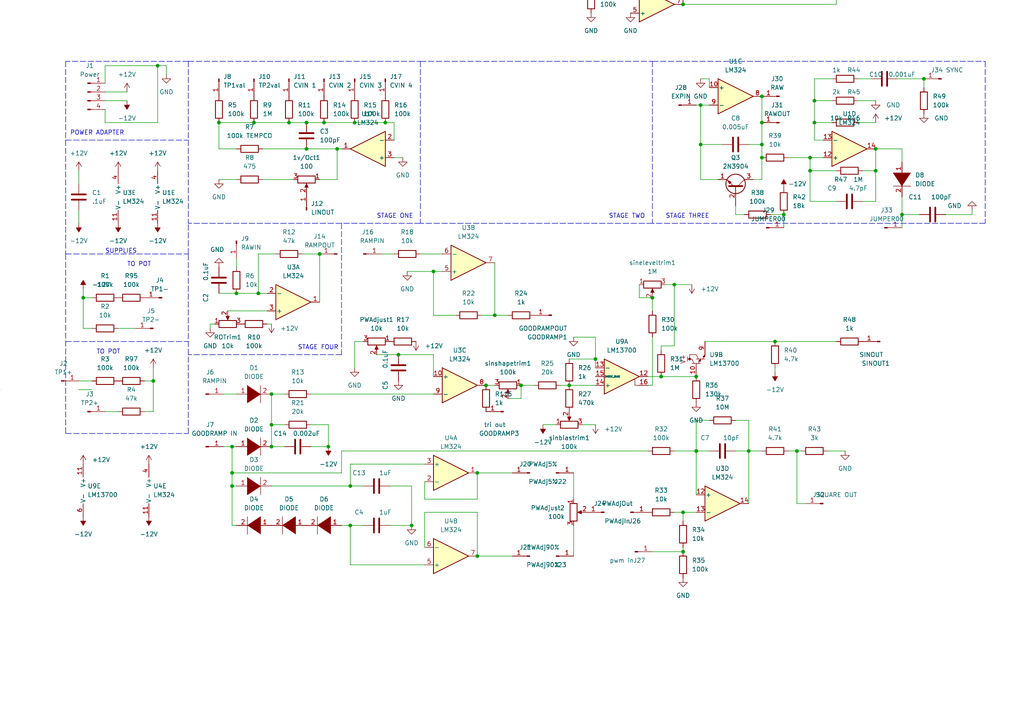
<source format=kicad_sch>
(kicad_sch (version 20211123) (generator eeschema)
  (paper "A4")
  (junction (at 198.12 -11.43))
  (junction (at 102.87 -109.22))
  (junction (at 102.87 -81.28))
  (junction (at 344.17 44.45))
  (junction (at -124.46 -104.14))
  (junction (at 321.31 86.36))
  (junction (at 463.55 132.08))
  (junction (at 67.31 137.16))
  (junction (at -45.72 -99.06))
  (junction (at 448.31 132.08))
  (junction (at 313.69 130.81))
  (junction (at 80.01 -63.5))
  (junction (at 74.93 85.09))
  (junction (at 541.02 133.35))
  (junction (at 195.58 82.55))
  (junction (at 347.98 153.67))
  (junction (at -12.7 -104.14))
  (junction (at 361.95 104.14))
  (junction (at 101.6 152.4))
  (junction (at 384.81 138.43))
  (junction (at 63.5 35.56))
  (junction (at 101.6 140.97))
  (junction (at 449.58 31.75))
  (junction (at 80.01 -133.35))
  (junction (at 467.36 29.21))
  (junction (at -62.23 -57.15))
  (junction (at 185.42 -90.17))
  (junction (at 384.81 162.56))
  (junction (at 78.74 123.19))
  (junction (at 45.72 19.05))
  (junction (at -123.19 -101.6))
  (junction (at 173.99 -77.47))
  (junction (at 482.6 30.48))
  (junction (at 500.38 50.8))
  (junction (at 419.1 105.41))
  (junction (at 467.36 36.83))
  (junction (at 171.45 -3.81))
  (junction (at 314.96 86.36))
  (junction (at 223.52 -90.17))
  (junction (at 80.01 -105.41))
  (junction (at 93.98 35.56))
  (junction (at 7.62 -25.4))
  (junction (at 365.76 153.67))
  (junction (at 392.43 -12.7))
  (junction (at 201.93 109.22))
  (junction (at -60.96 -69.85))
  (junction (at 78.74 129.54))
  (junction (at 182.88 -11.43))
  (junction (at 481.33 50.8))
  (junction (at 397.51 113.03))
  (junction (at 430.53 -77.47))
  (junction (at 392.43 -5.08))
  (junction (at 67.31 129.54))
  (junction (at 119.38 152.4))
  (junction (at 189.23 86.36))
  (junction (at 172.72 104.14))
  (junction (at 83.82 35.56))
  (junction (at 482.6 36.83))
  (junction (at 102.87 -123.19))
  (junction (at 407.67 -7.62))
  (junction (at 372.11 80.01))
  (junction (at 201.93 130.81))
  (junction (at 217.17 130.81))
  (junction (at 7.62 -30.48))
  (junction (at 394.97 -91.44))
  (junction (at 165.1 111.76))
  (junction (at 236.22 35.56))
  (junction (at 185.42 -78.74))
  (junction (at 467.36 43.18))
  (junction (at 220.98 45.72))
  (junction (at 347.98 142.24))
  (junction (at 88.9 43.18))
  (junction (at 102.87 35.56))
  (junction (at 198.12 160.02))
  (junction (at 520.7 109.22))
  (junction (at 394.97 -82.55))
  (junction (at 67.31 140.97))
  (junction (at 102.87 -137.16))
  (junction (at 477.52 132.08))
  (junction (at 349.25 36.83))
  (junction (at 254 49.53))
  (junction (at 449.58 43.18))
  (junction (at 80.01 -77.47))
  (junction (at 44.45 110.49))
  (junction (at 508 63.5))
  (junction (at 88.9 35.56))
  (junction (at 444.5 149.86))
  (junction (at 227.33 62.23))
  (junction (at 325.12 124.46))
  (junction (at 222.25 -73.66))
  (junction (at 7.62 -27.94))
  (junction (at 473.71 63.5))
  (junction (at 7.62 -33.02))
  (junction (at 441.96 83.82))
  (junction (at 500.38 44.45))
  (junction (at 220.98 27.94))
  (junction (at 234.95 49.53))
  (junction (at 16.51 -30.48))
  (junction (at 111.76 35.56))
  (junction (at 261.62 62.23))
  (junction (at 435.61 87.63))
  (junction (at 383.54 -88.9))
  (junction (at 389.89 92.71))
  (junction (at 15.24 -86.36))
  (junction (at 340.36 36.83))
  (junction (at 467.36 46.99))
  (junction (at -120.65 -96.52))
  (junction (at 138.43 161.29))
  (junction (at 7.62 -35.56))
  (junction (at 514.35 24.13))
  (junction (at 203.2 30.48))
  (junction (at 325.12 130.81))
  (junction (at 7.62 -38.1))
  (junction (at 341.63 130.81))
  (junction (at 254 43.18))
  (junction (at -60.96 -91.44))
  (junction (at 387.35 113.03))
  (junction (at 73.66 35.56))
  (junction (at 80.01 -91.44))
  (junction (at 182.88 -3.81))
  (junction (at 309.88 36.83))
  (junction (at 191.77 109.22))
  (junction (at 198.12 -6.35))
  (junction (at 407.67 0))
  (junction (at 224.79 99.06))
  (junction (at 220.98 35.56))
  (junction (at 198.12 148.59))
  (junction (at 411.48 113.03))
  (junction (at 471.17 100.33))
  (junction (at 68.58 85.09))
  (junction (at 392.43 -13.97))
  (junction (at 78.74 114.3))
  (junction (at 433.07 -91.44))
  (junction (at 481.33 46.99))
  (junction (at 125.73 78.74))
  (junction (at 438.15 110.49))
  (junction (at 448.31 110.49))
  (junction (at -44.45 -101.6))
  (junction (at 313.69 142.24))
  (junction (at 339.09 74.93))
  (junction (at 330.2 36.83))
  (junction (at 444.5 161.29))
  (junction (at 320.04 36.83))
  (junction (at -62.23 -146.05))
  (junction (at 102.87 -39.37))
  (junction (at 401.32 -96.52))
  (junction (at 267.97 22.86))
  (junction (at -121.92 -99.06))
  (junction (at 383.54 -80.01))
  (junction (at 151.13 111.76))
  (junction (at 335.28 44.45))
  (junction (at 381 -5.08))
  (junction (at 173.99 -87.63))
  (junction (at 325.12 115.57))
  (junction (at 102.87 -67.31))
  (junction (at 138.43 137.16))
  (junction (at 203.2 41.91))
  (junction (at 24.13 86.36))
  (junction (at 92.71 73.66))
  (junction (at 115.57 102.87))
  (junction (at 234.95 45.72))
  (junction (at 236.22 29.21))
  (junction (at 313.69 138.43))
  (junction (at 95.25 129.54))
  (junction (at 102.87 -53.34))
  (junction (at 143.51 91.44))
  (junction (at 97.79 43.18))
  (junction (at 80.01 -119.38))
  (junction (at 140.97 111.76))
  (junction (at 80.01 -49.53))
  (junction (at 335.28 36.83))
  (junction (at 358.14 36.83))
  (junction (at 191.77 -95.25))
  (junction (at 231.14 130.81))
  (junction (at 220.98 41.91))
  (junction (at 102.87 -95.25))
  (junction (at 198.12 1.27))
  (wire (pts (xy 481.33 46.99) (xy 485.14 46.99)))
  (polyline (pts (xy 19.05 40.64) (xy 54.61 40.64)))
  (wire (pts (xy 101.6 140.97) (xy 105.41 140.97)))
  (wire (pts (xy 43.18 -114.3) (xy 83.82 -114.3)))
  (wire (pts (xy 530.86 118.11) (xy 535.94 118.11)))
  (wire (pts (xy -124.46 -193.04) (xy -124.46 -104.14)))
  (wire (pts (xy 471.17 109.22) (xy 471.17 107.95)))
  (polyline (pts (xy 99.06 64.77) (xy 99.06 102.87)))
  (wire (pts (xy 203.2 -63.5) (xy 200.66 -63.5)))
  (wire (pts (xy 261.62 43.18) (xy 261.62 46.99)))
  (wire (pts (xy 182.88 -11.43) (xy 182.88 -3.81)))
  (wire (pts (xy -43.18 -77.47) (xy -49.53 -77.47)))
  (wire (pts (xy 387.35 -77.47) (xy 412.75 -77.47)))
  (wire (pts (xy 191.77 109.22) (xy 201.93 109.22)))
  (wire (pts (xy 448.31 132.08) (xy 448.31 144.78)))
  (wire (pts (xy 323.85 95.25) (xy 325.12 95.25)))
  (wire (pts (xy 90.17 123.19) (xy 95.25 123.19)))
  (wire (pts (xy 326.39 74.93) (xy 321.31 74.93)))
  (wire (pts (xy 224.79 99.06) (xy 242.57 99.06)))
  (wire (pts (xy -12.7 -104.14) (xy 15.24 -104.14)))
  (wire (pts (xy -130.81 -104.14) (xy -124.46 -104.14)))
  (wire (pts (xy -69.85 -31.75) (xy -46.99 -31.75)))
  (wire (pts (xy 198.12 -6.35) (xy 198.12 -11.43)))
  (wire (pts (xy -49.53 -119.38) (xy -2.54 -119.38)))
  (wire (pts (xy 482.6 24.13) (xy 487.68 24.13)))
  (wire (pts (xy 349.25 107.95) (xy 349.25 100.33)))
  (wire (pts (xy 191.77 100.33) (xy 195.58 100.33)))
  (wire (pts (xy 115.57 102.87) (xy 125.73 102.87)))
  (wire (pts (xy 177.8 -12.7) (xy 177.8 -76.2)))
  (wire (pts (xy 40.64 -86.36) (xy 40.64 -44.45)))
  (wire (pts (xy -44.45 -54.61) (xy -44.45 -101.6)))
  (wire (pts (xy 181.61 -90.17) (xy 185.42 -90.17)))
  (wire (pts (xy 372.11 80.01) (xy 374.65 80.01)))
  (wire (pts (xy -60.96 -158.75) (xy -60.96 -91.44)))
  (wire (pts (xy 102.87 -53.34) (xy 110.49 -53.34)))
  (wire (pts (xy -69.85 -69.85) (xy -60.96 -69.85)))
  (wire (pts (xy 234.95 58.42) (xy 234.95 49.53)))
  (wire (pts (xy -71.12 -123.19) (xy -16.51 -123.19)))
  (wire (pts (xy 227.33 62.23) (xy 227.33 66.04)))
  (wire (pts (xy 392.43 -12.7) (xy 392.43 -5.08)))
  (wire (pts (xy 185.42 -78.74) (xy 185.42 -90.17)))
  (wire (pts (xy 217.17 -87.63) (xy 217.17 -90.17)))
  (wire (pts (xy 91.44 -67.31) (xy 102.87 -67.31)))
  (wire (pts (xy -60.96 -91.44) (xy -60.96 -69.85)))
  (wire (pts (xy 121.92 73.66) (xy 128.27 73.66)))
  (wire (pts (xy 114.3 35.56) (xy 114.3 40.64)))
  (wire (pts (xy -120.65 -185.42) (xy -15.24 -185.42)))
  (wire (pts (xy 179.07 -3.81) (xy 182.88 -3.81)))
  (wire (pts (xy 198.12 158.75) (xy 198.12 160.02)))
  (wire (pts (xy 325.12 142.24) (xy 347.98 142.24)))
  (wire (pts (xy 101.6 152.4) (xy 101.6 163.83)))
  (wire (pts (xy 16.51 -26.67) (xy 16.51 -30.48)))
  (wire (pts (xy 260.35 22.86) (xy 267.97 22.86)))
  (wire (pts (xy 113.03 152.4) (xy 119.38 152.4)))
  (wire (pts (xy -43.18 -54.61) (xy -44.45 -54.61)))
  (wire (pts (xy -44.45 -148.59) (xy -46.99 -148.59)))
  (wire (pts (xy 7.62 -25.4) (xy 7.62 -22.86)))
  (wire (pts (xy 431.8 87.63) (xy 435.61 87.63)))
  (wire (pts (xy 209.55 -77.47) (xy 209.55 -68.58)))
  (wire (pts (xy 22.86 110.49) (xy 26.67 110.49)))
  (wire (pts (xy -71.12 -146.05) (xy -62.23 -146.05)))
  (wire (pts (xy 372.11 92.71) (xy 372.11 80.01)))
  (wire (pts (xy 67.31 129.54) (xy 67.31 137.16)))
  (wire (pts (xy 452.12 24.13) (xy 452.12 26.67)))
  (polyline (pts (xy 54.61 17.78) (xy 54.61 64.77)))
  (wire (pts (xy 185.42 -78.74) (xy 222.25 -78.74)))
  (wire (pts (xy 97.79 43.18) (xy 99.06 43.18)))
  (wire (pts (xy -62.23 -146.05) (xy -44.45 -146.05)))
  (wire (pts (xy 322.58 53.34) (xy 331.47 53.34)))
  (wire (pts (xy 210.82 -21.59) (xy 210.82 -63.5)))
  (wire (pts (xy 189.23 97.79) (xy 189.23 111.76)))
  (wire (pts (xy 62.23 93.98) (xy 60.96 93.98)))
  (wire (pts (xy 474.98 46.99) (xy 481.33 46.99)))
  (wire (pts (xy 482.6 30.48) (xy 482.6 36.83)))
  (polyline (pts (xy 435.61 19.05) (xy 532.13 19.05)))
  (wire (pts (xy 463.55 43.18) (xy 467.36 43.18)))
  (wire (pts (xy 67.31 152.4) (xy 68.58 152.4)))
  (wire (pts (xy 236.22 29.21) (xy 236.22 35.56)))
  (wire (pts (xy 449.58 43.18) (xy 449.58 53.34)))
  (wire (pts (xy 438.15 110.49) (xy 448.31 110.49)))
  (wire (pts (xy 364.49 80.01) (xy 372.11 80.01)))
  (wire (pts (xy -15.24 -161.29) (xy -15.24 -185.42)))
  (wire (pts (xy 313.69 138.43) (xy 313.69 142.24)))
  (wire (pts (xy 528.32 62.23) (xy 528.32 63.5)))
  (wire (pts (xy 191.77 101.6) (xy 191.77 100.33)))
  (wire (pts (xy 43.18 -99.06) (xy 43.18 -114.3)))
  (wire (pts (xy 394.97 -82.55) (xy 394.97 -67.31)))
  (wire (pts (xy -44.45 -156.21) (xy -46.99 -156.21)))
  (polyline (pts (xy 435.61 19.05) (xy 435.61 66.04)))
  (wire (pts (xy 64.77 129.54) (xy 67.31 129.54)))
  (wire (pts (xy 217.17 -90.17) (xy 223.52 -90.17)))
  (wire (pts (xy 412.75 -64.77) (xy 410.21 -64.77)))
  (wire (pts (xy 119.38 140.97) (xy 119.38 152.4)))
  (wire (pts (xy 419.1 105.41) (xy 419.1 107.95)))
  (wire (pts (xy 24.13 86.36) (xy 26.67 86.36)))
  (wire (pts (xy 40.64 -142.24) (xy 83.82 -142.24)))
  (wire (pts (xy 199.39 -95.25) (xy 223.52 -95.25)))
  (wire (pts (xy 173.99 -60.96) (xy 185.42 -60.96)))
  (wire (pts (xy 485.14 41.91) (xy 482.6 41.91)))
  (wire (pts (xy 63.5 35.56) (xy 63.5 43.18)))
  (polyline (pts (xy 368.3 19.05) (xy 435.61 19.05)))
  (wire (pts (xy 44.45 106.68) (xy 44.45 110.49)))
  (polyline (pts (xy 121.92 64.77) (xy 54.61 64.77)))
  (wire (pts (xy 228.6 130.81) (xy 231.14 130.81)))
  (wire (pts (xy 15.24 -88.9) (xy 15.24 -86.36)))
  (wire (pts (xy 527.05 142.24) (xy 530.86 142.24)))
  (wire (pts (xy 488.95 59.69) (xy 481.33 59.69)))
  (wire (pts (xy 344.17 44.45) (xy 345.44 44.45)))
  (wire (pts (xy 330.2 36.83) (xy 335.28 36.83)))
  (wire (pts (xy 217.17 -73.66) (xy 222.25 -73.66)))
  (polyline (pts (xy 189.23 17.78) (xy 285.75 17.78)))
  (wire (pts (xy 394.97 162.56) (xy 384.81 162.56)))
  (wire (pts (xy 314.96 86.36) (xy 321.31 86.36)))
  (wire (pts (xy 173.99 -77.47) (xy 173.99 -60.96)))
  (wire (pts (xy 355.6 104.14) (xy 361.95 104.14)))
  (wire (pts (xy 341.63 124.46) (xy 341.63 130.81)))
  (wire (pts (xy 7.62 -38.1) (xy 7.62 -35.56)))
  (wire (pts (xy 22.86 60.96) (xy 22.86 64.77)))
  (wire (pts (xy 80.01 -49.53) (xy 80.01 -30.48)))
  (wire (pts (xy 448.31 31.75) (xy 449.58 31.75)))
  (wire (pts (xy -17.78 -166.37) (xy -17.78 -128.27)))
  (wire (pts (xy 419.1 99.06) (xy 419.1 105.41)))
  (wire (pts (xy 68.58 74.93) (xy 68.58 77.47)))
  (wire (pts (xy -121.92 -187.96) (xy -121.92 -99.06)))
  (wire (pts (xy 452.12 132.08) (xy 448.31 132.08)))
  (wire (pts (xy 173.99 -87.63) (xy 173.99 -77.47)))
  (wire (pts (xy 308.61 95.25) (xy 307.34 95.25)))
  (wire (pts (xy 80.01 73.66) (xy 74.93 73.66)))
  (wire (pts (xy 430.53 -82.55) (xy 430.53 -77.47)))
  (wire (pts (xy 312.42 91.44) (xy 323.85 91.44)))
  (wire (pts (xy 248.92 29.21) (xy 254 29.21)))
  (wire (pts (xy 538.48 133.35) (xy 541.02 133.35)))
  (wire (pts (xy 213.36 59.69) (xy 213.36 62.23)))
  (wire (pts (xy 203.2 41.91) (xy 209.55 41.91)))
  (wire (pts (xy -50.8 -116.84) (xy -3.81 -116.84)))
  (wire (pts (xy 80.01 -105.41) (xy 91.44 -105.41)))
  (wire (pts (xy 217.17 146.05) (xy 217.17 130.81)))
  (wire (pts (xy 40.64 -96.52) (xy 44.45 -96.52)))
  (wire (pts (xy 41.91 -58.42) (xy 83.82 -58.42)))
  (wire (pts (xy 132.08 91.44) (xy 125.73 91.44)))
  (wire (pts (xy 392.43 -13.97) (xy 419.1 -13.97)))
  (wire (pts (xy 459.74 60.96) (xy 459.74 63.5)))
  (wire (pts (xy 83.82 35.56) (xy 88.9 35.56)))
  (wire (pts (xy 473.71 63.5) (xy 469.9 63.5)))
  (wire (pts (xy 182.88 -12.7) (xy 182.88 -11.43)))
  (wire (pts (xy 450.85 100.33) (xy 471.17 100.33)))
  (wire (pts (xy 394.97 -91.44) (xy 419.1 -91.44)))
  (wire (pts (xy 236.22 29.21) (xy 236.22 22.86)))
  (wire (pts (xy 477.52 132.08) (xy 477.52 147.32)))
  (wire (pts (xy 434.34 110.49) (xy 438.15 110.49)))
  (wire (pts (xy -6.35 -111.76) (xy -6.35 -33.02)))
  (wire (pts (xy -130.81 -99.06) (xy -121.92 -99.06)))
  (wire (pts (xy 314.96 76.2) (xy 314.96 78.74)))
  (wire (pts (xy 261.62 62.23) (xy 261.62 66.04)))
  (wire (pts (xy 463.55 132.08) (xy 467.36 132.08)))
  (wire (pts (xy 339.09 53.34) (xy 344.17 53.34)))
  (wire (pts (xy 102.87 99.06) (xy 105.41 99.06)))
  (wire (pts (xy 321.31 74.93) (xy 321.31 86.36)))
  (wire (pts (xy 102.87 -137.16) (xy 110.49 -137.16)))
  (wire (pts (xy 30.48 119.38) (xy 34.29 119.38)))
  (wire (pts (xy 363.22 46.99) (xy 360.68 46.99)))
  (wire (pts (xy 345.44 132.08) (xy 345.44 138.43)))
  (wire (pts (xy 391.16 -91.44) (xy 394.97 -91.44)))
  (wire (pts (xy 528.32 63.5) (xy 520.7 63.5)))
  (wire (pts (xy 441.96 83.82) (xy 447.04 83.82)))
  (polyline (pts (xy 19.05 125.73) (xy 54.61 125.73)))
  (wire (pts (xy 99.06 152.4) (xy 101.6 152.4)))
  (polyline (pts (xy 19.05 17.78) (xy 19.05 40.64)))
  (wire (pts (xy 309.88 86.36) (xy 314.96 86.36)))
  (wire (pts (xy 41.91 -128.27) (xy 83.82 -128.27)))
  (wire (pts (xy 417.83 -7.62) (xy 407.67 -7.62)))
  (wire (pts (xy 91.44 -39.37) (xy 102.87 -39.37)))
  (wire (pts (xy 414.02 -12.7) (xy 425.45 -12.7)))
  (wire (pts (xy 7.62 -27.94) (xy 7.62 -25.4)))
  (polyline (pts (xy 99.06 102.87) (xy 54.61 102.87)))
  (wire (pts (xy 204.47 99.06) (xy 224.79 99.06)))
  (wire (pts (xy 236.22 22.86) (xy 241.3 22.86)))
  (wire (pts (xy 441.96 132.08) (xy 448.31 132.08)))
  (wire (pts (xy 449.58 53.34) (xy 454.66 53.34)))
  (wire (pts (xy 187.96 130.81) (xy 99.06 130.81)))
  (wire (pts (xy 387.35 -13.97) (xy 387.35 -77.47)))
  (wire (pts (xy 392.43 -5.08) (xy 392.43 -2.54)))
  (wire (pts (xy 80.01 -49.53) (xy 91.44 -49.53)))
  (wire (pts (xy 91.44 -109.22) (xy 102.87 -109.22)))
  (wire (pts (xy 435.61 113.03) (xy 434.34 113.03)))
  (wire (pts (xy -12.7 -74.93) (xy -12.7 -104.14)))
  (wire (pts (xy 541.02 129.54) (xy 541.02 133.35)))
  (wire (pts (xy 500.38 59.69) (xy 496.57 59.69)))
  (wire (pts (xy 173.99 -95.25) (xy 173.99 -87.63)))
  (wire (pts (xy 480.06 147.32) (xy 477.52 147.32)))
  (wire (pts (xy 99.06 130.81) (xy 99.06 137.16)))
  (wire (pts (xy -16.51 -158.75) (xy -16.51 -123.19)))
  (wire (pts (xy 389.89 -19.05) (xy 414.02 -19.05)))
  (wire (pts (xy 408.94 -96.52) (xy 433.07 -96.52)))
  (wire (pts (xy 389.89 92.71) (xy 393.7 92.71)))
  (wire (pts (xy 383.54 -80.01) (xy 417.83 -80.01)))
  (wire (pts (xy 220.98 52.07) (xy 218.44 52.07)))
  (wire (pts (xy 125.73 78.74) (xy 128.27 78.74)))
  (wire (pts (xy 473.71 63.5) (xy 473.71 67.31)))
  (wire (pts (xy 325.12 124.46) (xy 328.93 124.46)))
  (wire (pts (xy 401.32 -92.71) (xy 401.32 -96.52)))
  (polyline (pts (xy 54.61 17.78) (xy 19.05 17.78)))
  (wire (pts (xy 368.3 74.93) (xy 374.65 74.93)))
  (wire (pts (xy 349.25 36.83) (xy 358.14 36.83)))
  (wire (pts (xy 80.01 -63.5) (xy 91.44 -63.5)))
  (wire (pts (xy -44.45 -153.67) (xy -48.26 -153.67)))
  (wire (pts (xy 213.36 62.23) (xy 215.9 62.23)))
  (wire (pts (xy 73.66 35.56) (xy 83.82 35.56)))
  (polyline (pts (xy 435.61 66.04) (xy 368.3 66.04)))
  (wire (pts (xy 203.2 22.86) (xy 205.74 22.86)))
  (wire (pts (xy 339.09 74.93) (xy 339.09 88.9)))
  (wire (pts (xy -45.72 -143.51) (xy -45.72 -190.5)))
  (wire (pts (xy 217.17 130.81) (xy 220.98 130.81)))
  (wire (pts (xy -3.81 -38.1) (xy 0 -38.1)))
  (wire (pts (xy 220.98 41.91) (xy 220.98 45.72)))
  (wire (pts (xy 91.44 -53.34) (xy 102.87 -53.34)))
  (wire (pts (xy 198.12 148.59) (xy 201.93 148.59)))
  (wire (pts (xy 138.43 137.16) (xy 148.59 137.16)))
  (wire (pts (xy 444.5 149.86) (xy 448.31 149.86)))
  (wire (pts (xy 520.7 106.68) (xy 520.7 109.22)))
  (wire (pts (xy 205.74 22.86) (xy 205.74 25.4)))
  (wire (pts (xy 195.58 82.55) (xy 200.66 82.55)))
  (wire (pts (xy 242.57 49.53) (xy 234.95 49.53)))
  (wire (pts (xy 474.98 132.08) (xy 477.52 132.08)))
  (wire (pts (xy 500.38 44.45) (xy 500.38 50.8)))
  (wire (pts (xy 198.12 1.27) (xy 242.57 1.27)))
  (wire (pts (xy 336.55 124.46) (xy 341.63 124.46)))
  (wire (pts (xy 217.17 121.92) (xy 217.17 130.81)))
  (wire (pts (xy 7.62 -33.02) (xy 7.62 -30.48)))
  (wire (pts (xy 91.44 -95.25) (xy 102.87 -95.25)))
  (wire (pts (xy 44.45 -86.36) (xy 83.82 -86.36)))
  (wire (pts (xy -130.81 -96.52) (xy -120.65 -96.52)))
  (wire (pts (xy 22.86 113.03) (xy 26.67 113.03)))
  (wire (pts (xy 204.47 -17.78) (xy 204.47 -11.43)))
  (wire (pts (xy 97.79 52.07) (xy 97.79 43.18)))
  (wire (pts (xy 67.31 129.54) (xy 68.58 129.54)))
  (wire (pts (xy 267.97 22.86) (xy 267.97 25.4)))
  (wire (pts (xy 508 63.5) (xy 508 67.31)))
  (wire (pts (xy 40.64 -99.06) (xy 43.18 -99.06)))
  (wire (pts (xy 347.98 153.67) (xy 347.98 165.1)))
  (wire (pts (xy -19.05 -158.75) (xy -16.51 -158.75)))
  (polyline (pts (xy 54.61 17.78) (xy 121.92 17.78)))
  (wire (pts (xy 157.48 123.19) (xy 161.29 123.19)))
  (wire (pts (xy -44.45 -111.76) (xy -6.35 -111.76)))
  (wire (pts (xy 123.19 163.83) (xy 101.6 163.83)))
  (wire (pts (xy 101.6 134.62) (xy 123.19 134.62)))
  (wire (pts (xy 228.6 45.72) (xy 234.95 45.72)))
  (wire (pts (xy 412.75 138.43) (xy 412.75 146.05)))
  (wire (pts (xy 217.17 41.91) (xy 220.98 41.91)))
  (wire (pts (xy 67.31 137.16) (xy 99.06 137.16)))
  (wire (pts (xy 76.2 52.07) (xy 85.09 52.07)))
  (wire (pts (xy 189.23 160.02) (xy 198.12 160.02)))
  (wire (pts (xy 109.22 102.87) (xy 115.57 102.87)))
  (wire (pts (xy 431.8 83.82) (xy 431.8 87.63)))
  (wire (pts (xy 520.7 109.22) (xy 523.24 109.22)))
  (wire (pts (xy 486.41 132.08) (xy 491.49 132.08)))
  (wire (pts (xy 378.46 92.71) (xy 372.11 92.71)))
  (wire (pts (xy 438.15 102.87) (xy 438.15 101.6)))
  (wire (pts (xy 435.61 99.06) (xy 435.61 113.03)))
  (wire (pts (xy 123.19 158.75) (xy 123.19 148.59)))
  (wire (pts (xy 384.81 138.43) (xy 394.97 138.43)))
  (wire (pts (xy 538.48 109.22) (xy 542.29 109.22)))
  (wire (pts (xy 80.01 -133.35) (xy 91.44 -133.35)))
  (wire (pts (xy 185.42 86.36) (xy 189.23 86.36)))
  (wire (pts (xy 482.6 41.91) (xy 482.6 36.83)))
  (wire (pts (xy 151.13 115.57) (xy 151.13 111.76)))
  (wire (pts (xy 419.1 124.46) (xy 415.29 124.46)))
  (wire (pts (xy -60.96 -158.75) (xy -44.45 -158.75)))
  (wire (pts (xy 34.29 95.25) (xy 39.37 95.25)))
  (wire (pts (xy -49.53 -27.94) (xy -7.62 -27.94)))
  (wire (pts (xy 45.72 19.05) (xy 48.26 19.05)))
  (wire (pts (xy 231.14 130.81) (xy 232.41 130.81)))
  (wire (pts (xy 185.42 82.55) (xy 185.42 86.36)))
  (wire (pts (xy 215.9 -6.35) (xy 218.44 -6.35)))
  (wire (pts (xy 359.41 153.67) (xy 365.76 153.67)))
  (wire (pts (xy 203.2 52.07) (xy 208.28 52.07)))
  (wire (pts (xy -43.18 -72.39) (xy -48.26 -72.39)))
  (wire (pts (xy 313.69 130.81) (xy 314.96 130.81)))
  (polyline (pts (xy 532.13 19.05) (xy 532.13 66.04)))
  (wire (pts (xy 93.98 35.56) (xy 102.87 35.56)))
  (wire (pts (xy 347.98 142.24) (xy 351.79 142.24)))
  (wire (pts (xy 102.87 -81.28) (xy 110.49 -81.28)))
  (wire (pts (xy 203.2 41.91) (xy 203.2 52.07)))
  (wire (pts (xy 43.18 -91.44) (xy 43.18 -72.39)))
  (wire (pts (xy 220.98 27.94) (xy 220.98 35.56)))
  (wire (pts (xy 514.35 24.13) (xy 514.35 26.67)))
  (wire (pts (xy -48.26 -30.48) (xy 0 -30.48)))
  (wire (pts (xy 419.1 -67.31) (xy 425.45 -67.31)))
  (wire (pts (xy 500.38 44.45) (xy 508 44.45)))
  (wire (pts (xy 254 43.18) (xy 261.62 43.18)))
  (wire (pts (xy 401.32 113.03) (xy 397.51 113.03)))
  (wire (pts (xy 325.12 130.81) (xy 328.93 130.81)))
  (wire (pts (xy 412.75 153.67) (xy 412.75 162.56)))
  (wire (pts (xy -19.05 -114.3) (xy -5.08 -114.3)))
  (wire (pts (xy 344.17 53.34) (xy 344.17 44.45)))
  (wire (pts (xy -46.99 -156.21) (xy -46.99 -187.96)))
  (wire (pts (xy 463.55 132.08) (xy 459.74 132.08)))
  (wire (pts (xy 313.69 142.24) (xy 314.96 142.24)))
  (wire (pts (xy 508 58.42) (xy 508 63.5)))
  (wire (pts (xy 223.52 -95.25) (xy 223.52 -90.17)))
  (wire (pts (xy 22.86 -26.67) (xy 16.51 -26.67)))
  (wire (pts (xy 204.47 -11.43) (xy 215.9 -11.43)))
  (wire (pts (xy 187.96 109.22) (xy 191.77 109.22)))
  (wire (pts (xy 482.6 30.48) (xy 487.68 30.48)))
  (wire (pts (xy 488.95 50.8) (xy 481.33 50.8)))
  (wire (pts (xy 254 49.53) (xy 250.19 49.53)))
  (wire (pts (xy 201.93 130.81) (xy 201.93 121.92)))
  (wire (pts (xy 78.74 129.54) (xy 82.55 129.54)))
  (wire (pts (xy 210.82 -63.5) (xy 217.17 -63.5)))
  (wire (pts (xy 359.41 142.24) (xy 365.76 142.24)))
  (wire (pts (xy 191.77 -91.44) (xy 191.77 -95.25)))
  (wire (pts (xy -43.18 -22.86) (xy 0 -22.86)))
  (wire (pts (xy 80.01 -147.32) (xy 80.01 -133.35)))
  (wire (pts (xy -17.78 -72.39) (xy -13.97 -72.39)))
  (wire (pts (xy -50.8 -166.37) (xy -50.8 -116.84)))
  (wire (pts (xy 426.72 -91.44) (xy 433.07 -91.44)))
  (wire (pts (xy 412.75 99.06) (xy 419.1 99.06)))
  (wire (pts (xy 222.25 -78.74) (xy 222.25 -73.66)))
  (wire (pts (xy -17.78 -25.4) (xy 0 -25.4)))
  (wire (pts (xy 198.12 151.13) (xy 198.12 148.59)))
  (wire (pts (xy 40.64 -88.9) (xy 41.91 -88.9)))
  (wire (pts (xy 113.03 140.97) (xy 119.38 140.97)))
  (wire (pts (xy 236.22 35.56) (xy 241.3 35.56)))
  (wire (pts (xy 193.04 82.55) (xy 195.58 82.55)))
  (wire (pts (xy 165.1 104.14) (xy 172.72 104.14)))
  (wire (pts (xy 203.2 -76.2) (xy 203.2 -63.5)))
  (wire (pts (xy 48.26 19.05) (xy 48.26 21.59)))
  (wire (pts (xy 172.72 123.19) (xy 168.91 123.19)))
  (wire (pts (xy 209.55 -90.17) (xy 209.55 -87.63)))
  (wire (pts (xy -120.65 -96.52) (xy -120.65 -185.42)))
  (wire (pts (xy -19.05 -163.83) (xy -13.97 -163.83)))
  (wire (pts (xy -43.18 -64.77) (xy -46.99 -64.77)))
  (wire (pts (xy 463.55 123.19) (xy 463.55 132.08)))
  (wire (pts (xy 166.37 152.4) (xy 166.37 161.29)))
  (wire (pts (xy 322.58 44.45) (xy 335.28 44.45)))
  (wire (pts (xy 189.23 111.76) (xy 187.96 111.76)))
  (wire (pts (xy 520.7 109.22) (xy 520.7 118.11)))
  (wire (pts (xy -19.05 -166.37) (xy -17.78 -166.37)))
  (wire (pts (xy 389.89 92.71) (xy 386.08 92.71)))
  (wire (pts (xy 182.88 -12.7) (xy 177.8 -12.7)))
  (wire (pts (xy 201.93 121.92) (xy 205.74 121.92)))
  (wire (pts (xy 240.03 130.81) (xy 245.11 130.81)))
  (wire (pts (xy 335.28 44.45) (xy 344.17 44.45)))
  (wire (pts (xy 408.94 113.03) (xy 411.48 113.03)))
  (wire (pts (xy 450.85 -91.44) (xy 450.85 0)))
  (wire (pts (xy 7.62 -35.56) (xy 7.62 -33.02)))
  (wire (pts (xy 369.57 146.05) (xy 384.81 146.05)))
  (wire (pts (xy 78.74 114.3) (xy 82.55 114.3)))
  (wire (pts (xy 541.02 133.35) (xy 541.02 142.24)))
  (wire (pts (xy 185.42 -90.17) (xy 209.55 -90.17)))
  (wire (pts (xy 358.14 36.83) (xy 360.68 36.83)))
  (wire (pts (xy -13.97 -163.83) (xy -13.97 -193.04)))
  (wire (pts (xy -17.78 -74.93) (xy -12.7 -74.93)))
  (wire (pts (xy 336.55 115.57) (xy 372.11 115.57)))
  (wire (pts (xy 463.55 147.32) (xy 463.55 132.08)))
  (wire (pts (xy 392.43 -13.97) (xy 387.35 -13.97)))
  (wire (pts (xy 88.9 43.18) (xy 97.79 43.18)))
  (wire (pts (xy 63.5 43.18) (xy 68.58 43.18)))
  (wire (pts (xy 236.22 29.21) (xy 241.3 29.21)))
  (wire (pts (xy 313.69 130.81) (xy 313.69 138.43)))
  (wire (pts (xy 242.57 58.42) (xy 234.95 58.42)))
  (wire (pts (xy 74.93 73.66) (xy 74.93 85.09)))
  (wire (pts (xy 182.88 -3.81) (xy 182.88 -1.27)))
  (polyline (pts (xy 189.23 64.77) (xy 121.92 64.77)))
  (wire (pts (xy -69.85 -36.83) (xy -45.72 -36.83)))
  (wire (pts (xy 313.69 138.43) (xy 345.44 138.43)))
  (wire (pts (xy -123.19 -101.6) (xy -123.19 -190.5)))
  (wire (pts (xy 80.01 -63.5) (xy 80.01 -49.53)))
  (wire (pts (xy 201.93 130.81) (xy 201.93 143.51)))
  (wire (pts (xy 369.57 160.02) (xy 369.57 149.86)))
  (wire (pts (xy -17.78 -69.85) (xy -15.24 -69.85)))
  (wire (pts (xy 471.17 100.33) (xy 488.95 100.33)))
  (wire (pts (xy 74.93 85.09) (xy 77.47 85.09)))
  (wire (pts (xy 123.19 144.78) (xy 138.43 144.78)))
  (wire (pts (xy 195.58 130.81) (xy 201.93 130.81)))
  (wire (pts (xy 166.37 97.79) (xy 172.72 97.79)))
  (wire (pts (xy 449.58 31.75) (xy 452.12 31.75)))
  (wire (pts (xy 311.15 115.57) (xy 314.96 115.57)))
  (wire (pts (xy 467.36 29.21) (xy 467.36 36.83)))
  (wire (pts (xy 91.44 -137.16) (xy 102.87 -137.16)))
  (wire (pts (xy 198.12 -11.43) (xy 198.12 -21.59)))
  (polyline (pts (xy 121.92 17.78) (xy 189.23 17.78)))
  (wire (pts (xy 78.74 140.97) (xy 101.6 140.97)))
  (wire (pts (xy 365.76 142.24) (xy 365.76 153.67)))
  (wire (pts (xy 307.34 95.25) (xy 307.34 96.52)))
  (wire (pts (xy 92.71 73.66) (xy 92.71 87.63)))
  (wire (pts (xy 220.98 35.56) (xy 220.98 41.91)))
  (wire (pts (xy 226.06 -63.5) (xy 226.06 -57.15)))
  (wire (pts (xy -71.12 -120.65) (xy -48.26 -120.65)))
  (wire (pts (xy 392.43 -13.97) (xy 392.43 -12.7)))
  (wire (pts (xy -17.78 -64.77) (xy -17.78 -25.4)))
  (wire (pts (xy -45.72 -59.69) (xy -45.72 -36.83)))
  (polyline (pts (xy 19.05 40.64) (xy 19.05 73.66)))
  (wire (pts (xy 435.61 87.63) (xy 435.61 91.44)))
  (wire (pts (xy 80.01 -105.41) (xy 80.01 -91.44)))
  (wire (pts (xy 387.35 113.03) (xy 389.89 113.03)))
  (wire (pts (xy -62.23 -57.15) (xy -43.18 -57.15)))
  (wire (pts (xy 234.95 45.72) (xy 238.76 45.72)))
  (wire (pts (xy -123.19 -190.5) (xy -45.72 -190.5)))
  (wire (pts (xy 444.5 160.02) (xy 444.5 161.29)))
  (wire (pts (xy 242.57 -90.17) (xy 223.52 -90.17)))
  (wire (pts (xy 374.65 -88.9) (xy 383.54 -88.9)))
  (polyline (pts (xy 54.61 125.73) (xy 54.61 73.66)))
  (wire (pts (xy 411.48 113.03) (xy 419.1 113.03)))
  (polyline (pts (xy 54.61 73.66) (xy 54.61 64.77)))
  (wire (pts (xy 369.57 149.86) (xy 384.81 149.86)))
  (wire (pts (xy 30.48 19.05) (xy 45.72 19.05)))
  (wire (pts (xy 76.2 43.18) (xy 88.9 43.18)))
  (wire (pts (xy 309.88 36.83) (xy 309.88 44.45)))
  (wire (pts (xy 140.97 111.76) (xy 143.51 111.76)))
  (wire (pts (xy 361.95 104.14) (xy 372.11 104.14)))
  (wire (pts (xy 102.87 35.56) (xy 111.76 35.56)))
  (wire (pts (xy 467.36 53.34) (xy 464.82 53.34)))
  (polyline (pts (xy 368.3 19.05) (xy 368.3 66.04)))
  (wire (pts (xy 434.34 132.08) (xy 345.44 132.08)))
  (polyline (pts (xy 345.44 66.04) (xy 345.44 104.14)))
  (wire (pts (xy 248.92 22.86) (xy 252.73 22.86)))
  (wire (pts (xy 384.81 149.86) (xy 384.81 162.56)))
  (wire (pts (xy 148.59 161.29) (xy 138.43 161.29)))
  (wire (pts (xy 222.25 -73.66) (xy 226.06 -73.66)))
  (wire (pts (xy 138.43 148.59) (xy 138.43 161.29)))
  (wire (pts (xy 24.13 86.36) (xy 24.13 95.25)))
  (polyline (pts (xy 121.92 17.78) (xy 121.92 64.77)))
  (wire (pts (xy 63.5 52.07) (xy 68.58 52.07)))
  (wire (pts (xy 138.43 144.78) (xy 138.43 137.16)))
  (wire (pts (xy 254 49.53) (xy 254 58.42)))
  (wire (pts (xy 24.13 95.25) (xy 26.67 95.25)))
  (wire (pts (xy -2.54 -119.38) (xy -2.54 -40.64)))
  (wire (pts (xy 336.55 130.81) (xy 341.63 130.81)))
  (wire (pts (xy 309.88 36.83) (xy 320.04 36.83)))
  (wire (pts (xy -48.26 -72.39) (xy -48.26 -30.48)))
  (wire (pts (xy 201.93 30.48) (xy 203.2 30.48)))
  (wire (pts (xy 394.97 -57.15) (xy 389.89 -57.15)))
  (wire (pts (xy 143.51 76.2) (xy 143.51 91.44)))
  (wire (pts (xy 392.43 -12.7) (xy 407.67 -12.7)))
  (wire (pts (xy -123.19 -101.6) (xy -44.45 -101.6)))
  (wire (pts (xy 254 43.18) (xy 254 49.53)))
  (wire (pts (xy 123.19 139.7) (xy 123.19 144.78)))
  (wire (pts (xy 213.36 121.92) (xy 217.17 121.92)))
  (wire (pts (xy 80.01 -119.38) (xy 91.44 -119.38)))
  (wire (pts (xy 238.76 40.64) (xy 236.22 40.64)))
  (wire (pts (xy 45.72 35.56) (xy 30.48 35.56)))
  (wire (pts (xy 217.17 130.81) (xy 213.36 130.81)))
  (wire (pts (xy 325.12 115.57) (xy 325.12 124.46)))
  (wire (pts (xy -44.45 -161.29) (xy -49.53 -161.29)))
  (wire (pts (xy 438.15 101.6) (xy 441.96 101.6)))
  (wire (pts (xy 500.38 50.8) (xy 500.38 59.69)))
  (wire (pts (xy 60.96 93.98) (xy 60.96 95.25)))
  (wire (pts (xy 227.33 62.23) (xy 223.52 62.23)))
  (wire (pts (xy -130.81 -101.6) (xy -123.19 -101.6)))
  (wire (pts (xy 80.01 -91.44) (xy 80.01 -77.47)))
  (wire (pts (xy 313.69 142.24) (xy 313.69 153.67)))
  (wire (pts (xy 24.13 83.82) (xy 24.13 86.36)))
  (wire (pts (xy -69.85 -57.15) (xy -62.23 -57.15)))
  (wire (pts (xy 67.31 140.97) (xy 68.58 140.97)))
  (wire (pts (xy 383.54 -88.9) (xy 383.54 -80.01)))
  (wire (pts (xy 44.45 -96.52) (xy 44.45 -100.33)))
  (wire (pts (xy 154.94 111.76) (xy 151.13 111.76)))
  (wire (pts (xy 63.5 85.09) (xy 68.58 85.09)))
  (wire (pts (xy -44.45 -140.97) (xy -44.45 -111.76)))
  (wire (pts (xy 236.22 40.64) (xy 236.22 35.56)))
  (wire (pts (xy 234.95 49.53) (xy 234.95 45.72)))
  (wire (pts (xy -62.23 -146.05) (xy -62.23 -57.15)))
  (wire (pts (xy 384.81 146.05) (xy 384.81 138.43)))
  (wire (pts (xy 165.1 111.76) (xy 172.72 111.76)))
  (wire (pts (xy 195.58 148.59) (xy 198.12 148.59)))
  (wire (pts (xy -69.85 -34.29) (xy -15.24 -34.29)))
  (wire (pts (xy 198.12 -21.59) (xy 210.82 -21.59)))
  (polyline (pts (xy 19.05 73.66) (xy 19.05 125.73)))
  (wire (pts (xy 430.53 -77.47) (xy 434.34 -77.47)))
  (wire (pts (xy 125.73 91.44) (xy 125.73 78.74)))
  (wire (pts (xy 397.51 116.84) (xy 397.51 113.03)))
  (wire (pts (xy 91.44 -147.32) (xy 80.01 -147.32)))
  (wire (pts (xy 64.77 114.3) (xy 68.58 114.3)))
  (polyline (pts (xy 19.05 99.06) (xy 54.61 99.06)))
  (wire (pts (xy 349.25 100.33) (xy 351.79 100.33)))
  (wire (pts (xy 383.54 -80.01) (xy 383.54 -62.23)))
  (wire (pts (xy -69.85 -39.37) (xy -16.51 -39.37)))
  (wire (pts (xy 172.72 97.79) (xy 172.72 104.14)))
  (wire (pts (xy 44.45 -93.98) (xy 44.45 -86.36)))
  (wire (pts (xy 231.14 130.81) (xy 231.14 146.05)))
  (wire (pts (xy 220.98 45.72) (xy 220.98 52.07)))
  (wire (pts (xy 30.48 35.56) (xy 30.48 31.75)))
  (wire (pts (xy 165.1 -87.63) (xy 173.99 -87.63)))
  (wire (pts (xy 403.86 124.46) (xy 407.67 124.46)))
  (wire (pts (xy 44.45 -100.33) (xy 83.82 -100.33)))
  (wire (pts (xy 40.64 -93.98) (xy 44.45 -93.98)))
  (wire (pts (xy 95.25 123.19) (xy 95.25 129.54)))
  (wire (pts (xy 448.31 132.08) (xy 448.31 123.19)))
  (wire (pts (xy 147.32 115.57) (xy 151.13 115.57)))
  (wire (pts (xy 90.17 129.54) (xy 95.25 129.54)))
  (wire (pts (xy 205.74 130.81) (xy 201.93 130.81)))
  (wire (pts (xy 224.79 107.95) (xy 224.79 106.68)))
  (polyline (pts (xy 532.13 66.04) (xy 435.61 66.04)))
  (wire (pts (xy 444.5 152.4) (xy 444.5 149.86)))
  (wire (pts (xy -49.53 -77.47) (xy -49.53 -27.94)))
  (wire (pts (xy 162.56 111.76) (xy 165.1 111.76)))
  (wire (pts (xy 78.74 123.19) (xy 82.55 123.19)))
  (wire (pts (xy 102.87 106.68) (xy 102.87 99.06)))
  (wire (pts (xy 80.01 -119.38) (xy 80.01 -105.41)))
  (wire (pts (xy 30.48 26.67) (xy 36.83 26.67)))
  (wire (pts (xy 91.44 -123.19) (xy 102.87 -123.19)))
  (wire (pts (xy -44.45 -166.37) (xy -50.8 -166.37)))
  (wire (pts (xy 101.6 134.62) (xy 101.6 140.97)))
  (wire (pts (xy 449.58 24.13) (xy 452.12 24.13)))
  (wire (pts (xy 425.45 -77.47) (xy 430.53 -77.47)))
  (wire (pts (xy -45.72 -67.31) (xy -45.72 -99.06)))
  (wire (pts (xy 102.87 -67.31) (xy 110.49 -67.31)))
  (wire (pts (xy 180.34 -55.88) (xy 180.34 -17.78)))
  (wire (pts (xy 426.72 -88.9) (xy 426.72 -91.44)))
  (wire (pts (xy 407.67 -7.62) (xy 407.67 -12.7)))
  (wire (pts (xy 369.57 140.97) (xy 369.57 146.05)))
  (wire (pts (xy 110.49 73.66) (xy 114.3 73.66)))
  (wire (pts (xy 360.68 36.83) (xy 360.68 41.91)))
  (wire (pts (xy 78.74 123.19) (xy 78.74 129.54)))
  (wire (pts (xy -71.12 -128.27) (xy -17.78 -128.27)))
  (wire (pts (xy 433.07 -91.44) (xy 450.85 -91.44)))
  (wire (pts (xy 26.67 -30.48) (xy 80.01 -30.48)))
  (wire (pts (xy 459.74 63.5) (xy 462.28 63.5)))
  (wire (pts (xy 87.63 73.66) (xy 92.71 73.66)))
  (wire (pts (xy 321.31 86.36) (xy 323.85 86.36)))
  (wire (pts (xy 334.01 74.93) (xy 339.09 74.93)))
  (wire (pts (xy 467.36 36.83) (xy 467.36 43.18)))
  (polyline (pts (xy 19.05 73.66) (xy 54.61 73.66)))
  (polyline (pts (xy 189.23 17.78) (xy 189.23 64.77)))
  (wire (pts (xy 347.98 135.89) (xy 369.57 135.89)))
  (wire (pts (xy 435.61 161.29) (xy 444.5 161.29)))
  (wire (pts (xy -17.78 -77.47) (xy -16.51 -77.47)))
  (wire (pts (xy 40.64 -91.44) (xy 43.18 -91.44)))
  (wire (pts (xy 372.11 104.14) (xy 372.11 110.49)))
  (wire (pts (xy 80.01 -91.44) (xy 91.44 -91.44)))
  (wire (pts (xy -2.54 -40.64) (xy 0 -40.64)))
  (wire (pts (xy -44.45 -143.51) (xy -45.72 -143.51)))
  (wire (pts (xy 311.15 130.81) (xy 313.69 130.81)))
  (wire (pts (xy 67.31 137.16) (xy 67.31 140.97)))
  (wire (pts (xy 369.57 165.1) (xy 347.98 165.1)))
  (wire (pts (xy -124.46 -193.04) (xy -13.97 -193.04)))
  (wire (pts (xy 177.8 -76.2) (xy 203.2 -76.2)))
  (wire (pts (xy -5.08 -35.56) (xy 0 -35.56)))
  (wire (pts (xy -6.35 -33.02) (xy 0 -33.02)))
  (wire (pts (xy 63.5 35.56) (xy 73.66 35.56)))
  (wire (pts (xy 173.99 -77.47) (xy 209.55 -77.47)))
  (wire (pts (xy 467.36 46.99) (xy 467.36 53.34)))
  (wire (pts (xy 67.31 140.97) (xy 67.31 152.4)))
  (wire (pts (xy 313.69 153.67) (xy 314.96 153.67)))
  (wire (pts (xy 180.34 -17.78) (xy 204.47 -17.78)))
  (wire (pts (xy -43.18 -67.31) (xy -45.72 -67.31)))
  (wire (pts (xy 281.94 62.23) (xy 274.32 62.23)))
  (wire (pts (xy 347.98 153.67) (xy 351.79 153.67)))
  (wire (pts (xy 411.48 105.41) (xy 419.1 105.41)))
  (wire (pts (xy -13.97 -72.39) (xy -13.97 -96.52)))
  (wire (pts (xy 405.13 -92.71) (xy 401.32 -92.71)))
  (wire (pts (xy 412.75 -77.47) (xy 412.75 -64.77)))
  (wire (pts (xy 261.62 57.15) (xy 261.62 62.23)))
  (wire (pts (xy 208.28 -6.35) (xy 198.12 -6.35)))
  (wire (pts (xy 541.02 142.24) (xy 538.48 142.24)))
  (wire (pts (xy 449.58 31.75) (xy 449.58 43.18)))
  (wire (pts (xy 441.96 83.82) (xy 441.96 101.6)))
  (wire (pts (xy 116.84 45.72) (xy 114.3 45.72)))
  (wire (pts (xy 125.73 102.87) (xy 125.73 109.22)))
  (wire (pts (xy -124.46 -104.14) (xy -12.7 -104.14)))
  (wire (pts (xy 44.45 119.38) (xy 41.91 119.38)))
  (wire (pts (xy 118.11 78.74) (xy 125.73 78.74)))
  (wire (pts (xy 508 63.5) (xy 513.08 63.5)))
  (wire (pts (xy 347.98 135.89) (xy 347.98 142.24)))
  (wire (pts (xy 481.33 59.69) (xy 481.33 50.8)))
  (wire (pts (xy 40.64 -104.14) (xy 40.64 -142.24)))
  (wire (pts (xy 481.33 50.8) (xy 481.33 46.99)))
  (wire (pts (xy 482.6 30.48) (xy 482.6 24.13)))
  (wire (pts (xy -43.18 -52.07) (xy -43.18 -22.86)))
  (wire (pts (xy 80.01 -77.47) (xy 80.01 -63.5)))
  (wire (pts (xy 383.54 -96.52) (xy 383.54 -88.9)))
  (wire (pts (xy 417.83 -80.01) (xy 417.83 -72.39)))
  (wire (pts (xy 419.1 -91.44) (xy 419.1 -88.9)))
  (wire (pts (xy -19.05 -153.67) (xy -19.05 -114.3)))
  (wire (pts (xy 102.87 -39.37) (xy 110.49 -39.37)))
  (wire (pts (xy 80.01 -133.35) (xy 80.01 -119.38)))
  (wire (pts (xy 195.58 -91.44) (xy 191.77 -91.44)))
  (wire (pts (xy 66.04 90.17) (xy 77.47 90.17)))
  (wire (pts (xy -46.99 -148.59) (xy -46.99 -125.73)))
  (wire (pts (xy -5.08 -114.3) (xy -5.08 -35.56)))
  (wire (pts (xy 439.42 83.82) (xy 441.96 83.82)))
  (wire (pts (xy 22.86 49.53) (xy 22.86 53.34)))
  (wire (pts (xy 101.6 152.4) (xy 105.41 152.4)))
  (wire (pts (xy 78.74 114.3) (xy 78.74 123.19)))
  (wire (pts (xy 248.92 35.56) (xy 254 35.56)))
  (wire (pts (xy 506.73 24.13) (xy 514.35 24.13)))
  (wire (pts (xy 419.1 -13.97) (xy 419.1 -67.31)))
  (wire (pts (xy 393.7 116.84) (xy 397.51 116.84)))
  (wire (pts (xy 261.62 62.23) (xy 266.7 62.23)))
  (wire (pts (xy 441.96 149.86) (xy 444.5 149.86)))
  (wire (pts (xy 449.58 43.18) (xy 455.93 43.18)))
  (wire (pts (xy -15.24 -69.85) (xy -15.24 -34.29)))
  (wire (pts (xy 44.45 110.49) (xy 44.45 119.38)))
  (wire (pts (xy 356.87 74.93) (xy 360.68 74.93)))
  (wire (pts (xy 102.87 -109.22) (xy 110.49 -109.22)))
  (wire (pts (xy -71.12 -125.73) (xy -46.99 -125.73)))
  (wire (pts (xy -3.81 -116.84) (xy -3.81 -38.1)))
  (wire (pts (xy 335.28 36.83) (xy 340.36 36.83)))
  (wire (pts (xy 345.44 153.67) (xy 347.98 153.67)))
  (wire (pts (xy 459.74 123.19) (xy 463.55 123.19)))
  (wire (pts (xy 500.38 50.8) (xy 496.57 50.8)))
  (wire (pts (xy 7.62 -40.64) (xy 7.62 -38.1)))
  (wire (pts (xy 7.62 -30.48) (xy 7.62 -27.94)))
  (wire (pts (xy 7.62 -30.48) (xy 16.51 -30.48)))
  (wire (pts (xy 281.94 60.96) (xy 281.94 62.23)))
  (wire (pts (xy -121.92 -99.06) (xy -45.72 -99.06)))
  (wire (pts (xy -43.18 -59.69) (xy -45.72 -59.69)))
  (wire (pts (xy 182.88 -11.43) (xy 198.12 -11.43)))
  (wire (pts (xy 425.45 -7.62) (xy 427.99 -7.62)))
  (polyline (pts (xy 285.75 17.78) (xy 285.75 64.77)))
  (wire (pts (xy 189.23 86.36) (xy 189.23 90.17)))
  (wire (pts (xy -44.45 -101.6) (xy 15.24 -101.6)))
  (wire (pts (xy 92.71 52.07) (xy 97.79 52.07)))
  (wire (pts (xy 30.48 29.21) (xy 36.83 29.21)))
  (wire (pts (xy -60.96 -69.85) (xy -43.18 -69.85)))
  (wire (pts (xy 383.54 -62.23) (xy 394.97 -62.23)))
  (wire (pts (xy 508 44.45) (xy 508 48.26)))
  (wire (pts (xy 482.6 36.83) (xy 487.68 36.83)))
  (wire (pts (xy 102.87 -95.25) (xy 110.49 -95.25)))
  (wire (pts (xy 320.04 36.83) (xy 330.2 36.83)))
  (wire (pts (xy 16.51 -30.48) (xy 19.05 -30.48)))
  (wire (pts (xy 389.89 77.47) (xy 389.89 92.71)))
  (wire (pts (xy 434.34 -67.31) (xy 434.34 -60.96)))
  (wire (pts (xy 325.12 115.57) (xy 328.93 115.57)))
  (wire (pts (xy 203.2 30.48) (xy 203.2 41.91)))
  (wire (pts (xy 80.01 -77.47) (xy 91.44 -77.47)))
  (wire (pts (xy 77.47 93.98) (xy 78.74 93.98)))
  (wire (pts (xy 309.88 53.34) (xy 314.96 53.34)))
  (wire (pts (xy -121.92 -187.96) (xy -46.99 -187.96)))
  (wire (pts (xy -49.53 -161.29) (xy -49.53 -119.38)))
  (wire (pts (xy 185.42 -55.88) (xy 180.34 -55.88)))
  (wire (pts (xy 43.18 -72.39) (xy 83.82 -72.39)))
  (wire (pts (xy 520.7 118.11) (xy 523.24 118.11)))
  (wire (pts (xy 394.97 -82.55) (xy 430.53 -82.55)))
  (wire (pts (xy 45.72 19.05) (xy 45.72 35.56)))
  (wire (pts (xy 388.62 -5.08) (xy 392.43 -5.08)))
  (wire (pts (xy 467.36 43.18) (xy 467.36 46.99)))
  (wire (pts (xy 40.64 -101.6) (xy 41.91 -101.6)))
  (wire (pts (xy 91.44 -81.28) (xy 102.87 -81.28)))
  (wire (pts (xy 495.3 36.83) (xy 500.38 36.83)))
  (wire (pts (xy 68.58 85.09) (xy 74.93 85.09)))
  (wire (pts (xy 166.37 137.16) (xy 166.37 144.78)))
  (wire (pts (xy 407.67 0) (xy 450.85 0)))
  (wire (pts (xy 242.57 1.27) (xy 242.57 -90.17)))
  (wire (pts (xy 41.91 -101.6) (xy 41.91 -128.27)))
  (wire (pts (xy 414.02 -19.05) (xy 414.02 -12.7)))
  (wire (pts (xy 30.48 24.13) (xy 30.48 19.05)))
  (wire (pts (xy 309.88 44.45) (xy 314.96 44.45)))
  (wire (pts (xy 203.2 30.48) (xy 205.74 30.48)))
  (wire (pts (xy 90.17 114.3) (xy 125.73 114.3)))
  (wire (pts (xy 394.97 -91.44) (xy 394.97 -82.55)))
  (wire (pts (xy 495.3 30.48) (xy 500.38 30.48)))
  (wire (pts (xy 40.64 -44.45) (xy 83.82 -44.45)))
  (wire (pts (xy -48.26 -153.67) (xy -48.26 -120.65)))
  (wire (pts (xy 433.07 -96.52) (xy 433.07 -91.44)))
  (wire (pts (xy 15.24 -91.44) (xy -60.96 -91.44)))
  (wire (pts (xy 88.9 35.56) (xy 93.98 35.56)))
  (wire (pts (xy -19.05 -161.29) (xy -15.24 -161.29)))
  (wire (pts (xy 172.72 104.14) (xy 172.72 106.68)))
  (wire (pts (xy 185.42 -66.04) (xy 185.42 -78.74)))
  (wire (pts (xy -16.51 -77.47) (xy -16.51 -39.37)))
  (wire (pts (xy 102.87 -123.19) (xy 110.49 -123.19)))
  (wire (pts (xy 477.52 132.08) (xy 478.79 132.08)))
  (wire (pts (xy 233.68 146.05) (xy 231.14 146.05)))
  (wire (pts (xy 111.76 35.56) (xy 114.3 35.56)))
  (wire (pts (xy 254 58.42) (xy 250.19 58.42)))
  (wire (pts (xy 448.31 123.19) (xy 452.12 123.19)))
  (wire (pts (xy 143.51 91.44) (xy 139.7 91.44)))
  (wire (pts (xy 325.12 124.46) (xy 325.12 130.81)))
  (wire (pts (xy 41.91 110.49) (xy 44.45 110.49)))
  (wire (pts (xy 340.36 36.83) (xy 349.25 36.83)))
  (wire (pts (xy 123.19 148.59) (xy 138.43 148.59)))
  (wire (pts (xy -46.99 -64.77) (xy -46.99 -31.75)))
  (wire (pts (xy 195.58 82.55) (xy 195.58 100.33)))
  (wire (pts (xy 495.3 24.13) (xy 499.11 24.13)))
  (wire (pts (xy -45.72 -99.06) (xy 15.24 -99.06)))
  (wire (pts (xy 143.51 91.44) (xy 147.32 91.44)))
  (wire (pts (xy -120.65 -96.52) (xy -13.97 -96.52)))
  (polyline (pts (xy 285.75 64.77) (xy 189.23 64.77)))
  (wire (pts (xy 41.91 -88.9) (xy 41.91 -58.42)))
  (wire (pts (xy 389.89 -57.15) (xy 389.89 -19.05)))
  (text "POWER ADAPTER" (at 20.32 39.37 0) (effects (font (size 1.27 1.27)) (justify left bottom)))
  (text "STAGE FOUR" (at 332.74 102.87 0) (effects (font (size 1.27 1.27)) (justify left bottom)))
  (text "TO POT" (at 524.51 125.73 0) (effects (font (size 1.27 1.27)) (justify left bottom)))
  (text "TO POT" (at 27.94 102.87 0) (effects (font (size 1.27 1.27)) (justify left bottom)))
  (text "STAGE TWO" (at 176.53 63.5 0) (effects (font (size 1.27 1.27)) (justify left bottom)))
  (text "TO POT" (at 36.83 77.47 0) (effects (font (size 1.27 1.27)) (justify left bottom)))
  (text "STAGE FOUR" (at 86.36 101.6 0) (effects (font (size 1.27 1.27)) (justify left bottom)))
  (text "STAGE ONE" (at 109.22 63.5 0) (effects (font (size 1.27 1.27)) (justify left bottom)))
  (text "STAGE THREE" (at 193.04 63.5 0) (effects (font (size 1.27 1.27)) (justify left bottom)))
  (text "SUPPLIES" (at 30.48 73.66 0) (effects (font (size 1.27 1.27)) (justify left bottom)))
  (text "STAGE THREE" (at 439.42 64.77 0) (effects (font (size 1.27 1.27)) (justify left bottom)))
  (text "STAGE ONE" (at 355.6 64.77 0) (effects (font (size 1.27 1.27)) (justify left bottom)))
  (text "STAGE TWO" (at 422.91 64.77 0) (effects (font (size 1.27 1.27)) (justify left bottom)))
  (symbol (lib_id "Device:R") (at 3.81 -35.56 90) (unit 1)
    (property "Reference" "R101" (at 2.54 -35.56 90) (effects (justify left)))
    (property "Value" "31k" (at 6.35 -35.56 90) (effects (justify left)))
    (property "Footprint" "Resistor_SMD:R_1206_3216Metric_Pad1.30x1.75mm_HandSolder" (effects hide))
  )
  (symbol (lib_id "power:-12V") (at 227.33 54.61 0) (unit 1)
    (property "Reference" "#PWR039" (effects hide))
    (property "Value" "-12V" (at 228.6 53.34 0) (effects (justify left)))
  )
  (symbol (lib_id "Device:R") (at 72.39 52.07 270) (unit 1)
    (property "Reference" "R8" (at 72.39 45.72 90))
    (property "Value" "475" (at 72.39 48.26 90))
    (property "Footprint" "Resistor_SMD:R_1206_3216Metric_Pad1.30x1.75mm_HandSolder" (effects hide))
  )
  (symbol (lib_id "power:GND") (at 491.49 132.08 0) (unit 1)
    (property "Reference" "#PWR069" (effects hide))
    (property "Value" "GND" (at 491.49 137.16 0))
  )
  (symbol (lib_id "power:GND") (at 185.42 -35.56 0) (unit 1)
    (property "Reference" "#PWR0100" (effects hide))
    (property "Value" "GND" (at 185.42 -30.48 0))
  )
  (symbol (lib_id "Device:C") (at 246.38 58.42 90) (unit 1)
    (property "Reference" "C9" (at 241.3 54.61 90))
    (property "Value" "4.7pF" (at 248.92 54.61 90))
    (property "Footprint" "Capacitor_SMD:C_1206_3216Metric_Pad1.33x1.80mm_HandSolder" (effects hide))
  )
  (symbol (lib_id "Device:R") (at 165.1 115.57 180) (unit 1)
    (property "Reference" "R27" (at 167.64 114.2999 0) (effects (justify right)))
    (property "Value" "470k" (at 167.64 116.8399 0) (effects (justify right)))
    (property "Footprint" "Resistor_SMD:R_1206_3216Metric_Pad1.30x1.75mm_HandSolder" (effects hide))
  )
  (symbol (lib_id "Amplifier_Operational:LM324") (at 459.74 29.21 0) (unit 3)
    (property "Reference" "U5" (at 459.74 19.05 0))
    (property "Value" "LM324" (at 459.74 21.59 0))
    (property "Footprint" "Package_DIP:DIP-14_W7.62mm" (effects hide))
    (property "Datasheet" "http://www.ti.com/lit/ds/symlink/lm2902-n.pdf" (effects hide))
  )
  (symbol (lib_id "power:GND") (at 60.96 95.25 0) (unit 1)
    (property "Reference" "#PWR016" (effects hide))
    (property "Value" "GND" (at 60.96 100.33 0))
  )
  (symbol (lib_id "Device:R") (at 527.05 109.22 90) (unit 1)
    (property "Reference" "R127" (at 527.05 102.87 90))
    (property "Value" "100k" (at 527.05 105.41 90))
    (property "Footprint" "Resistor_SMD:R_1206_3216Metric_Pad1.30x1.75mm_HandSolder" (effects hide))
  )
  (symbol (lib_id "power:GND") (at 185.42 -50.8 0) (unit 1)
    (property "Reference" "#PWR097" (effects hide))
    (property "Value" "GND" (at 185.42 -45.72 0))
  )
  (symbol (lib_id "Device:R_Potentiometer") (at 355.6 100.33 270) (unit 1)
    (property "Reference" "PWAdjust3" (at 355.6 93.98 90))
    (property "Value" "10k" (at 355.6 96.52 90))
    (property "Footprint" "Potentiometer_THT:Potentiometer_ACP_CA6-H2,5_Horizontal" (effects hide))
  )
  (symbol (lib_id "Device:R") (at 175.26 -3.81 90) (unit 1)
    (property "Reference" "R117" (at 175.26 -10.16 90))
    (property "Value" "1M" (at 175.26 -7.62 90))
    (property "Footprint" "Resistor_THT:R_Axial_DIN0204_L3.6mm_D1.6mm_P5.08mm_Horizontal" (effects hide))
  )
  (symbol (lib_id "pspice:DIODE") (at 93.98 152.4 180) (unit 1)
    (property "Reference" "D6" (at 93.98 144.78 0))
    (property "Value" "DIODE" (at 93.98 147.32 0))
    (property "Footprint" "Diode_THT:D_DO-35_SOD27_P2.54mm_Vertical_AnodeUp" (effects hide))
  )
  (symbol (lib_id "Connector:Conn_01x01_Male") (at -135.89 -99.06 0) (unit 1)
    (property "Reference" "J71" (at -144.78 -99.06 0))
    (property "Value" "A2" (at -139.7 -99.06 0))
    (property "Footprint" "Connector_PinHeader_2.54mm:PinHeader_1x01_P2.54mm_Vertical" (effects hide))
  )
  (symbol (lib_id "power:GND") (at 185.42 -40.64 0) (unit 1)
    (property "Reference" "#PWR099" (effects hide))
    (property "Value" "GND" (at 185.42 -35.56 0))
  )
  (symbol (lib_id "Device:R_Potentiometer") (at 166.37 148.59 0) (unit 1)
    (property "Reference" "PWAdjust2" (at 163.83 147.3199 0) (effects (justify right)))
    (property "Value" "100k" (at 163.83 149.8599 0) (effects (justify right)))
    (property "Footprint" "Potentiometer_THT:Potentiometer_ACP_CA6-H2,5_Horizontal" (effects hide))
  )
  (symbol (lib_id "Connector:Conn_01x01_Male") (at 231.14 -57.15 180) (unit 1)
    (property "Reference" "J18" (at 230.505 -62.23 0))
    (property "Value" "EXPOUT" (at 230.505 -59.69 0))
    (property "Footprint" "Connector_PinHeader_2.54mm:PinHeader_1x01_P2.54mm_Vertical" (effects hide))
  )
  (symbol (lib_id "Device:R_Potentiometer") (at 554.99 142.24 0) (unit 1)
    (property "Reference" "p4" (at 552.45 140.9699 0) (effects (justify right)))
    (property "Value" "100k" (at 552.45 143.5099 0) (effects (justify right)))
    (property "Footprint" "Potentiometer_THT:Potentiometer_ACP_CA6-H2,5_Horizontal" (effects hide))
  )
  (symbol (lib_id "power:GND") (at 426.72 -39.37 180) (unit 1)
    (property "Reference" "#PWR0132" (effects hide))
    (property "Value" "GND" (at 426.72 -44.45 0))
  )
  (symbol (lib_id "Device:R") (at 121.92 -109.22 90) (unit 1)
    (property "Reference" "R109" (at 120.6499 -111.76 0) (effects (justify left)))
    (property "Value" "120" (at 123.1899 -111.76 0) (effects (justify left)))
    (property "Footprint" "Resistor_SMD:R_1206_3216Metric_Pad1.30x1.75mm_HandSolder" (effects hide))
  )
  (symbol (lib_id "Connector:Conn_01x01_Male") (at 340.36 24.13 270) (unit 1)
    (property "Reference" "J42" (at 341.63 23.4949 90) (effects (justify left)))
    (property "Value" "CVIN 2" (at 341.63 26.0349 90) (effects (justify left)))
    (property "Footprint" "Connector_PinHeader_2.54mm:PinHeader_1x01_P2.54mm_Vertical" (effects hide))
  )
  (symbol (lib_id "Device:R") (at 140.97 115.57 180) (unit 1)
    (property "Reference" "R115" (at 143.51 114.2999 0) (effects (justify right)))
    (property "Value" "1k" (at 143.51 116.8399 0) (effects (justify right)))
    (property "Footprint" "Resistor_SMD:R_1206_3216Metric_Pad1.30x1.75mm_HandSolder" (effects hide))
  )
  (symbol (lib_id "power:GND") (at 364.49 80.01 0) (unit 1)
    (property "Reference" "#PWR053" (effects hide))
    (property "Value" "GND" (at 364.49 85.09 0))
  )
  (symbol (lib_id "power:-12V") (at 580.39 123.19 180) (unit 1)
    (property "Reference" "#PWR0104" (effects hide))
    (property "Value" "-12V" (at 580.39 128.27 0))
  )
  (symbol (lib_id "power:GND") (at 365.76 153.67 0) (unit 1)
    (property "Reference" "#PWR054" (effects hide))
    (property "Value" "GND" (at 365.76 158.75 0))
  )
  (symbol (lib_id "Amplifier_Operational:LM324") (at 353.06 44.45 180) (unit 1)
    (property "Reference" "U5" (at 353.06 34.29 0))
    (property "Value" "LM324" (at 353.06 36.83 0))
    (property "Footprint" "Package_DIP:DIP-14_W7.62mm" (effects hide))
    (property "Datasheet" "http://www.ti.com/lit/ds/symlink/lm2902-n.pdf" (effects hide))
  )
  (symbol (lib_id "Device:R_Potentiometer") (at 412.75 149.86 0) (unit 1)
    (property "Reference" "PWAdjust4" (at 410.21 148.5899 0) (effects (justify right)))
    (property "Value" "100k" (at 410.21 151.1299 0) (effects (justify right)))
    (property "Footprint" "Potentiometer_THT:Potentiometer_ACP_CA6-H2,5_Horizontal" (effects hide))
  )
  (symbol (lib_id "Amplifier_Operational:LM324") (at 193.04 -53.34 0) (unit 2)
    (property "Reference" "U10" (at 193.04 -62.23 0))
    (property "Value" "LM324" (at 193.04 -59.69 0))
    (property "Footprint" "Package_DIP:DIP-14_W7.62mm" (effects hide))
    (property "Datasheet" "http://www.ti.com/lit/ds/symlink/lm2902-n.pdf" (effects hide))
  )
  (symbol (lib_id "pspice:DIODE") (at 73.66 140.97 0) (unit 1)
    (property "Reference" "D3" (at 73.66 133.35 0))
    (property "Value" "DIODE" (at 73.66 135.89 0))
    (property "Footprint" "Diode_THT:D_DO-35_SOD27_P2.54mm_Vertical_AnodeUp" (effects hide))
  )
  (symbol (lib_id "power:GND") (at 34.29 -8.89 0) (unit 1)
    (property "Reference" "#PWR0114" (effects hide))
    (property "Value" "GND" (at 34.29 -3.81 0))
  )
  (symbol (lib_id "Device:C_Polarized") (at 114.3 -53.34 90) (unit 1)
    (property "Reference" "C32" (at 113.411 -59.69 90))
    (property "Value" "C_Polarized 10uF" (at 113.411 -57.15 90))
    (property "Footprint" "Capacitor_THT:C_Disc_D3.0mm_W2.0mm_P2.50mm" (effects hide))
  )
  (symbol (lib_id "Device:R") (at 405.13 113.03 90) (unit 1)
    (property "Reference" "R70" (at 405.13 106.68 90))
    (property "Value" "20k" (at 405.13 109.22 90))
    (property "Footprint" "Resistor_SMD:R_1206_3216Metric_Pad1.30x1.75mm_HandSolder" (effects hide))
  )
  (symbol (lib_id "Device:R") (at 121.92 -81.28 90) (unit 1)
    (property "Reference" "R111" (at 120.6499 -83.82 0) (effects (justify left)))
    (property "Value" "120" (at 123.1899 -83.82 0) (effects (justify left)))
    (property "Footprint" "Resistor_SMD:R_1206_3216Metric_Pad1.30x1.75mm_HandSolder" (effects hide))
  )
  (symbol (lib_id "power:GND") (at 444.5 168.91 0) (unit 1)
    (property "Reference" "#PWR063" (effects hide))
    (property "Value" "GND" (at 444.5 173.99 0))
  )
  (symbol (lib_id "power:+5V") (at 27.94 -111.76 0) (unit 1)
    (property "Reference" "#PWR080" (effects hide))
    (property "Value" "+5V" (at 27.94 -115.57 0))
  )
  (symbol (lib_id "Device:R") (at 411.48 109.22 180) (unit 1)
    (property "Reference" "R71" (at 414.02 107.9499 0) (effects (justify right)))
    (property "Value" "1k" (at 414.02 110.4899 0) (effects (justify right)))
    (property "Footprint" "Resistor_SMD:R_1206_3216Metric_Pad1.30x1.75mm_HandSolder" (effects hide))
  )
  (symbol (lib_id "Transistor_BJT:2N3904") (at 228.6 -68.58 180) (unit 1)
    (property "Reference" "Q2" (at 223.52 -69.8501 0) (effects (justify left)))
    (property "Value" "2N3904" (at 223.52 -67.3101 0) (effects (justify left)))
    (property "Footprint" "Package_TO_SOT_THT:TO-92_Inline" (effects hide))
    (property "Datasheet" "https://www.onsemi.com/pub/Collateral/2N3903-D.PDF" (effects hide))
  )
  (symbol (lib_id "Connector:Conn_01x01_Male") (at -74.93 -34.29 0) (unit 1)
    (property "Reference" "J81" (at -83.82 -34.29 0))
    (property "Value" "D6" (at -78.74 -34.29 0))
    (property "Footprint" "Connector_PinHeader_2.54mm:PinHeader_1x01_P2.54mm_Vertical" (effects hide))
  )
  (symbol (lib_id "pspice:DIODE") (at 320.04 130.81 0) (unit 1)
    (property "Reference" "D10" (at 320.04 123.19 0))
    (property "Value" "DIODE" (at 320.04 125.73 0))
    (property "Footprint" "Diode_THT:D_DO-35_SOD27_P2.54mm_Vertical_AnodeUp" (effects hide))
  )
  (symbol (lib_id "Amplifier_Operational:LM13700") (at 180.34 109.22 0) (unit 1)
    (property "Reference" "U9" (at 180.34 99.06 0))
    (property "Value" "LM13700" (at 180.34 101.6 0))
    (property "Footprint" "Package_DIP:DIP-16_W7.62mm" (effects hide))
    (property "Datasheet" "http://www.ti.com/lit/ds/symlink/lm13700.pdf" (effects hide))
  )
  (symbol (lib_id "power:GND") (at 410.21 -34.29 0) (unit 1)
    (property "Reference" "#PWR0131" (effects hide))
    (property "Value" "GND" (at 410.21 -29.21 0))
  )
  (symbol (lib_id "Device:R") (at 246.38 49.53 270) (unit 1)
    (property "Reference" "R47" (at 243.84 52.07 90))
    (property "Value" "1M" (at 248.92 52.07 90))
    (property "Footprint" "Resistor_THT:R_Axial_DIN0204_L3.6mm_D1.6mm_P5.08mm_Horizontal" (effects hide))
  )
  (symbol (lib_id "power:GND") (at 309.88 78.74 180) (unit 1)
    (property "Reference" "#PWR047" (effects hide))
    (property "Value" "GND" (at 307.34 73.66 0) (effects (justify right)))
  )
  (symbol (lib_id "Device:R") (at 332.74 115.57 90) (unit 1)
    (property "Reference" "R58" (at 332.74 109.22 90))
    (property "Value" "10k" (at 332.74 111.76 90))
    (property "Footprint" "Resistor_SMD:R_1206_3216Metric_Pad1.30x1.75mm_HandSolder" (effects hide))
  )
  (symbol (lib_id "Device:C") (at 109.22 152.4 90) (unit 1)
    (property "Reference" "C4" (at 104.14 148.59 90))
    (property "Value" "1uF" (at 111.76 148.59 90))
    (property "Footprint" "Capacitor_THT:C_Disc_D3.0mm_W2.0mm_P2.50mm" (effects hide))
  )
  (symbol (lib_id "Connector:Conn_01x01_Male") (at 29.21 -11.43 0) (unit 1)
    (property "Reference" "J83" (at 29.845 -15.24 0))
    (property "Value" "GND" (at 29.845 -12.7 0))
    (property "Footprint" "Connector_PinHeader_2.54mm:PinHeader_1x01_P2.54mm_Vertical" (effects hide))
  )
  (symbol (lib_id "Connector:Conn_01x01_Male") (at -76.2 -128.27 0) (unit 1)
    (property "Reference" "J73" (at -85.09 -128.27 0))
    (property "Value" "D0" (at -80.01 -128.27 0))
    (property "Footprint" "Connector_PinHeader_2.54mm:PinHeader_1x01_P2.54mm_Vertical" (effects hide))
  )
  (symbol (lib_id "Connector:Conn_01x01_Male") (at 153.67 137.16 180) (unit 1)
    (property "Reference" "J20" (at 152.4 134.62 0))
    (property "Value" "PWAdj5%" (at 157.48 134.62 0))
    (property "Footprint" "Connector_PinHeader_2.54mm:PinHeader_1x01_P2.54mm_Vertical" (effects hide))
  )
  (symbol (lib_id "power:GND") (at 361.95 111.76 0) (unit 1)
    (property "Reference" "#PWR051" (effects hide))
    (property "Value" "GND" (at 361.95 116.84 0))
  )
  (symbol (lib_id "Device:R") (at 135.89 91.44 90) (unit 1)
    (property "Reference" "R22" (at 135.89 85.09 90))
    (property "Value" "10k" (at 135.89 87.63 90))
    (property "Footprint" "Resistor_SMD:R_1206_3216Metric_Pad1.30x1.75mm_HandSolder" (effects hide))
  )
  (symbol (lib_id "power:GND") (at 182.88 3.81 0) (unit 1)
    (property "Reference" "#PWR096" (effects hide))
    (property "Value" "GND" (at 182.88 8.89 0))
  )
  (symbol (lib_id "Amplifier_Operational:LM324") (at 402.59 -44.45 0) (unit 3)
    (property "Reference" "U12" (at 402.59 -53.34 0))
    (property "Value" "LM324" (at 402.59 -50.8 0))
    (property "Footprint" "Package_DIP:DIP-14_W7.62mm" (effects hide))
    (property "Datasheet" "http://www.ti.com/lit/ds/symlink/lm2902-n.pdf" (effects hide))
  )
  (symbol (lib_id "Connector:Conn_01x01_Male") (at 102.87 22.86 270) (unit 1)
    (property "Reference" "J15" (at 104.14 22.2249 90) (effects (justify left)))
    (property "Value" "CVIN 3" (at 104.14 24.7649 90) (effects (justify left)))
    (property "Footprint" "Connector_PinHeader_2.54mm:PinHeader_1x01_P2.54mm_Vertical" (effects hide))
  )
  (symbol (lib_id "Connector:Conn_01x01_Male") (at 102.87 -142.24 270) (unit 1)
    (property "Reference" "J87" (at 102.87 -151.13 0))
    (property "Value" "1" (at 102.87 -146.05 0))
    (property "Footprint" "Connector_PinHeader_2.54mm:PinHeader_1x01_P2.54mm_Vertical" (effects hide))
  )
  (symbol (lib_id "Device:R") (at 267.97 29.21 180) (unit 1)
    (property "Reference" "R49" (at 270.51 27.9399 0) (effects (justify right)))
    (property "Value" "100k" (at 270.51 30.4799 0) (effects (justify right)))
    (property "Footprint" "Resistor_SMD:R_1206_3216Metric_Pad1.30x1.75mm_HandSolder" (effects hide))
  )
  (symbol (lib_id "power:+12V") (at 419.1 124.46 180) (unit 1)
    (property "Reference" "#PWR061" (effects hide))
    (property "Value" "+12V" (at 421.64 125.7299 0) (effects (justify right)))
  )
  (symbol (lib_id "Device:C") (at 335.28 40.64 0) (unit 1)
    (property "Reference" "C16" (at 339.09 39.3699 0) (effects (justify left)))
    (property "Value" "100pF" (at 339.09 41.9099 0) (effects (justify left)))
    (property "Footprint" "Capacitor_THT:C_Disc_D3.0mm_W2.0mm_P2.50mm" (effects hide))
  )
  (symbol (lib_id "power:GND") (at 233.68 -68.58 0) (unit 1)
    (property "Reference" "#PWR0116" (effects hide))
    (property "Value" "GND" (at 233.68 -63.5 0))
  )
  (symbol (lib_id "Device:R") (at 364.49 74.93 90) (unit 1)
    (property "Reference" "R64" (at 364.49 68.58 90))
    (property "Value" "10k" (at 364.49 71.12 90))
    (property "Footprint" "Resistor_SMD:R_1206_3216Metric_Pad1.30x1.75mm_HandSolder" (effects hide))
  )
  (symbol (lib_id "Connector:Conn_01x01_Male") (at 314.96 71.12 270) (unit 1)
    (property "Reference" "J38" (at 316.23 70.4849 90) (effects (justify left)))
    (property "Value" "RAWIN" (at 316.23 73.0249 90) (effects (justify left)))
    (property "Footprint" "Connector_PinHeader_2.54mm:PinHeader_1x01_P2.54mm_Vertical" (effects hide))
  )
  (symbol (lib_id "Connector:Conn_01x01_Male") (at 518.16 133.35 0) (unit 1)
    (property "Reference" "J64" (at 518.795 128.27 0))
    (property "Value" "TP1+" (at 518.795 130.81 0))
    (property "Footprint" "Connector_PinHeader_2.54mm:PinHeader_1x01_P2.54mm_Vertical" (effects hide))
  )
  (symbol (lib_id "Amplifier_Operational:LM324") (at 402.59 -64.77 0) (unit 1)
    (property "Reference" "U12" (at 402.59 -73.66 0))
    (property "Value" "LM324" (at 402.59 -71.12 0))
    (property "Footprint" "Package_DIP:DIP-14_W7.62mm" (effects hide))
    (property "Datasheet" "http://www.ti.com/lit/ds/symlink/lm2902-n.pdf" (effects hide))
  )
  (symbol (lib_id "Device:C_Polarized") (at 114.3 -137.16 90) (unit 1)
    (property "Reference" "C26" (at 113.411 -143.51 90))
    (property "Value" "C_Polarized 10uF" (at 113.411 -140.97 90))
    (property "Footprint" "Capacitor_THT:C_Disc_D3.0mm_W2.0mm_P2.50mm" (effects hide))
  )
  (symbol (lib_id "Device:R") (at 411.48 116.84 180) (unit 1)
    (property "Reference" "R72" (at 414.02 115.5699 0) (effects (justify right)))
    (property "Value" "470k" (at 414.02 118.1099 0) (effects (justify right)))
    (property "Footprint" "Resistor_SMD:R_1206_3216Metric_Pad1.30x1.75mm_HandSolder" (effects hide))
  )
  (symbol (lib_id "Connector:Conn_01x01_Male") (at 68.58 69.85 270) (unit 1)
    (property "Reference" "J9" (at 69.85 69.2149 90) (effects (justify left)))
    (property "Value" "RAWIN" (at 69.85 71.7549 90) (effects (justify left)))
    (property "Footprint" "Connector_PinHeader_2.54mm:PinHeader_1x01_P2.54mm_Vertical" (effects hide))
  )
  (symbol (lib_id "Device:R_Potentiometer") (at 393.7 113.03 270) (unit 1)
    (property "Reference" "sinshapetrim2" (at 393.7 106.68 90))
    (property "Value" "100k" (at 393.7 109.22 90))
    (property "Footprint" "Potentiometer_THT:Potentiometer_ACP_CA6-H2,5_Horizontal" (effects hide))
  )
  (symbol (lib_id "Connector:Conn_01x01_Male") (at 519.43 24.13 180) (unit 1)
    (property "Reference" "J63" (at 518.16 21.59 0))
    (property "Value" "SYNC" (at 523.24 21.59 0))
    (property "Footprint" "Connector_PinHeader_2.54mm:PinHeader_1x01_P2.54mm_Vertical" (effects hide))
  )
  (symbol (lib_id "power:+12V") (at 22.86 49.53 0) (unit 1)
    (property "Reference" "#PWR01" (effects hide))
    (property "Value" "+12V" (at 22.86 44.45 0))
  )
  (symbol (lib_id "power:GND") (at 307.34 96.52 0) (unit 1)
    (property "Reference" "#PWR045" (effects hide))
    (property "Value" "GND" (at 307.34 101.6 0))
  )
  (symbol (lib_id "Device:R_Potentiometer") (at 22.86 -30.48 270) (unit 1)
    (property "Reference" "trimoffset1" (at 22.86 -35.56 90))
    (property "Value" "100k" (at 22.86 -33.02 90))
    (property "Footprint" "Potentiometer_THT:Potentiometer_ACP_CA6-H2,5_Horizontal" (effects hide))
  )
  (symbol (lib_id "pspice:DIODE") (at 330.2 153.67 180) (unit 1)
    (property "Reference" "D13" (at 330.2 146.05 0))
    (property "Value" "DIODE" (at 330.2 148.59 0))
    (property "Footprint" "Diode_THT:D_DO-35_SOD27_P2.54mm_Vertical_AnodeUp" (effects hide))
  )
  (symbol (lib_id "Device:R") (at 471.17 104.14 180) (unit 1)
    (property "Reference" "R85" (at 473.71 102.8699 0) (effects (justify right)))
    (property "Value" "4.7k" (at 473.71 105.4099 0) (effects (justify right)))
    (property "Footprint" "Resistor_SMD:R_1206_3216Metric_Pad1.30x1.75mm_HandSolder" (effects hide))
  )
  (symbol (lib_id "Connector:Conn_01x01_Male") (at 392.43 120.65 180) (unit 1)
    (property "Reference" "GOODRAMP6" (at 391.16 127 0))
    (property "Value" "tri out" (at 389.89 124.46 0))
    (property "Footprint" "Connector_PinHeader_2.54mm:PinHeader_1x01_P2.54mm_Vertical" (effects hide))
  )
  (symbol (lib_id "power:+12V") (at 367.03 100.33 180) (unit 1)
    (property "Reference" "#PWR055" (effects hide))
    (property "Value" "+12V" (at 369.57 101.5999 0) (effects (justify right)))
  )
  (symbol (lib_id "Amplifier_Operational:LM324") (at 48.26 57.15 0) (unit 5)
    (property "Reference" "U1" (at 46.99 55.8799 0) (effects (justify left)))
    (property "Value" "LM324" (at 46.99 58.4199 0) (effects (justify left)))
    (property "Footprint" "Package_DIP:DIP-14_W7.62mm" (effects hide))
    (property "Datasheet" "http://www.ti.com/lit/ds/symlink/lm2902-n.pdf" (effects hide))
  )
  (symbol (lib_id "power:+12V") (at 427.99 -7.62 0) (unit 1)
    (property "Reference" "#PWR0135" (effects hide))
    (property "Value" "+12V" (at 431.8 -8.89 0))
  )
  (symbol (lib_id "Device:R") (at 158.75 111.76 90) (unit 1)
    (property "Reference" "R25" (at 158.75 105.41 90))
    (property "Value" "20k" (at 158.75 107.95 90))
    (property "Footprint" "Resistor_SMD:R_1206_3216Metric_Pad1.30x1.75mm_HandSolder" (effects hide))
  )
  (symbol (lib_id "power:GND") (at 381 2.54 0) (unit 1)
    (property "Reference" "#PWR0121" (effects hide))
    (property "Value" "GND" (at 381 7.62 0))
  )
  (symbol (lib_id "Connector:Conn_01x01_Male") (at 88.9 60.96 90) (unit 1)
    (property "Reference" "J12" (at 90.17 59.0549 90) (effects (justify right)))
    (property "Value" "LINOUT" (at 90.17 61.5949 90) (effects (justify right)))
    (property "Footprint" "Connector_PinHeader_2.54mm:PinHeader_1x01_P2.54mm_Vertical" (effects hide))
  )
  (symbol (lib_id "Device:R") (at 30.48 86.36 90) (unit 1)
    (property "Reference" "R1" (at 30.48 80.01 90))
    (property "Value" "100k" (at 30.48 82.55 90))
    (property "Footprint" "Resistor_SMD:R_1206_3216Metric_Pad1.30x1.75mm_HandSolder" (effects hide))
  )
  (symbol (lib_id "Device:R") (at 384.81 -5.08 90) (unit 1)
    (property "Reference" "R122" (at 384.81 -11.43 90))
    (property "Value" "1M" (at 384.81 -8.89 90))
    (property "Footprint" "Resistor_THT:R_Axial_DIN0204_L3.6mm_D1.6mm_P5.08mm_Horizontal" (effects hide))
  )
  (symbol (lib_id "power:GND") (at -31.75 -133.35 0) (unit 1)
    (property "Reference" "#PWR076" (effects hide))
    (property "Value" "GND" (at -31.75 -127 0))
  )
  (symbol (lib_id "Connector:Conn_01x01_Male") (at -76.2 -120.65 0) (unit 1)
    (property "Reference" "J76" (at -85.09 -120.65 0))
    (property "Value" "D3" (at -80.01 -120.65 0))
    (property "Footprint" "Connector_PinHeader_2.54mm:PinHeader_1x01_P2.54mm_Vertical" (effects hide))
  )
  (symbol (lib_id "Device:R") (at 86.36 123.19 90) (unit 1)
    (property "Reference" "R21" (at 86.36 116.84 90))
    (property "Value" "20k" (at 86.36 119.38 90))
    (property "Footprint" "Resistor_SMD:R_1206_3216Metric_Pad1.30x1.75mm_HandSolder" (effects hide))
  )
  (symbol (lib_id "power:+12V") (at 325.12 95.25 180) (unit 1)
    (property "Reference" "#PWR048" (effects hide))
    (property "Value" "+12V" (at 327.66 96.5199 0) (effects (justify right)))
  )
  (symbol (lib_id "Transistor_BJT:2N3906") (at 88.9 -142.24 0) (unit 1)
    (property "Reference" "Q7" (at 93.98 -143.5101 0) (effects (justify left)))
    (property "Value" "2N3906" (at 93.98 -140.9701 0) (effects (justify left)))
    (property "Footprint" "Package_TO_SOT_THT:TO-92" (effects hide))
    (property "Datasheet" "https://www.onsemi.com/pub/Collateral/2N3906-D.PDF" (effects hide))
  )
  (symbol (lib_id "Connector:Conn_01x01_Male") (at 102.87 -44.45 270) (unit 1)
    (property "Reference" "J94" (at 102.87 -53.34 0))
    (property "Value" "8" (at 102.87 -48.26 0))
    (property "Footprint" "Connector_PinHeader_2.54mm:PinHeader_1x01_P2.54mm_Vertical" (effects hide))
  )
  (symbol (lib_id "Device:C") (at 459.74 43.18 90) (unit 1)
    (property "Reference" "C22" (at 459.74 35.56 90))
    (property "Value" "0.005uF" (at 459.74 38.1 90))
    (property "Footprint" "Capacitor_SMD:C_1206_3216Metric_Pad1.33x1.80mm_HandSolder" (effects hide))
  )
  (symbol (lib_id "Amplifier_Operational:LM324") (at 382.27 77.47 0) (mirror x) (unit 2)
    (property "Reference" "U7" (at 382.27 67.31 0))
    (property "Value" "LM324" (at 382.27 69.85 0))
    (property "Footprint" "Package_DIP:DIP-14_W7.62mm" (effects hide))
    (property "Datasheet" "http://www.ti.com/lit/ds/symlink/lm2902-n.pdf" (effects hide))
  )
  (symbol (lib_id "Connector:Conn_01x01_Male") (at 196.85 30.48 0) (unit 1)
    (property "Reference" "J28" (at 197.485 25.4 0))
    (property "Value" "EXPIN" (at 197.485 27.94 0))
    (property "Footprint" "Connector_PinHeader_2.54mm:PinHeader_1x01_P2.54mm_Vertical" (effects hide))
  )
  (symbol (lib_id "power:+12V") (at 24.13 134.62 0) (unit 1)
    (property "Reference" "#PWR04" (effects hide))
    (property "Value" "+12V" (at 26.67 133.3499 0) (effects (justify left)))
  )
  (symbol (lib_id "power:GND") (at 394.97 -46.99 0) (unit 1)
    (property "Reference" "#PWR0124" (effects hide))
    (property "Value" "GND" (at 394.97 -41.91 0))
  )
  (symbol (lib_id "Device:C") (at 355.6 153.67 90) (unit 1)
    (property "Reference" "C18" (at 350.52 149.86 90))
    (property "Value" "1uF" (at 358.14 149.86 90))
    (property "Footprint" "Capacitor_THT:C_Disc_D3.0mm_W2.0mm_P2.50mm" (effects hide))
  )
  (symbol (lib_id "pspice:DIODE") (at 73.66 152.4 180) (unit 1)
    (property "Reference" "D4" (at 73.66 144.78 0))
    (property "Value" "DIODE" (at 73.66 147.32 0))
    (property "Footprint" "Diode_THT:D_DO-35_SOD27_P2.54mm_Vertical_AnodeUp" (effects hide))
  )
  (symbol (lib_id "power:-12V") (at 95.25 129.54 180) (unit 1)
    (property "Reference" "#PWR020" (effects hide))
    (property "Value" "-12V" (at 95.25 134.62 0))
  )
  (symbol (lib_id "Device:R") (at 3.81 -38.1 90) (unit 1)
    (property "Reference" "R100" (at 2.54 -38.1 90) (effects (justify left)))
    (property "Value" "20k" (at 6.35 -38.1 90) (effects (justify left)))
    (property "Footprint" "Resistor_SMD:R_1206_3216Metric_Pad1.30x1.75mm_HandSolder" (effects hide))
  )
  (symbol (lib_id "Transistor_BJT:2N3904") (at 459.74 55.88 270) (mirror x) (unit 1)
    (property "Reference" "Q6" (at 459.74 46.99 90))
    (property "Value" "2N3904" (at 459.74 49.53 90))
    (property "Footprint" "Package_TO_SOT_THT:TO-92" (effects hide))
    (property "Datasheet" "https://www.onsemi.com/pub/Collateral/2N3903-D.PDF" (effects hide))
  )
  (symbol (lib_id "power:GND") (at 185.42 -45.72 0) (unit 1)
    (property "Reference" "#PWR098" (effects hide))
    (property "Value" "GND" (at 185.42 -40.64 0))
  )
  (symbol (lib_id "Device:R") (at 330.2 74.93 90) (unit 1)
    (property "Reference" "R57" (at 330.2 68.58 90))
    (property "Value" "47k" (at 330.2 71.12 90))
    (property "Footprint" "Resistor_THT:R_Axial_DIN0204_L3.6mm_D1.6mm_P5.08mm_Horizontal" (effects hide))
  )
  (symbol (lib_id "74xx:74LS283") (at -30.48 -64.77 0) (unit 1)
    (property "Reference" "U8" (at -28.4606 -83.82 0) (effects (justify left)))
    (property "Value" "74LS283" (at -28.4606 -81.28 0) (effects (justify left)))
    (property "Footprint" "Package_DIP:DIP-16_W7.62mm" (effects hide))
    (property "Datasheet" "http://www.ti.com/lit/gpn/sn74LS283" (effects hide))
  )
  (symbol (lib_id "power:GND") (at 448.31 118.11 0) (unit 1)
    (property "Reference" "#PWR065" (effects hide))
    (property "Value" "GND" (at 448.31 123.19 0))
  )
  (symbol (lib_id "power:+12V") (at 43.18 134.62 0) (unit 1)
    (property "Reference" "#PWR010" (effects hide))
    (property "Value" "+12V" (at 43.18 129.54 0))
  )
  (symbol (lib_id "pspice:DIODE") (at 508 53.34 270) (unit 1)
    (property "Reference" "D16" (at 511.81 52.0699 90) (effects (justify left)))
    (property "Value" "DIODE" (at 511.81 54.6099 90) (effects (justify left)))
    (property "Footprint" "Diode_THT:D_DO-35_SOD27_P2.54mm_Vertical_AnodeUp" (effects hide))
  )
  (symbol (lib_id "Device:R_Potentiometer") (at 312.42 95.25 90) (unit 1)
    (property "Reference" "ROTrim2" (at 312.42 99.06 90))
    (property "Value" "10k" (at 312.42 101.6 90))
    (property "Footprint" "Potentiometer_THT:Potentiometer_ACP_CA6-H2,5_Horizontal" (effects hide))
  )
  (symbol (lib_id "Device:R_Potentiometer") (at 411.48 124.46 90) (unit 1)
    (property "Reference" "sinbiastrim2" (at 411.48 128.27 90))
    (property "Value" "100k" (at 411.48 130.81 90))
    (property "Footprint" "Potentiometer_THT:Potentiometer_ACP_CA6-H2,5_Horizontal" (effects hide))
  )
  (symbol (lib_id "Amplifier_Operational:LM13700") (at 201.93 101.6 90) (unit 2)
    (property "Reference" "U9" (at 205.74 102.8699 90) (effects (justify right)))
    (property "Value" "LM13700" (at 205.74 105.4099 90) (effects (justify right)))
    (property "Footprint" "Package_DIP:DIP-16_W7.62mm" (effects hide))
    (property "Datasheet" "http://www.ti.com/lit/ds/symlink/lm13700.pdf" (effects hide))
  )
  (symbol (lib_id "Connector:Conn_01x01_Male") (at 83.82 22.86 270) (unit 1)
    (property "Reference" "J11" (at 85.09 22.2249 90) (effects (justify left)))
    (property "Value" "CVIN 1" (at 85.09 24.7649 90) (effects (justify left)))
    (property "Footprint" "Connector_PinHeader_2.54mm:PinHeader_1x01_P2.54mm_Vertical" (effects hide))
  )
  (symbol (lib_id "Device:C") (at 270.51 62.23 90) (unit 1)
    (property "Reference" "C11" (at 265.43 57.15 90))
    (property "Value" "100pF" (at 273.05 57.15 90))
    (property "Footprint" "Capacitor_THT:C_Disc_D3.0mm_W2.0mm_P2.50mm" (effects hide))
  )
  (symbol (lib_id "Device:R") (at 381 -1.27 180) (unit 1)
    (property "Reference" "R121" (at 383.54 -2.5401 0) (effects (justify right)))
    (property "Value" "100k" (at 383.54 -0.0001 0) (effects (justify right)))
    (property "Footprint" "Resistor_SMD:R_1206_3216Metric_Pad1.30x1.75mm_HandSolder" (effects hide))
  )
  (symbol (lib_id "power:+12V") (at 45.72 49.53 0) (unit 1)
    (property "Reference" "#PWR013" (effects hide))
    (property "Value" "+12V" (at 45.72 44.45 0))
  )
  (symbol (lib_id "Connector:Conn_01x01_Male") (at 17.78 110.49 0) (unit 1)
    (property "Reference" "J2" (at 18.415 105.41 0))
    (property "Value" "TP1+" (at 18.415 107.95 0))
    (property "Footprint" "Connector_PinHeader_2.54mm:PinHeader_1x01_P2.54mm_Vertical" (effects hide))
  )
  (symbol (lib_id "power:GND") (at 200.66 -53.34 0) (unit 1)
    (property "Reference" "#PWR0108" (effects hide))
    (property "Value" "GND" (at 200.66 -48.26 0))
  )
  (symbol (lib_id "Device:R") (at 330.2 33.02 180) (unit 1)
    (property "Reference" "R56" (at 332.74 31.7499 0) (effects (justify right)))
    (property "Value" "100k" (at 332.74 34.2899 0) (effects (justify right)))
    (property "Footprint" "Resistor_SMD:R_1206_3216Metric_Pad1.30x1.75mm_HandSolder" (effects hide))
  )
  (symbol (lib_id "Connector:Conn_01x01_Male") (at 306.07 115.57 0) (unit 1)
    (property "Reference" "J35" (at 307.34 109.22 0))
    (property "Value" "RAMPIN" (at 308.61 111.76 0))
    (property "Footprint" "Connector_PinHeader_2.54mm:PinHeader_1x01_P2.54mm_Vertical" (effects hide))
  )
  (symbol (lib_id "Connector:Conn_01x01_Male") (at 102.87 -128.27 270) (unit 1)
    (property "Reference" "J88" (at 102.87 -137.16 0))
    (property "Value" "2" (at 102.87 -132.08 0))
    (property "Footprint" "Connector_PinHeader_2.54mm:PinHeader_1x01_P2.54mm_Vertical" (effects hide))
  )
  (symbol (lib_id "Device:R") (at 165.1 107.95 180) (unit 1)
    (property "Reference" "R26" (at 167.64 106.6799 0) (effects (justify right)))
    (property "Value" "1k" (at 167.64 109.2199 0) (effects (justify right)))
    (property "Footprint" "Resistor_SMD:R_1206_3216Metric_Pad1.30x1.75mm_HandSolder" (effects hide))
  )
  (symbol (lib_id "Connector:Conn_01x01_Male") (at 93.98 22.86 270) (unit 1)
    (property "Reference" "J13" (at 95.25 22.2249 90) (effects (justify left)))
    (property "Value" "CVIN 2" (at 95.25 24.7649 90) (effects (justify left)))
    (property "Footprint" "Connector_PinHeader_2.54mm:PinHeader_1x01_P2.54mm_Vertical" (effects hide))
  )
  (symbol (lib_id "power:GND") (at 125.73 -53.34 0) (unit 1)
    (property "Reference" "#PWR091" (effects hide))
    (property "Value" "GND" (at 125.73 -46.99 0))
  )
  (symbol (lib_id "Connector:Conn_01x01_Male") (at 375.92 -5.08 0) (unit 1)
    (property "Reference" "J116" (at 376.555 -10.16 0))
    (property "Value" "LIN Adj" (at 376.555 -7.62 0))
    (property "Footprint" "Connector_PinHeader_2.54mm:PinHeader_1x01_P2.54mm_Vertical" (effects hide))
  )
  (symbol (lib_id "Device:C") (at 115.57 106.68 180) (unit 1)
    (property "Reference" "C5" (at 111.76 111.76 90))
    (property "Value" "0.1uF" (at 111.76 104.14 90))
    (property "Footprint" "Capacitor_THT:C_Disc_D3.0mm_W2.0mm_P2.50mm" (effects hide))
  )
  (symbol (lib_id "power:GND") (at 394.97 -52.07 0) (unit 1)
    (property "Reference" "#PWR0123" (effects hide))
    (property "Value" "GND" (at 394.97 -46.99 0))
  )
  (symbol (lib_id "Device:R") (at 83.82 31.75 180) (unit 1)
    (property "Reference" "R11" (at 86.36 30.4799 0) (effects (justify right)))
    (property "Value" "100k" (at 86.36 33.0199 0) (effects (justify right)))
    (property "Footprint" "Resistor_SMD:R_1206_3216Metric_Pad1.30x1.75mm_HandSolder" (effects hide))
  )
  (symbol (lib_id "Device:C_Polarized") (at 114.3 -123.19 90) (unit 1)
    (property "Reference" "C27" (at 113.411 -129.54 90))
    (property "Value" "C_Polarized 10uF" (at 113.411 -127 90))
    (property "Footprint" "Capacitor_THT:C_Disc_D3.0mm_W2.0mm_P2.50mm" (effects hide))
  )
  (symbol (lib_id "Device:R") (at 466.09 63.5 270) (unit 1)
    (property "Reference" "R83" (at 466.09 57.15 90))
    (property "Value" "100k" (at 466.09 59.69 90))
    (property "Footprint" "Resistor_SMD:R_1206_3216Metric_Pad1.30x1.75mm_HandSolder" (effects hide))
  )
  (symbol (lib_id "Connector:Conn_01x01_Male") (at -135.89 -110.49 0) (unit 1)
    (property "Reference" "J68" (at -144.78 -110.49 0))
    (property "Value" "5v" (at -139.7 -110.49 0))
    (property "Footprint" "Connector_PinHeader_2.54mm:PinHeader_1x01_P2.54mm_Vertical" (effects hide))
  )
  (symbol (lib_id "Device:R") (at 3.81 -40.64 90) (unit 1)
    (property "Reference" "R99" (at 2.54 -40.64 90) (effects (justify left)))
    (property "Value" "10k" (at 6.35 -40.64 90) (effects (justify left)))
    (property "Footprint" "Resistor_SMD:R_1206_3216Metric_Pad1.30x1.75mm_HandSolder" (effects hide))
  )
  (symbol (lib_id "Device:C") (at 198.12 -2.54 0) (unit 1)
    (property "Reference" "C34" (at 201.93 -3.8101 0) (effects (justify left)))
    (property "Value" "100pF" (at 201.93 -1.2701 0) (effects (justify left)))
    (property "Footprint" "Capacitor_THT:C_Disc_D3.0mm_W2.0mm_P2.50mm" (effects hide))
  )
  (symbol (lib_id "Device:C") (at 502.92 24.13 90) (unit 1)
    (property "Reference" "C24" (at 500.38 22.86 90))
    (property "Value" "0.001uF" (at 508 22.86 90))
    (property "Footprint" "Capacitor_SMD:C_1206_3216Metric_Pad1.33x1.80mm_HandSolder" (effects hide))
  )
  (symbol (lib_id "power:GND") (at 125.73 -123.19 0) (unit 1)
    (property "Reference" "#PWR086" (effects hide))
    (property "Value" "GND" (at 125.73 -116.84 0))
  )
  (symbol (lib_id "Device:C_Polarized") (at 114.3 -81.28 90) (unit 1)
    (property "Reference" "C30" (at 113.411 -87.63 90))
    (property "Value" "C_Polarized 10uF" (at 113.411 -85.09 90))
    (property "Footprint" "Capacitor_THT:C_Disc_D3.0mm_W2.0mm_P2.50mm" (effects hide))
  )
  (symbol (lib_id "Device:R") (at 422.91 -88.9 90) (unit 1)
    (property "Reference" "R126" (at 422.91 -95.25 90))
    (property "Value" "10k" (at 422.91 -92.71 90))
    (property "Footprint" "Resistor_SMD:R_1206_3216Metric_Pad1.30x1.75mm_HandSolder" (effects hide))
  )
  (symbol (lib_id "Connector:Conn_01x01_Male") (at 59.69 114.3 0) (unit 1)
    (property "Reference" "J6" (at 60.96 107.95 0))
    (property "Value" "RAMPIN" (at 62.23 110.49 0))
    (property "Footprint" "Connector_PinHeader_2.54mm:PinHeader_1x01_P2.54mm_Vertical" (effects hide))
  )
  (symbol (lib_id "Device:C") (at 63.5 81.28 180) (unit 1)
    (property "Reference" "C2" (at 59.69 86.36 90))
    (property "Value" "0.1uF" (at 59.69 78.74 90))
    (property "Footprint" "Capacitor_THT:C_Disc_D3.0mm_W2.0mm_P2.50mm" (effects hide))
  )
  (symbol (lib_id "Device:C") (at 88.9 39.37 0) (unit 1)
    (property "Reference" "C3" (at 92.71 38.0999 0) (effects (justify left)))
    (property "Value" "100pF" (at 92.71 40.6399 0) (effects (justify left)))
    (property "Footprint" "Capacitor_THT:C_Disc_D3.0mm_W2.0mm_P2.50mm" (effects hide))
  )
  (symbol (lib_id "Connector:Conn_01x01_Male") (at 161.29 161.29 0) (unit 1)
    (property "Reference" "J23" (at 162.56 163.83 0))
    (property "Value" "PWAdj90%" (at 157.48 163.83 0))
    (property "Footprint" "Connector_PinHeader_2.54mm:PinHeader_1x01_P2.54mm_Vertical" (effects hide))
  )
  (symbol (lib_id "Device:C") (at 109.22 140.97 90) (unit 1)
    (property "Reference" "C13" (at 104.14 137.16 90))
    (property "Value" "1uF" (at 111.76 137.16 90))
    (property "Footprint" "Capacitor_THT:C_Disc_D3.0mm_W2.0mm_P2.50mm" (effects hide))
  )
  (symbol (lib_id "Connector:Conn_01x04_Male") (at 25.4 26.67 0) (unit 1)
    (property "Reference" "J1" (at 26.035 19.05 0))
    (property "Value" "Power" (at 26.035 21.59 0))
    (property "Footprint" "Connector_PinHeader_2.54mm:PinHeader_1x04_P2.54mm_Vertical" (effects hide))
  )
  (symbol (lib_id "power:+12V") (at 580.39 107.95 0) (unit 1)
    (property "Reference" "#PWR0103" (effects hide))
    (property "Value" "+12V" (at 580.39 102.87 0))
  )
  (symbol (lib_id "Device:R") (at -3.81 -27.94 90) (unit 1)
    (property "Reference" "R104" (at -5.08 -27.94 90) (effects (justify left)))
    (property "Value" "100k" (at -1.27 -27.94 90) (effects (justify left)))
    (property "Footprint" "Resistor_SMD:R_1206_3216Metric_Pad1.30x1.75mm_HandSolder" (effects hide))
  )
  (symbol (lib_id "Connector:Conn_01x01_Male") (at 400.05 138.43 180) (unit 1)
    (property "Reference" "J49" (at 398.78 135.89 0))
    (property "Value" "PWAdj5%" (at 403.86 135.89 0))
    (property "Footprint" "Connector_PinHeader_2.54mm:PinHeader_1x01_P2.54mm_Vertical" (effects hide))
  )
  (symbol (lib_id "power:GND") (at 267.97 33.02 0) (unit 1)
    (property "Reference" "#PWR043" (effects hide))
    (property "Value" "GND" (at 273.05 34.29 0))
  )
  (symbol (lib_id "Connector:Conn_01x01_Male") (at 358.14 24.13 270) (unit 1)
    (property "Reference" "J46" (at 359.41 23.4949 90) (effects (justify left)))
    (property "Value" "CVIN 4" (at 359.41 26.0349 90) (effects (justify left)))
    (property "Footprint" "Connector_PinHeader_2.54mm:PinHeader_1x01_P2.54mm_Vertical" (effects hide))
  )
  (symbol (lib_id "Device:R") (at 171.45 0 180) (unit 1)
    (property "Reference" "R116" (at 173.99 -1.2701 0) (effects (justify right)))
    (property "Value" "100k" (at 173.99 1.2699 0) (effects (justify right)))
    (property "Footprint" "Resistor_SMD:R_1206_3216Metric_Pad1.30x1.75mm_HandSolder" (effects hide))
  )
  (symbol (lib_id "Amplifier_Operational:LM324") (at 45.72 142.24 0) (unit 5)
    (property "Reference" "U4" (at 44.45 140.9699 0) (effects (justify left)))
    (property "Value" "LM324" (at 44.45 143.5099 0) (effects (justify left)))
    (property "Footprint" "Package_DIP:DIP-14_W7.62mm" (effects hide))
    (property "Datasheet" "http://www.ti.com/lit/ds/symlink/lm2902-n.pdf" (effects hide))
  )
  (symbol (lib_id "power:GND") (at 363.22 46.99 0) (unit 1)
    (property "Reference" "#PWR052" (effects hide))
    (property "Value" "GND" (at 363.22 52.07 0))
  )
  (symbol (lib_id "power:+12V") (at 254 35.56 0) (unit 1)
    (property "Reference" "#PWR042" (effects hide))
    (property "Value" "+12V" (at 259.08 34.29 0))
  )
  (symbol (lib_id "power:GND") (at 27.94 -78.74 0) (unit 1)
    (property "Reference" "#PWR081" (effects hide))
    (property "Value" "GND" (at 27.94 -72.39 0))
  )
  (symbol (lib_id "Amplifier_Operational:LM13700") (at 448.31 102.87 90) (unit 4)
    (property "Reference" "U9" (at 452.12 104.1399 90) (effects (justify right)))
    (property "Value" "LM13700" (at 452.12 106.6799 90) (effects (justify right)))
    (property "Footprint" "Package_DIP:DIP-16_W7.62mm" (effects hide))
    (property "Datasheet" "http://www.ti.com/lit/ds/symlink/lm13700.pdf" (effects hide))
  )
  (symbol (lib_id "Amplifier_Operational:LM324") (at 133.35 111.76 0) (unit 3)
    (property "Reference" "U3" (at 133.35 101.6 0))
    (property "Value" "LM324" (at 133.35 104.14 0))
    (property "Footprint" "Package_DIP:DIP-14_W7.62mm" (effects hide))
    (property "Datasheet" "http://www.ti.com/lit/ds/symlink/lm2902-n.pdf" (effects hide))
  )
  (symbol (lib_id "Transistor_BJT:2N3904") (at 436.88 -72.39 180) (unit 1)
    (property "Reference" "Q5" (at 431.8 -73.6601 0) (effects (justify left)))
    (property "Value" "2N3904" (at 431.8 -71.1201 0) (effects (justify left)))
    (property "Footprint" "Package_TO_SOT_THT:TO-92_Inline" (effects hide))
    (property "Datasheet" "https://www.onsemi.com/pub/Collateral/2N3903-D.PDF" (effects hide))
  )
  (symbol (lib_id "Device:R") (at 63.5 31.75 180) (unit 1)
    (property "Reference" "R5" (at 66.04 30.4799 0) (effects (justify right)))
    (property "Value" "100k" (at 66.04 33.0199 0) (effects (justify right)))
    (property "Footprint" "Resistor_SMD:R_1206_3216Metric_Pad1.30x1.75mm_HandSolder" (effects hide))
  )
  (symbol (lib_id "Connector:Conn_01x01_Male") (at 160.02 91.44 180) (unit 1)
    (property "Reference" "GOODRAMP1" (at 158.75 97.79 0))
    (property "Value" "GOODRAMPOUT" (at 157.48 95.25 0))
    (property "Footprint" "Connector_PinHeader_2.54mm:PinHeader_1x01_P2.54mm_Vertical" (effects hide))
  )
  (symbol (lib_id "power:GND") (at 185.42 -30.48 0) (unit 1)
    (property "Reference" "#PWR0107" (effects hide))
    (property "Value" "GND" (at 185.42 -25.4 0))
  )
  (symbol (lib_id "power:GND") (at 166.37 97.79 0) (unit 1)
    (property "Reference" "#PWR030" (effects hide))
    (property "Value" "GND" (at 166.37 102.87 0))
  )
  (symbol (lib_id "Connector:Conn_01x01_Male") (at 472.44 29.21 180) (unit 1)
    (property "Reference" "J59" (at 471.805 24.13 0))
    (property "Value" "RAW" (at 471.805 26.67 0))
    (property "Footprint" "Connector_PinHeader_2.54mm:PinHeader_1x01_P2.54mm_Vertical" (effects hide))
  )
  (symbol (lib_id "power:-12V") (at 224.79 107.95 180) (unit 1)
    (property "Reference" "#PWR038" (effects hide))
    (property "Value" "-12V" (at 224.79 113.03 0))
  )
  (symbol (lib_id "Device:R") (at 73.66 93.98 90) (unit 1)
    (property "Reference" "R10" (at 73.66 97.79 90))
    (property "Value" "100k" (at 73.66 100.33 90))
    (property "Footprint" "Resistor_SMD:R_1206_3216Metric_Pad1.30x1.75mm_HandSolder" (effects hide))
  )
  (symbol (lib_id "Connector:Conn_01x01_Male") (at 406.4 92.71 180) (unit 1)
    (property "Reference" "GOODRAMP2" (at 405.13 99.06 0))
    (property "Value" "GOODRAMPOUT" (at 403.86 96.52 0))
    (property "Footprint" "Connector_PinHeader_2.54mm:PinHeader_1x01_P2.54mm_Vertical" (effects hide))
  )
  (symbol (lib_id "Connector:Conn_01x01_Male") (at 59.69 129.54 0) (unit 1)
    (property "Reference" "J7" (at 60.96 123.19 0))
    (property "Value" "GOODRAMP IN" (at 62.23 125.73 0))
    (property "Footprint" "Connector_PinHeader_2.54mm:PinHeader_1x01_P2.54mm_Vertical" (effects hide))
  )
  (symbol (lib_id "Connector:Conn_01x01_Male") (at 73.66 22.86 270) (unit 1)
    (property "Reference" "J10" (at 74.93 22.2249 90) (effects (justify left)))
    (property "Value" "TP2val" (at 74.93 24.7649 90) (effects (justify left)))
    (property "Footprint" "Connector_PinHeader_2.54mm:PinHeader_1x01_P2.54mm_Vertical" (effects hide))
  )
  (symbol (lib_id "power:GND") (at 48.26 21.59 0) (unit 1)
    (property "Reference" "#PWR015" (effects hide))
    (property "Value" "GND" (at 48.26 26.67 0))
  )
  (symbol (lib_id "pspice:DIODE") (at 73.66 114.3 0) (unit 1)
    (property "Reference" "D1" (at 73.66 106.68 0))
    (property "Value" "DIODE" (at 73.66 109.22 0))
    (property "Footprint" "Diode_THT:D_DO-35_SOD27_P2.54mm_Vertical_AnodeUp" (effects hide))
  )
  (symbol (lib_id "power:GND") (at 203.2 22.86 0) (unit 1)
    (property "Reference" "#PWR037" (effects hide))
    (property "Value" "GND" (at 203.2 27.94 0))
  )
  (symbol (lib_id "Connector:Conn_01x01_Male") (at 468.63 67.31 0) (unit 1)
    (property "Reference" "J58" (at 469.265 62.23 0))
    (property "Value" "JUMPER00" (at 469.265 64.77 0))
    (property "Footprint" "Connector_PinHeader_2.54mm:PinHeader_1x01_P2.54mm_Vertical" (effects hide))
  )
  (symbol (lib_id "power:GND") (at 217.17 -38.1 180) (unit 1)
    (property "Reference" "#PWR0111" (effects hide))
    (property "Value" "GND" (at 217.17 -43.18 0))
  )
  (symbol (lib_id "Device:R") (at 224.79 130.81 90) (unit 1)
    (property "Reference" "R41" (at 224.79 124.46 90))
    (property "Value" "4.7k" (at 224.79 127 90))
    (property "Footprint" "Resistor_SMD:R_1206_3216Metric_Pad1.30x1.75mm_HandSolder" (effects hide))
  )
  (symbol (lib_id "Device:R") (at 471.17 46.99 90) (unit 1)
    (property "Reference" "R84" (at 471.17 40.64 90))
    (property "Value" "10k" (at 471.17 43.18 90))
    (property "Footprint" "Resistor_SMD:R_1206_3216Metric_Pad1.30x1.75mm_HandSolder" (effects hide))
  )
  (symbol (lib_id "Transistor_BJT:2N3906") (at 88.9 -100.33 0) (unit 1)
    (property "Reference" "Q10" (at 93.98 -101.6001 0) (effects (justify left)))
    (property "Value" "2N3906" (at 93.98 -99.0601 0) (effects (justify left)))
    (property "Footprint" "Package_TO_SOT_THT:TO-92" (effects hide))
    (property "Datasheet" "https://www.onsemi.com/pub/Collateral/2N3906-D.PDF" (effects hide))
  )
  (symbol (lib_id "power:GND") (at 34.29 -11.43 0) (unit 1)
    (property "Reference" "#PWR0115" (effects hide))
    (property "Value" "GND" (at 34.29 -6.35 0))
  )
  (symbol (lib_id "Amplifier_Operational:LM324") (at 331.47 88.9 0) (mirror x) (unit 1)
    (property "Reference" "U7" (at 331.47 78.74 0))
    (property "Value" "LM324" (at 331.47 81.28 0))
    (property "Footprint" "Package_DIP:DIP-14_W7.62mm" (effects hide))
    (property "Datasheet" "http://www.ti.com/lit/ds/symlink/lm2902-n.pdf" (effects hide))
  )
  (symbol (lib_id "power:GND") (at 118.11 78.74 0) (unit 1)
    (property "Reference" "#PWR024" (effects hide))
    (property "Value" "GND" (at 118.11 83.82 0))
  )
  (symbol (lib_id "74xx:74LS283") (at -31.75 -153.67 0) (unit 1)
    (property "Reference" "U6" (at -29.7306 -172.72 0) (effects (justify left)))
    (property "Value" "74LS283" (at -29.7306 -170.18 0) (effects (justify left)))
    (property "Footprint" "Package_DIP:DIP-16_W7.62mm" (effects hide))
    (property "Datasheet" "http://www.ti.com/lit/gpn/sn74LS283" (effects hide))
  )
  (symbol (lib_id "Connector:Conn_01x01_Male") (at 238.76 146.05 180) (unit 1)
    (property "Reference" "J32" (at 237.49 143.51 0))
    (property "Value" "SQUARE OUT" (at 242.57 143.51 0))
    (property "Footprint" "Connector_PinHeader_2.54mm:PinHeader_1x01_P2.54mm_Vertical" (effects hide))
  )
  (symbol (lib_id "power:-12V") (at 473.71 55.88 0) (unit 1)
    (property "Reference" "#PWR068" (effects hide))
    (property "Value" "-12V" (at 474.98 54.61 0) (effects (justify left)))
  )
  (symbol (lib_id "Device:R") (at 30.48 110.49 90) (unit 1)
    (property "Reference" "R3" (at 30.48 104.14 90))
    (property "Value" "100k" (at 30.48 106.68 90))
    (property "Footprint" "Resistor_SMD:R_1206_3216Metric_Pad1.30x1.75mm_HandSolder" (effects hide))
  )
  (symbol (lib_id "Device:C") (at 361.95 107.95 180) (unit 1)
    (property "Reference" "C19" (at 358.14 113.03 90))
    (property "Value" "0.1uF" (at 358.14 105.41 90))
    (property "Footprint" "Capacitor_THT:C_Disc_D3.0mm_W2.0mm_P2.50mm" (effects hide))
  )
  (symbol (lib_id "Connector:Conn_01x01_Male") (at 102.87 -114.3 270) (unit 1)
    (property "Reference" "J89" (at 102.87 -123.19 0))
    (property "Value" "3" (at 102.87 -118.11 0))
    (property "Footprint" "Connector_PinHeader_2.54mm:PinHeader_1x01_P2.54mm_Vertical" (effects hide))
  )
  (symbol (lib_id "Device:C") (at 22.86 57.15 0) (unit 1)
    (property "Reference" "C1" (at 26.67 55.8799 0) (effects (justify left)))
    (property "Value" ".1uF" (at 26.67 58.4199 0) (effects (justify left)))
    (property "Footprint" "Capacitor_THT:C_Disc_D3.0mm_W2.0mm_P2.50mm" (effects hide))
  )
  (symbol (lib_id "Device:R") (at 201.93 113.03 180) (unit 1)
    (property "Reference" "R36" (at 204.47 111.7599 0) (effects (justify right)))
    (property "Value" "130k" (at 204.47 114.2999 0) (effects (justify right)))
    (property "Footprint" "Resistor_SMD:R_1206_3216Metric_Pad1.30x1.75mm_HandSolder" (effects hide))
  )
  (symbol (lib_id "Device:C") (at 309.88 82.55 180) (unit 1)
    (property "Reference" "C12" (at 306.07 87.63 90))
    (property "Value" "0.1uF" (at 306.07 80.01 90))
    (property "Footprint" "Capacitor_THT:C_Disc_D3.0mm_W2.0mm_P2.50mm" (effects hide))
  )
  (symbol (lib_id "power:GND") (at 349.25 107.95 0) (unit 1)
    (property "Reference" "#PWR050" (effects hide))
    (property "Value" "GND" (at 349.25 113.03 0))
  )
  (symbol (lib_id "Amplifier_Operational:LM324") (at 85.09 87.63 0) (mirror x) (unit 1)
    (property "Reference" "U3" (at 85.09 77.47 0))
    (property "Value" "LM324" (at 85.09 80.01 0))
    (property "Footprint" "Package_DIP:DIP-14_W7.62mm" (effects hide))
    (property "Datasheet" "http://www.ti.com/lit/ds/symlink/lm2902-n.pdf" (effects hide))
  )
  (symbol (lib_id "power:+12V") (at 34.29 49.53 0) (unit 1)
    (property "Reference" "#PWR06" (effects hide))
    (property "Value" "+12V" (at 34.29 44.45 0))
  )
  (symbol (lib_id "Device:R") (at 246.38 99.06 90) (unit 1)
    (property "Reference" "R48" (at 246.38 92.71 90))
    (property "Value" "1k" (at 246.38 95.25 90))
    (property "Footprint" "Resistor_SMD:R_1206_3216Metric_Pad1.30x1.75mm_HandSolder" (effects hide))
  )
  (symbol (lib_id "Device:R") (at 332.74 124.46 90) (unit 1)
    (property "Reference" "R59" (at 332.74 118.11 90))
    (property "Value" "20k" (at 332.74 120.65 90))
    (property "Footprint" "Resistor_SMD:R_1206_3216Metric_Pad1.30x1.75mm_HandSolder" (effects hide))
  )
  (symbol (lib_id "power:-12V") (at 45.72 64.77 180) (unit 1)
    (property "Reference" "#PWR014" (effects hide))
    (property "Value" "-12V" (at 45.72 69.85 0))
  )
  (symbol (lib_id "Amplifier_Operational:LM13700") (at 26.67 142.24 0) (unit 5)
    (property "Reference" "U9" (at 25.4 140.9699 0) (effects (justify left)))
    (property "Value" "LM13700" (at 25.4 143.5099 0) (effects (justify left)))
    (property "Footprint" "Package_DIP:DIP-16_W7.62mm" (effects hide))
    (property "Datasheet" "http://www.ti.com/lit/ds/symlink/lm13700.pdf" (effects hide))
  )
  (symbol (lib_id "Device:C") (at 455.93 132.08 90) (unit 1)
    (property "Reference" "C21" (at 450.85 128.27 90))
    (property "Value" "10pF" (at 458.47 128.27 90))
    (property "Footprint" "Capacitor_SMD:C_1206_3216Metric_Pad1.33x1.80mm_HandSolder" (effects hide))
  )
  (symbol (lib_id "Connector:Conn_01x01_Male") (at -135.89 -101.6 0) (unit 1)
    (property "Reference" "J70" (at -144.78 -101.6 0))
    (property "Value" "A1" (at -139.7 -101.6 0))
    (property "Footprint" "Connector_PinHeader_2.54mm:PinHeader_1x01_P2.54mm_Vertical" (effects hide))
  )
  (symbol (lib_id "Connector:Conn_01x01_Male") (at 166.37 -3.81 0) (unit 1)
    (property "Reference" "J99" (at 167.005 -8.89 0))
    (property "Value" "LIN Adj" (at 167.005 -6.35 0))
    (property "Footprint" "Connector_PinHeader_2.54mm:PinHeader_1x01_P2.54mm_Vertical" (effects hide))
  )
  (symbol (lib_id "power:-12V") (at 471.17 109.22 180) (unit 1)
    (property "Reference" "#PWR067" (effects hide))
    (property "Value" "-12V" (at 471.17 114.3 0))
  )
  (symbol (lib_id "Amplifier_Operational:LM324") (at 213.36 27.94 0) (unit 3)
    (property "Reference" "U1" (at 213.36 17.78 0))
    (property "Value" "LM324" (at 213.36 20.32 0))
    (property "Footprint" "Package_DIP:DIP-14_W7.62mm" (effects hide))
    (property "Datasheet" "http://www.ti.com/lit/ds/symlink/lm2902-n.pdf" (effects hide))
  )
  (symbol (lib_id "power:GND") (at 441.96 -72.39 0) (unit 1)
    (property "Reference" "#PWR0117" (effects hide))
    (property "Value" "GND" (at 441.96 -67.31 0))
  )
  (symbol (lib_id "Device:R") (at 121.92 -39.37 90) (unit 1)
    (property "Reference" "R114" (at 120.6499 -41.91 0) (effects (justify left)))
    (property "Value" "120" (at 123.1899 -41.91 0) (effects (justify left)))
    (property "Footprint" "Resistor_SMD:R_1206_3216Metric_Pad1.30x1.75mm_HandSolder" (effects hide))
  )
  (symbol (lib_id "Device:R") (at 121.92 -123.19 90) (unit 1)
    (property "Reference" "R108" (at 120.6499 -125.73 0) (effects (justify left)))
    (property "Value" "120" (at 123.1899 -125.73 0) (effects (justify left)))
    (property "Footprint" "Resistor_SMD:R_1206_3216Metric_Pad1.30x1.75mm_HandSolder" (effects hide))
  )
  (symbol (lib_id "pspice:DIODE") (at 83.82 152.4 180) (unit 1)
    (property "Reference" "D5" (at 83.82 144.78 0))
    (property "Value" "DIODE" (at 83.82 147.32 0))
    (property "Footprint" "Diode_THT:D_DO-35_SOD27_P2.54mm_Vertical_AnodeUp" (effects hide))
  )
  (symbol (lib_id "Device:R") (at 38.1 86.36 90) (unit 1)
    (property "Reference" "R95" (at 38.1 80.01 90))
    (property "Value" "100k" (at 38.1 82.55 90))
    (property "Footprint" "Resistor_SMD:R_1206_3216Metric_Pad1.30x1.75mm_HandSolder" (effects hide))
  )
  (symbol (lib_id "Connector:Conn_01x01_Male") (at 182.88 148.59 0) (unit 1)
    (property "Reference" "J26" (at 184.15 151.13 0))
    (property "Value" "PWAdjIn" (at 179.07 151.13 0))
    (property "Footprint" "Connector_PinHeader_2.54mm:PinHeader_1x01_P2.54mm_Vertical" (effects hide))
  )
  (symbol (lib_id "Amplifier_Operational:LM324") (at 193.04 -33.02 0) (unit 4)
    (property "Reference" "U10" (at 193.04 -41.91 0))
    (property "Value" "LM324" (at 193.04 -40.64 0))
    (property "Footprint" "Package_DIP:DIP-14_W7.62mm" (effects hide))
    (property "Datasheet" "http://www.ti.com/lit/ds/symlink/lm2902-n.pdf" (effects hide))
  )
  (symbol (lib_id "Device:C") (at 256.54 22.86 90) (unit 1)
    (property "Reference" "C10" (at 254 21.59 90))
    (property "Value" "0.001uF" (at 261.62 21.59 90))
    (property "Footprint" "Capacitor_SMD:C_1206_3216Metric_Pad1.33x1.80mm_HandSolder" (effects hide))
  )
  (symbol (lib_id "Device:R_Potentiometer") (at 195.58 -95.25 270) (unit 1)
    (property "Reference" "HFTrim3" (at 195.58 -101.6 90))
    (property "Value" "100k" (at 195.58 -99.06 90))
    (property "Footprint" "Potentiometer_THT:Potentiometer_ACP_CA6-H2,5_Horizontal" (effects hide))
  )
  (symbol (lib_id "Connector:Conn_01x01_Male") (at 226.06 27.94 180) (unit 1)
    (property "Reference" "J30" (at 225.425 22.86 0))
    (property "Value" "RAW" (at 225.425 25.4 0))
    (property "Footprint" "Connector_PinHeader_2.54mm:PinHeader_1x01_P2.54mm_Vertical" (effects hide))
  )
  (symbol (lib_id "Amplifier_Operational:LM324") (at 130.81 161.29 0) (mirror x) (unit 2)
    (property "Reference" "U4" (at 130.81 151.13 0))
    (property "Value" "LM324" (at 130.81 153.67 0))
    (property "Footprint" "Package_DIP:DIP-14_W7.62mm" (effects hide))
    (property "Datasheet" "http://www.ti.com/lit/ds/symlink/lm2902-n.pdf" (effects hide))
  )
  (symbol (lib_id "Connector:Conn_01x01_Male") (at -74.93 -57.15 0) (unit 1)
    (property "Reference" "J78" (at -83.82 -57.15 0))
    (property "Value" "CS" (at -78.74 -57.15 0))
    (property "Footprint" "Connector_PinHeader_2.54mm:PinHeader_1x01_P2.54mm_Vertical" (effects hide))
  )
  (symbol (lib_id "Device:R") (at 473.71 59.69 180) (unit 1)
    (property "Reference" "R87" (at 476.25 58.4199 0) (effects (justify right)))
    (property "Value" "18k" (at 476.25 60.9599 0) (effects (justify right)))
    (property "Footprint" "Resistor_SMD:R_1206_3216Metric_Pad1.30x1.75mm_HandSolder" (effects hide))
  )
  (symbol (lib_id "Connector:Conn_01x01_Male") (at 400.05 162.56 180) (unit 1)
    (property "Reference" "J50" (at 398.78 160.02 0))
    (property "Value" "PWAdj90%" (at 403.86 160.02 0))
    (property "Footprint" "Connector_PinHeader_2.54mm:PinHeader_1x01_P2.54mm_Vertical" (effects hide))
  )
  (symbol (lib_id "Device:R") (at 534.67 133.35 90) (unit 1)
    (property "Reference" "R130" (at 534.67 127 90))
    (property "Value" "100k" (at 534.67 129.54 90))
    (property "Footprint" "Resistor_SMD:R_1206_3216Metric_Pad1.30x1.75mm_HandSolder" (effects hide))
  )
  (symbol (lib_id "Device:R") (at 245.11 35.56 90) (unit 1)
    (property "Reference" "R46" (at 247.65 34.29 90))
    (property "Value" "10k" (at 242.57 34.29 90))
    (property "Footprint" "Resistor_SMD:R_1206_3216Metric_Pad1.30x1.75mm_HandSolder" (effects hide))
  )
  (symbol (lib_id "Amplifier_Operational:LM324") (at 492.76 44.45 0) (mirror x) (unit 4)
    (property "Reference" "U5" (at 492.76 34.29 0))
    (property "Value" "LM324" (at 492.76 36.83 0))
    (property "Footprint" "Package_DIP:DIP-14_W7.62mm" (effects hide))
    (property "Datasheet" "http://www.ti.com/lit/ds/symlink/lm2902-n.pdf" (effects hide))
  )
  (symbol (lib_id "Device:R_Potentiometer") (at 147.32 111.76 270) (unit 1)
    (property "Reference" "sinshapetrim1" (at 147.32 105.41 90))
    (property "Value" "100k" (at 147.32 107.95 90))
    (property "Footprint" "Potentiometer_THT:Potentiometer_ACP_CA6-H2,5_Horizontal" (effects hide))
  )
  (symbol (lib_id "Device:R_Potentiometer") (at 405.13 -96.52 270) (unit 1)
    (property "Reference" "HFTrim4" (at 405.13 -102.87 90))
    (property "Value" "100k" (at 405.13 -100.33 90))
    (property "Footprint" "Potentiometer_THT:Potentiometer_ACP_CA6-H2,5_Horizontal" (effects hide))
  )
  (symbol (lib_id "Connector:Conn_01x01_Male") (at -74.93 -36.83 0) (unit 1)
    (property "Reference" "J80" (at -83.82 -36.83 0))
    (property "Value" "D5" (at -78.74 -36.83 0))
    (property "Footprint" "Connector_PinHeader_2.54mm:PinHeader_1x01_P2.54mm_Vertical" (effects hide))
  )
  (symbol (lib_id "Device:R") (at 444.5 156.21 0) (unit 1)
    (property "Reference" "R79" (at 447.04 154.9399 0) (effects (justify left)))
    (property "Value" "10k" (at 447.04 157.4799 0) (effects (justify left)))
    (property "Footprint" "Resistor_SMD:R_1206_3216Metric_Pad1.30x1.75mm_HandSolder" (effects hide))
  )
  (symbol (lib_id "Device:R") (at 491.49 30.48 90) (unit 1)
    (property "Reference" "R90" (at 494.03 27.94 90))
    (property "Value" "2k" (at 488.95 27.94 90))
    (property "Footprint" "Resistor_SMD:R_1206_3216Metric_Pad1.30x1.75mm_HandSolder" (effects hide))
  )
  (symbol (lib_id "Device:R") (at 83.82 73.66 90) (unit 1)
    (property "Reference" "R12" (at 83.82 67.31 90))
    (property "Value" "47k" (at 83.82 69.85 90))
    (property "Footprint" "Resistor_THT:R_Axial_DIN0204_L3.6mm_D1.6mm_P5.08mm_Horizontal" (effects hide))
  )
  (symbol (lib_id "Device:R") (at 3.81 -33.02 90) (unit 1)
    (property "Reference" "R102" (at 2.54 -33.02 90) (effects (justify left)))
    (property "Value" "62k" (at 6.35 -33.02 90) (effects (justify left)))
    (property "Footprint" "Resistor_SMD:R_1206_3216Metric_Pad1.30x1.75mm_HandSolder" (effects hide))
  )
  (symbol (lib_id "Transistor_BJT:2N3906") (at 88.9 -58.42 0) (unit 1)
    (property "Reference" "Q13" (at 93.98 -59.6901 0) (effects (justify left)))
    (property "Value" "2N3906" (at 93.98 -57.1501 0) (effects (justify left)))
    (property "Footprint" "Package_TO_SOT_THT:TO-92" (effects hide))
    (property "Datasheet" "https://www.onsemi.com/pub/Collateral/2N3906-D.PDF" (effects hide))
  )
  (symbol (lib_id "power:GND") (at 116.84 45.72 0) (unit 1)
    (property "Reference" "#PWR023" (effects hide))
    (property "Value" "GND" (at 116.84 50.8 0))
  )
  (symbol (lib_id "pspice:DIODE") (at 261.62 52.07 270) (unit 1)
    (property "Reference" "D8" (at 265.43 50.7999 90) (effects (justify left)))
    (property "Value" "DIODE" (at 265.43 53.3399 90) (effects (justify left)))
    (property "Footprint" "Diode_THT:D_DO-35_SOD27_P2.54mm_Vertical_AnodeUp" (effects hide))
  )
  (symbol (lib_id "Connector:Conn_01x01_Male") (at 407.67 138.43 0) (unit 1)
    (property "Reference" "J51" (at 408.94 140.97 0))
    (property "Value" "PWAdj5%" (at 403.86 140.97 0))
    (property "Footprint" "Connector_PinHeader_2.54mm:PinHeader_1x01_P2.54mm_Vertical" (effects hide))
  )
  (symbol (lib_id "Device:R") (at 363.22 100.33 90) (unit 1)
    (property "Reference" "R63" (at 363.22 93.98 90))
    (property "Value" "10k" (at 363.22 96.52 90))
    (property "Footprint" "Resistor_SMD:R_1206_3216Metric_Pad1.30x1.75mm_HandSolder" (effects hide))
  )
  (symbol (lib_id "power:GND") (at 254 29.21 0) (unit 1)
    (property "Reference" "#PWR041" (effects hide))
    (property "Value" "GND" (at 259.08 30.48 0))
  )
  (symbol (lib_id "Device:R") (at 213.36 -87.63 90) (unit 1)
    (property "Reference" "R120" (at 213.36 -93.98 90))
    (property "Value" "10k" (at 213.36 -91.44 90))
    (property "Footprint" "Resistor_SMD:R_1206_3216Metric_Pad1.30x1.75mm_HandSolder" (effects hide))
  )
  (symbol (lib_id "Device:C_Polarized") (at 114.3 -67.31 90) (unit 1)
    (property "Reference" "C31" (at 113.411 -73.66 90))
    (property "Value" "C_Polarized 10uF" (at 113.411 -71.12 90))
    (property "Footprint" "Capacitor_THT:C_Disc_D3.0mm_W2.0mm_P2.50mm" (effects hide))
  )
  (symbol (lib_id "Transistor_BJT:2N3906") (at 88.9 -44.45 0) (unit 1)
    (property "Reference" "Q14" (at 93.98 -45.7201 0) (effects (justify left)))
    (property "Value" "2N3906" (at 93.98 -43.1801 0) (effects (justify left)))
    (property "Footprint" "Package_TO_SOT_THT:TO-92" (effects hide))
    (property "Datasheet" "https://www.onsemi.com/pub/Collateral/2N3906-D.PDF" (effects hide))
  )
  (symbol (lib_id "Connector:Conn_01x01_Male") (at 421.64 149.86 180) (unit 1)
    (property "Reference" "J53" (at 420.37 147.32 0))
    (property "Value" "PWAdjOut" (at 425.45 147.32 0))
    (property "Footprint" "Connector_PinHeader_2.54mm:PinHeader_1x01_P2.54mm_Vertical" (effects hide))
  )
  (symbol (lib_id "Device:R_Potentiometer") (at 66.04 93.98 90) (unit 1)
    (property "Reference" "ROTrim1" (at 66.04 97.79 90))
    (property "Value" "10k" (at 66.04 100.33 90))
    (property "Footprint" "Potentiometer_THT:Potentiometer_ACP_CA6-H2,5_Horizontal" (effects hide))
  )
  (symbol (lib_id "Connector:Conn_01x01_Male") (at 153.67 161.29 180) (unit 1)
    (property "Reference" "J21" (at 152.4 158.75 0))
    (property "Value" "PWAdj90%" (at 157.48 158.75 0))
    (property "Footprint" "Connector_PinHeader_2.54mm:PinHeader_1x01_P2.54mm_Vertical" (effects hide))
  )
  (symbol (lib_id "power:GND") (at 394.97 -31.75 0) (unit 1)
    (property "Reference" "#PWR0127" (effects hide))
    (property "Value" "GND" (at 394.97 -26.67 0))
  )
  (symbol (lib_id "Amplifier_Operational:LM324") (at 400.05 0 0) (mirror x) (unit 2)
    (property "Reference" "U5" (at 400.05 -8.89 0))
    (property "Value" "LM324" (at 400.05 -6.35 0))
    (property "Footprint" "Package_DIP:DIP-14_W7.62mm" (effects hide))
    (property "Datasheet" "http://www.ti.com/lit/ds/symlink/lm2902-n.pdf" (effects hide))
  )
  (symbol (lib_id "Connector:Conn_01x01_Male") (at 184.15 160.02 0) (unit 1)
    (property "Reference" "J27" (at 185.42 162.56 0))
    (property "Value" "pwm in" (at 180.34 162.56 0))
    (property "Footprint" "Connector_PinHeader_2.54mm:PinHeader_1x01_P2.54mm_Vertical" (effects hide))
  )
  (symbol (lib_id "Device:R") (at 314.96 82.55 180) (unit 1)
    (property "Reference" "R51" (at 317.5 81.2799 0) (effects (justify right)))
    (property "Value" "10k" (at 317.5 83.8199 0) (effects (justify right)))
    (property "Footprint" "Resistor_SMD:R_1206_3216Metric_Pad1.30x1.75mm_HandSolder" (effects hide))
  )
  (symbol (lib_id "Connector:Conn_01x01_Male") (at 501.65 100.33 180) (unit 1)
    (property "Reference" "SINOUT2" (at 500.38 106.68 0))
    (property "Value" "SINOUT" (at 499.11 104.14 0))
    (property "Footprint" "Connector_PinHeader_2.54mm:PinHeader_1x01_P2.54mm_Vertical" (effects hide))
  )
  (symbol (lib_id "Amplifier_Operational:LM324") (at 130.81 137.16 0) (unit 1)
    (property "Reference" "U4" (at 130.81 127 0))
    (property "Value" "LM324" (at 130.81 129.54 0))
    (property "Footprint" "Package_DIP:DIP-14_W7.62mm" (effects hide))
    (property "Datasheet" "http://www.ti.com/lit/ds/symlink/lm2902-n.pdf" (effects hide))
  )
  (symbol (lib_id "Device:R") (at 187.96 -95.25 90) (unit 1)
    (property "Reference" "R118" (at 187.96 -101.6 90))
    (property "Value" "4.7k" (at 187.96 -99.06 90))
    (property "Footprint" "Resistor_SMD:R_1206_3216Metric_Pad1.30x1.75mm_HandSolder" (effects hide))
  )
  (symbol (lib_id "Device:R") (at 320.04 33.02 180) (unit 1)
    (property "Reference" "R54" (at 322.58 31.7499 0) (effects (justify right)))
    (property "Value" "1M" (at 322.58 34.2899 0) (effects (justify right)))
    (property "Footprint" "Resistor_THT:R_Axial_DIN0204_L3.6mm_D1.6mm_P5.08mm_Horizontal" (effects hide))
  )
  (symbol (lib_id "Connector:Conn_01x01_Male") (at 541.02 118.11 180) (unit 1)
    (property "Reference" "J67" (at 540.385 113.03 0))
    (property "Value" "TP2-" (at 540.385 115.57 0))
    (property "Footprint" "Connector_PinHeader_2.54mm:PinHeader_1x01_P2.54mm_Vertical" (effects hide))
  )
  (symbol (lib_id "Device:C") (at 407.67 -3.81 0) (unit 1)
    (property "Reference" "C35" (at 411.48 -5.0801 0) (effects (justify left)))
    (property "Value" "100pF" (at 411.48 -2.5401 0) (effects (justify left)))
    (property "Footprint" "Capacitor_THT:C_Disc_D3.0mm_W2.0mm_P2.50mm" (effects hide))
  )
  (symbol (lib_id "power:-12V") (at 157.48 123.19 180) (unit 1)
    (property "Reference" "#PWR029" (effects hide))
    (property "Value" "-12V" (at 157.48 128.27 0))
  )
  (symbol (lib_id "power:GND") (at 410.21 -54.61 0) (unit 1)
    (property "Reference" "#PWR0129" (effects hide))
    (property "Value" "GND" (at 410.21 -49.53 0))
  )
  (symbol (lib_id "Device:R") (at 116.84 99.06 90) (unit 1)
    (property "Reference" "R17" (at 116.84 92.71 90))
    (property "Value" "10k" (at 116.84 95.25 90))
    (property "Footprint" "Resistor_SMD:R_1206_3216Metric_Pad1.30x1.75mm_HandSolder" (effects hide))
  )
  (symbol (lib_id "Device:R") (at 72.39 43.18 270) (unit 1)
    (property "Reference" "R7" (at 72.39 36.83 90))
    (property "Value" "100k TEMPCO" (at 72.39 39.37 90))
    (property "Footprint" "Resistor_THT:R_Axial_DIN0204_L3.6mm_D1.6mm_P5.08mm_Horizontal" (effects hide))
  )
  (symbol (lib_id "Device:R") (at 209.55 121.92 90) (unit 1)
    (property "Reference" "R37" (at 209.55 115.57 90))
    (property "Value" "10M" (at 209.55 118.11 90))
    (property "Footprint" "Resistor_THT:R_Axial_DIN0204_L3.6mm_D1.6mm_P5.08mm_Horizontal" (effects hide))
  )
  (symbol (lib_id "Transistor_BJT:2N3904") (at 422.91 -72.39 0) (mirror x) (unit 1)
    (property "Reference" "Q4" (at 427.99 -73.6601 0) (effects (justify left)))
    (property "Value" "2N3904" (at 427.99 -71.1201 0) (effects (justify left)))
    (property "Footprint" "Package_TO_SOT_THT:TO-92_Inline" (effects hide))
    (property "Datasheet" "https://www.onsemi.com/pub/Collateral/2N3903-D.PDF" (effects hide))
  )
  (symbol (lib_id "Connector:Conn_01x01_Male") (at 25.4 119.38 0) (unit 1)
    (property "Reference" "J3" (at 26.035 114.3 0))
    (property "Value" "TP2+" (at 26.035 116.84 0))
    (property "Footprint" "Connector_PinHeader_2.54mm:PinHeader_1x01_P2.54mm_Vertical" (effects hide))
  )
  (symbol (lib_id "Device:C") (at 355.6 142.24 90) (unit 1)
    (property "Reference" "C17" (at 350.52 138.43 90))
    (property "Value" "1uF" (at 358.14 138.43 90))
    (property "Footprint" "Capacitor_THT:C_Disc_D3.0mm_W2.0mm_P2.50mm" (effects hide))
  )
  (symbol (lib_id "Device:R") (at 435.61 95.25 180) (unit 1)
    (property "Reference" "R75" (at 438.15 93.9799 0) (effects (justify right)))
    (property "Value" "100k" (at 438.15 96.5199 0) (effects (justify right)))
    (property "Footprint" "Resistor_SMD:R_1206_3216Metric_Pad1.30x1.75mm_HandSolder" (effects hide))
  )
  (symbol (lib_id "power:-12V") (at 520.7 106.68 0) (unit 1)
    (property "Reference" "#PWR0102" (effects hide))
    (property "Value" "-12V" (at 523.24 105.4099 0) (effects (justify left)))
  )
  (symbol (lib_id "Device:R") (at 219.71 62.23 270) (unit 1)
    (property "Reference" "R38" (at 219.71 55.88 90))
    (property "Value" "100k" (at 219.71 58.42 90))
    (property "Footprint" "Resistor_SMD:R_1206_3216Metric_Pad1.30x1.75mm_HandSolder" (effects hide))
  )
  (symbol (lib_id "Device:R") (at 491.49 36.83 90) (unit 1)
    (property "Reference" "R91" (at 494.03 35.56 90))
    (property "Value" "10k" (at 488.95 35.56 90))
    (property "Footprint" "Resistor_SMD:R_1206_3216Metric_Pad1.30x1.75mm_HandSolder" (effects hide))
  )
  (symbol (lib_id "Connector:Conn_01x01_Male") (at 256.54 66.04 0) (unit 1)
    (property "Reference" "J33" (at 257.175 60.96 0))
    (property "Value" "JUMPER00" (at 257.175 63.5 0))
    (property "Footprint" "Connector_PinHeader_2.54mm:PinHeader_1x01_P2.54mm_Vertical" (effects hide))
  )
  (symbol (lib_id "power:GND") (at 528.32 62.23 180) (unit 1)
    (property "Reference" "#PWR073" (effects hide))
    (property "Value" "GND" (at 523.24 60.96 0))
  )
  (symbol (lib_id "Device:R") (at 118.11 73.66 90) (unit 1)
    (property "Reference" "R18" (at 118.11 67.31 90))
    (property "Value" "10k" (at 118.11 69.85 90))
    (property "Footprint" "Resistor_SMD:R_1206_3216Metric_Pad1.30x1.75mm_HandSolder" (effects hide))
  )
  (symbol (lib_id "Device:R") (at 438.15 106.68 180) (unit 1)
    (property "Reference" "R76" (at 440.69 105.4099 0) (effects (justify right)))
    (property "Value" "1M" (at 440.69 107.9499 0) (effects (justify right)))
    (property "Footprint" "Resistor_THT:R_Axial_DIN0204_L3.6mm_D1.6mm_P5.08mm_Horizontal" (effects hide))
  )
  (symbol (lib_id "Device:C") (at 213.36 41.91 90) (unit 1)
    (property "Reference" "C8" (at 213.36 34.29 90))
    (property "Value" "0.005uF" (at 213.36 36.83 90))
    (property "Footprint" "Capacitor_SMD:C_1206_3216Metric_Pad1.33x1.80mm_HandSolder" (effects hide))
  )
  (symbol (lib_id "Amplifier_Operational:LM13700") (at 426.72 110.49 0) (unit 3)
    (property "Reference" "U9" (at 426.72 100.33 0))
    (property "Value" "LM13700" (at 426.72 102.87 0))
    (property "Footprint" "Package_DIP:DIP-16_W7.62mm" (effects hide))
    (property "Datasheet" "http://www.ti.com/lit/ds/symlink/lm13700.pdf" (effects hide))
  )
  (symbol (lib_id "Device:R") (at 387.35 116.84 180) (unit 1)
    (property "Reference" "R123" (at 389.89 115.5699 0) (effects (justify right)))
    (property "Value" "1k" (at 389.89 118.1099 0) (effects (justify right)))
    (property "Footprint" "Resistor_SMD:R_1206_3216Metric_Pad1.30x1.75mm_HandSolder" (effects hide))
  )
  (symbol (lib_id "Device:R") (at 455.93 123.19 90) (unit 1)
    (property "Reference" "R82" (at 455.93 116.84 90))
    (property "Value" "10M" (at 455.93 119.38 90))
    (property "Footprint" "Resistor_THT:R_Axial_DIN0204_L3.6mm_D1.6mm_P5.08mm_Horizontal" (effects hide))
  )
  (symbol (lib_id "pspice:DIODE") (at 179.07 -95.25 0) (unit 1)
    (property "Reference" "D17" (at 179.07 -102.87 0))
    (property "Value" "DIODE" (at 179.07 -100.33 0))
    (property "Footprint" "Diode_THT:D_DO-35_SOD27_P2.54mm_Vertical_AnodeUp" (effects hide))
  )
  (symbol (lib_id "Device:R") (at 236.22 130.81 90) (unit 1)
    (property "Reference" "R43" (at 236.22 124.46 90))
    (property "Value" "3k" (at 236.22 127 90))
    (property "Footprint" "Resistor_SMD:R_1206_3216Metric_Pad1.30x1.75mm_HandSolder" (effects hide))
  )
  (symbol (lib_id "Amplifier_Operational:LM324") (at 36.83 57.15 0) (unit 5)
    (property "Reference" "U3" (at 35.56 55.8799 0) (effects (justify left)))
    (property "Value" "LM324" (at 35.56 58.4199 0) (effects (justify left)))
    (property "Footprint" "Package_DIP:DIP-14_W7.62mm" (effects hide))
    (property "Datasheet" "http://www.ti.com/lit/ds/symlink/lm2902-n.pdf" (effects hide))
  )
  (symbol (lib_id "power:+12V") (at 541.02 129.54 0) (unit 1)
    (property "Reference" "#PWR0101" (effects hide))
    (property "Value" "+12V" (at 541.02 124.46 0))
  )
  (symbol (lib_id "Connector:Conn_01x01_Male") (at 161.29 137.16 0) (unit 1)
    (property "Reference" "J22" (at 162.56 139.7 0))
    (property "Value" "PWAdj5%" (at 157.48 139.7 0))
    (property "Footprint" "Connector_PinHeader_2.54mm:PinHeader_1x01_P2.54mm_Vertical" (effects hide))
  )
  (symbol (lib_id "power:+12V") (at 218.44 -6.35 0) (unit 1)
    (property "Reference" "#PWR0113" (effects hide))
    (property "Value" "+12V" (at 222.25 -7.62 0))
  )
  (symbol (lib_id "power:+12V") (at 568.96 107.95 0) (unit 1)
    (property "Reference" "#PWR0105" (effects hide))
    (property "Value" "+12V" (at 568.96 102.87 0))
  )
  (symbol (lib_id "Device:R") (at 340.36 33.02 180) (unit 1)
    (property "Reference" "R60" (at 342.9 31.7499 0) (effects (justify right)))
    (property "Value" "100k" (at 342.9 34.2899 0) (effects (justify right)))
    (property "Footprint" "Resistor_SMD:R_1206_3216Metric_Pad1.30x1.75mm_HandSolder" (effects hide))
  )
  (symbol (lib_id "Device:R") (at 534.67 142.24 90) (unit 1)
    (property "Reference" "R98" (at 534.67 135.89 90))
    (property "Value" "47k" (at 534.67 138.43 90))
    (property "Footprint" "Resistor_THT:R_Axial_DIN0204_L3.6mm_D1.6mm_P5.08mm_Horizontal" (effects hide))
  )
  (symbol (lib_id "Device:R") (at 3.81 -22.86 90) (unit 1)
    (property "Reference" "R106" (at 2.54 -22.86 90) (effects (justify left)))
    (property "Value" "1M" (at 6.35 -22.86 90) (effects (justify left)))
    (property "Footprint" "Resistor_THT:R_Axial_DIN0204_L3.6mm_D1.6mm_P5.08mm_Horizontal" (effects hide))
  )
  (symbol (lib_id "power:GND") (at 200.66 -33.02 0) (unit 1)
    (property "Reference" "#PWR0110" (effects hide))
    (property "Value" "GND" (at 200.66 -27.94 0))
  )
  (symbol (lib_id "power:GND") (at 171.45 3.81 0) (unit 1)
    (property "Reference" "#PWR094" (effects hide))
    (property "Value" "GND" (at 171.45 8.89 0))
  )
  (symbol (lib_id "power:GND") (at 125.73 -81.28 0) (unit 1)
    (property "Reference" "#PWR089" (effects hide))
    (property "Value" "GND" (at 125.73 -74.93 0))
  )
  (symbol (lib_id "Connector:Conn_01x01_Male") (at 97.79 73.66 180) (unit 1)
    (property "Reference" "J14" (at 92.71 68.58 0))
    (property "Value" "RAMPOUT" (at 92.71 71.12 0))
    (property "Footprint" "Connector_PinHeader_2.54mm:PinHeader_1x01_P2.54mm_Vertical" (effects hide))
  )
  (symbol (lib_id "power:+12V") (at 172.72 123.19 180) (unit 1)
    (property "Reference" "#PWR032" (effects hide))
    (property "Value" "+12V" (at 175.26 124.4599 0) (effects (justify right)))
  )
  (symbol (lib_id "power:+12V") (at 78.74 93.98 180) (unit 1)
    (property "Reference" "#PWR019" (effects hide))
    (property "Value" "+12V" (at 81.28 95.2499 0) (effects (justify right)))
  )
  (symbol (lib_id "Device:R") (at 3.81 -27.94 90) (unit 1)
    (property "Reference" "R131" (at 2.54 -27.94 90) (effects (justify left)))
    (property "Value" "130k" (at 6.35 -27.94 90) (effects (justify left)))
    (property "Footprint" "Resistor_SMD:R_1206_3216Metric_Pad1.30x1.75mm_HandSolder" (effects hide))
  )
  (symbol (lib_id "power:-12V") (at 568.96 123.19 180) (unit 1)
    (property "Reference" "#PWR0106" (effects hide))
    (property "Value" "-12V" (at 568.96 128.27 0))
  )
  (symbol (lib_id "Device:R") (at 514.35 30.48 180) (unit 1)
    (property "Reference" "R94" (at 516.89 29.2099 0) (effects (justify right)))
    (property "Value" "100k" (at 516.89 31.7499 0) (effects (justify right)))
    (property "Footprint" "Resistor_SMD:R_1206_3216Metric_Pad1.30x1.75mm_HandSolder" (effects hide))
  )
  (symbol (lib_id "Device:R") (at 492.76 100.33 90) (unit 1)
    (property "Reference" "R93" (at 492.76 93.98 90))
    (property "Value" "1k" (at 492.76 96.52 90))
    (property "Footprint" "Resistor_SMD:R_1206_3216Metric_Pad1.30x1.75mm_HandSolder" (effects hide))
  )
  (symbol (lib_id "power:GND") (at 392.43 2.54 0) (unit 1)
    (property "Reference" "#PWR0122" (effects hide))
    (property "Value" "GND" (at 392.43 7.62 0))
  )
  (symbol (lib_id "power:GND") (at 115.57 110.49 0) (unit 1)
    (property "Reference" "#PWR022" (effects hide))
    (property "Value" "GND" (at 115.57 115.57 0))
  )
  (symbol (lib_id "Device:C_Polarized") (at 114.3 -95.25 90) (unit 1)
    (property "Reference" "C29" (at 113.411 -101.6 90))
    (property "Value" "C_Polarized 10uF" (at 113.411 -99.06 90))
    (property "Footprint" "Capacitor_THT:C_Disc_D3.0mm_W2.0mm_P2.50mm" (effects hide))
  )
  (symbol (lib_id "Device:R") (at 198.12 163.83 0) (unit 1)
    (property "Reference" "R35" (at 200.66 162.5599 0) (effects (justify left)))
    (property "Value" "100k" (at 200.66 165.0999 0) (effects (justify left)))
    (property "Footprint" "Resistor_SMD:R_1206_3216Metric_Pad1.30x1.75mm_HandSolder" (effects hide))
  )
  (symbol (lib_id "Connector:Conn_01x01_Male") (at 226.06 35.56 180) (unit 1)
    (property "Reference" "J31" (at 225.425 30.48 0))
    (property "Value" "RAWOUT" (at 225.425 33.02 0))
    (property "Footprint" "Connector_PinHeader_2.54mm:PinHeader_1x01_P2.54mm_Vertical" (effects hide))
  )
  (symbol (lib_id "power:GND") (at 500.38 30.48 0) (unit 1)
    (property "Reference" "#PWR070" (effects hide))
    (property "Value" "GND" (at 505.46 31.75 0))
  )
  (symbol (lib_id "Amplifier_Operational:LM324") (at 246.38 43.18 0) (mirror x) (unit 4)
    (property "Reference" "U1" (at 246.38 33.02 0))
    (property "Value" "LM324" (at 246.38 35.56 0))
    (property "Footprint" "Package_DIP:DIP-14_W7.62mm" (effects hide))
    (property "Datasheet" "http://www.ti.com/lit/ds/symlink/lm2902-n.pdf" (effects hide))
  )
  (symbol (lib_id "Device:R") (at 191.77 148.59 90) (unit 1)
    (property "Reference" "R33" (at 191.77 142.24 90))
    (property "Value" "10k" (at 191.77 144.78 90))
    (property "Footprint" "Resistor_SMD:R_1206_3216Metric_Pad1.30x1.75mm_HandSolder" (effects hide))
  )
  (symbol (lib_id "Device:R") (at 38.1 119.38 90) (unit 1)
    (property "Reference" "R4" (at 38.1 113.03 90))
    (property "Value" "47k" (at 38.1 115.57 90))
    (property "Footprint" "Resistor_THT:R_Axial_DIN0204_L3.6mm_D1.6mm_P5.08mm_Horizontal" (effects hide))
  )
  (symbol (lib_id "power:GND") (at 125.73 -137.16 0) (unit 1)
    (property "Reference" "#PWR085" (effects hide))
    (property "Value" "GND" (at 125.73 -130.81 0))
  )
  (symbol (lib_id "Amplifier_Operational:LM324") (at 214.63 -30.48 180) (unit 5)
    (property "Reference" "U10" (at 218.44 -31.7501 0) (effects (justify right)))
    (property "Value" "LM324" (at 218.44 -29.2101 0) (effects (justify right)))
    (property "Footprint" "Package_DIP:DIP-14_W7.62mm" (effects hide))
    (property "Datasheet" "http://www.ti.com/lit/ds/symlink/lm2902-n.pdf" (effects hide))
  )
  (symbol (lib_id "Device:R") (at 111.76 31.75 180) (unit 1)
    (property "Reference" "R16" (at 114.3 30.4799 0) (effects (justify right)))
    (property "Value" "100k" (at 114.3 33.0199 0) (effects (justify right)))
    (property "Footprint" "Resistor_SMD:R_1206_3216Metric_Pad1.30x1.75mm_HandSolder" (effects hide))
  )
  (symbol (lib_id "Amplifier_Operational:LM324") (at 582.93 115.57 0) (unit 5)
    (property "Reference" "U7" (at 581.66 114.2999 0) (effects (justify left)))
    (property "Value" "LM324" (at 581.66 116.8399 0) (effects (justify left)))
    (property "Footprint" "Package_DIP:DIP-14_W7.62mm" (effects hide))
    (property "Datasheet" "http://www.ti.com/lit/ds/symlink/lm2902-n.pdf" (effects hide))
  )
  (symbol (lib_id "Connector:Conn_01x01_Male") (at 547.37 109.22 180) (unit 1)
    (property "Reference" "J66" (at 546.735 104.14 0))
    (property "Value" "TP1-" (at 546.735 106.68 0))
    (property "Footprint" "Connector_PinHeader_2.54mm:PinHeader_1x01_P2.54mm_Vertical" (effects hide))
  )
  (symbol (lib_id "Device:C") (at 86.36 129.54 90) (unit 1)
    (property "Reference" "C14" (at 81.28 125.73 90))
    (property "Value" "0.002uF" (at 88.9 125.73 90))
    (property "Footprint" "Capacitor_SMD:C_1206_3216Metric_Pad1.33x1.80mm_HandSolder" (effects hide))
  )
  (symbol (lib_id "power:GND") (at 426.72 -24.13 0) (unit 1)
    (property "Reference" "#PWR0133" (effects hide))
    (property "Value" "GND" (at 426.72 -19.05 0))
  )
  (symbol (lib_id "Connector:Conn_01x01_Male") (at 439.42 -60.96 180) (unit 1)
    (property "Reference" "J19" (at 438.785 -66.04 0))
    (property "Value" "EXPOUT" (at 438.785 -63.5 0))
    (property "Footprint" "Connector_PinHeader_2.54mm:PinHeader_1x01_P2.54mm_Vertical" (effects hide))
  )
  (symbol (lib_id "Device:R_Potentiometer") (at 189.23 82.55 90) (mirror x) (unit 1)
    (property "Reference" "sineleveltrim1" (at 189.23 76.2 90))
    (property "Value" "1M" (at 189.23 78.74 90))
    (property "Footprint" "Potentiometer_THT:Potentiometer_ACP_CA6-H2,5_Horizontal" (effects hide))
  )
  (symbol (lib_id "Device:R") (at 38.1 110.49 90) (unit 1)
    (property "Reference" "R97" (at 38.1 104.14 90))
    (property "Value" "100k" (at 38.1 106.68 90))
    (property "Footprint" "Resistor_SMD:R_1206_3216Metric_Pad1.30x1.75mm_HandSolder" (effects hide))
  )
  (symbol (lib_id "Amplifier_Operational:LM324") (at 193.04 -43.18 0) (unit 3)
    (property "Reference" "U10" (at 193.04 -52.07 0))
    (property "Value" "LM324" (at 193.04 -49.53 0))
    (property "Footprint" "Package_DIP:DIP-14_W7.62mm" (effects hide))
    (property "Datasheet" "http://www.ti.com/lit/ds/symlink/lm2902-n.pdf" (effects hide))
  )
  (symbol (lib_id "Device:R_Potentiometer") (at -3.81 113.03 0) (unit 1)
    (property "Reference" "p2" (at -6.35 111.7599 0) (effects (justify right)))
    (property "Value" "100k" (at -6.35 114.2999 0) (effects (justify right)))
    (property "Footprint" "Potentiometer_THT:Potentiometer_ACP_CA6-H2,5_Horizontal" (effects hide))
  )
  (symbol (lib_id "Device:R") (at 212.09 -6.35 270) (unit 1)
    (property "Reference" "R119" (at 213.36 -8.89 90))
    (property "Value" "1M" (at 212.09 -2.54 90))
    (property "Footprint" "Resistor_THT:R_Axial_DIN0204_L3.6mm_D1.6mm_P5.08mm_Horizontal" (effects hide))
  )
  (symbol (lib_id "Device:C_Polarized") (at 114.3 -109.22 90) (unit 1)
    (property "Reference" "C28" (at 113.411 -115.57 90))
    (property "Value" "C_Polarized 10uF" (at 113.411 -113.03 90))
    (property "Footprint" "Capacitor_THT:C_Disc_D3.0mm_W2.0mm_P2.50mm" (effects hide))
  )
  (symbol (lib_id "Connector:Conn_01x01_Male") (at 502.92 67.31 0) (unit 1)
    (property "Reference" "J62" (at 503.555 62.23 0))
    (property "Value" "JUMPER00" (at 503.555 64.77 0))
    (property "Footprint" "Connector_PinHeader_2.54mm:PinHeader_1x01_P2.54mm_Vertical" (effects hide))
  )
  (symbol (lib_id "Device:R") (at 444.5 165.1 0) (unit 1)
    (property "Reference" "R80" (at 447.04 163.8299 0) (effects (justify left)))
    (property "Value" "100k" (at 447.04 166.3699 0) (effects (justify left)))
    (property "Footprint" "Resistor_SMD:R_1206_3216Metric_Pad1.30x1.75mm_HandSolder" (effects hide))
  )
  (symbol (lib_id "Device:R") (at 491.49 24.13 90) (unit 1)
    (property "Reference" "R89" (at 494.03 21.59 90))
    (property "Value" "1k" (at 488.95 21.59 90))
    (property "Footprint" "Resistor_SMD:R_1206_3216Metric_Pad1.30x1.75mm_HandSolder" (effects hide))
  )
  (symbol (lib_id "Device:R_Potentiometer") (at 553.72 109.22 0) (unit 1)
    (property "Reference" "p3" (at 551.18 107.9499 0) (effects (justify right)))
    (property "Value" "100k" (at 551.18 110.4899 0) (effects (justify right)))
    (property "Footprint" "Potentiometer_THT:Potentiometer_ACP_CA6-H2,5_Horizontal" (effects hide))
  )
  (symbol (lib_id "power:GND") (at 63.5 52.07 0) (unit 1)
    (property "Reference" "#PWR017" (effects hide))
    (property "Value" "GND" (at 63.5 57.15 0))
  )
  (symbol (lib_id "Connector:Conn_01x01_Male") (at 309.88 24.13 270) (unit 1)
    (property "Reference" "J37" (at 311.15 23.4949 90) (effects (justify left)))
    (property "Value" "TP1val" (at 311.15 26.0349 90) (effects (justify left)))
    (property "Footprint" "Connector_PinHeader_2.54mm:PinHeader_1x01_P2.54mm_Vertical" (effects hide))
  )
  (symbol (lib_id "power:+12V") (at 44.45 106.68 0) (unit 1)
    (property "Reference" "#PWR012" (effects hide))
    (property "Value" "+12V" (at 44.45 101.6 0))
  )
  (symbol (lib_id "Device:R_Potentiometer") (at -5.08 80.01 0) (unit 1)
    (property "Reference" "p1" (at -7.62 78.7399 0) (effects (justify right)))
    (property "Value" "100k" (at -7.62 81.2799 0) (effects (justify right)))
    (property "Footprint" "Potentiometer_THT:Potentiometer_ACP_CA6-H2,5_Horizontal" (effects hide))
  )
  (symbol (lib_id "Device:R") (at 245.11 22.86 90) (unit 1)
    (property "Reference" "R44" (at 247.65 20.32 90))
    (property "Value" "1k" (at 242.57 20.32 90))
    (property "Footprint" "Resistor_SMD:R_1206_3216Metric_Pad1.30x1.75mm_HandSolder" (effects hide))
  )
  (symbol (lib_id "Connector:Conn_01x01_Male") (at 165.1 -82.55 90) (unit 1)
    (property "Reference" "J98" (at 166.37 -84.4551 90) (effects (justify right)))
    (property "Value" "LININ" (at 166.37 -81.9151 90) (effects (justify right)))
    (property "Footprint" "Connector_PinHeader_2.54mm:PinHeader_1x01_P2.54mm_Vertical" (effects hide))
  )
  (symbol (lib_id "power:GND") (at 309.88 53.34 0) (unit 1)
    (property "Reference" "#PWR046" (effects hide))
    (property "Value" "GND" (at 309.88 58.42 0))
  )
  (symbol (lib_id "Device:R") (at 121.92 -67.31 90) (unit 1)
    (property "Reference" "R112" (at 120.6499 -69.85 0) (effects (justify left)))
    (property "Value" "120" (at 123.1899 -69.85 0) (effects (justify left)))
    (property "Footprint" "Resistor_SMD:R_1206_3216Metric_Pad1.30x1.75mm_HandSolder" (effects hide))
  )
  (symbol (lib_id "Device:R") (at 318.77 44.45 270) (unit 1)
    (property "Reference" "R52" (at 318.77 38.1 90))
    (property "Value" "100k TEMPCO" (at 318.77 40.64 90))
    (property "Footprint" "Resistor_THT:R_Axial_DIN0204_L3.6mm_D1.6mm_P5.08mm_Horizontal" (effects hide))
  )
  (symbol (lib_id "Device:R") (at 527.05 133.35 90) (unit 1)
    (property "Reference" "R128" (at 527.05 127 90))
    (property "Value" "100k" (at 527.05 129.54 90))
    (property "Footprint" "Resistor_SMD:R_1206_3216Metric_Pad1.30x1.75mm_HandSolder" (effects hide))
  )
  (symbol (lib_id "Device:R") (at 397.51 92.71 90) (unit 1)
    (property "Reference" "R69" (at 397.51 86.36 90))
    (property "Value" "1k" (at 397.51 88.9 90))
    (property "Footprint" "Resistor_SMD:R_1206_3216Metric_Pad1.30x1.75mm_HandSolder" (effects hide))
  )
  (symbol (lib_id "Device:R") (at 189.23 93.98 180) (unit 1)
    (property "Reference" "R30" (at 191.77 92.7099 0) (effects (justify right)))
    (property "Value" "100k" (at 191.77 95.2499 0) (effects (justify right)))
    (property "Footprint" "Resistor_SMD:R_1206_3216Metric_Pad1.30x1.75mm_HandSolder" (effects hide))
  )
  (symbol (lib_id "Connector:Conn_01x01_Male") (at -74.93 -31.75 0) (unit 1)
    (property "Reference" "J82" (at -83.82 -31.75 0))
    (property "Value" "D7" (at -78.74 -31.75 0))
    (property "Footprint" "Connector_PinHeader_2.54mm:PinHeader_1x01_P2.54mm_Vertical" (effects hide))
  )
  (symbol (lib_id "Device:R") (at 121.92 -53.34 90) (unit 1)
    (property "Reference" "R113" (at 120.6499 -55.88 0) (effects (justify left)))
    (property "Value" "120" (at 123.1899 -55.88 0) (effects (justify left)))
    (property "Footprint" "Resistor_SMD:R_1206_3216Metric_Pad1.30x1.75mm_HandSolder" (effects hide))
  )
  (symbol (lib_id "Device:R") (at 73.66 31.75 180) (unit 1)
    (property "Reference" "R9" (at 76.2 30.4799 0) (effects (justify right)))
    (property "Value" "1M" (at 76.2 33.0199 0) (effects (justify right)))
    (property "Footprint" "Resistor_THT:R_Axial_DIN0204_L3.6mm_D1.6mm_P5.08mm_Horizontal" (effects hide))
  )
  (symbol (lib_id "power:GND") (at 449.58 24.13 0) (unit 1)
    (property "Reference" "#PWR066" (effects hide))
    (property "Value" "GND" (at 449.58 29.21 0))
  )
  (symbol (lib_id "Amplifier_Operational:LM324") (at 377.19 162.56 0) (mirror x) (unit 4)
    (property "Reference" "U4" (at 377.19 152.4 0))
    (property "Value" "LM324" (at 377.19 154.94 0))
    (property "Footprint" "Package_DIP:DIP-14_W7.62mm" (effects hide))
    (property "Datasheet" "http://www.ti.com/lit/ds/symlink/lm2902-n.pdf" (effects hide))
  )
  (symbol (lib_id "power:-12V") (at 403.86 124.46 180) (unit 1)
    (property "Reference" "#PWR058" (effects hide))
    (property "Value" "-12V" (at 403.86 129.54 0))
  )
  (symbol (lib_id "Transistor_BJT:2N3906") (at 88.9 -86.36 0) (unit 1)
    (property "Reference" "Q11" (at 93.98 -87.6301 0) (effects (justify left)))
    (property "Value" "2N3906" (at 93.98 -85.0901 0) (effects (justify left)))
    (property "Footprint" "Package_TO_SOT_THT:TO-92" (effects hide))
    (property "Datasheet" "https://www.onsemi.com/pub/Collateral/2N3906-D.PDF" (effects hide))
  )
  (symbol (lib_id "Connector:Conn_01x01_Male") (at 46.99 86.36 180) (unit 1)
    (property "Reference" "J4" (at 46.355 81.28 0))
    (property "Value" "TP1-" (at 46.355 83.82 0))
    (property "Footprint" "Connector_PinHeader_2.54mm:PinHeader_1x01_P2.54mm_Vertical" (effects hide))
  )
  (symbol (lib_id "Device:R") (at 3.81 -30.48 90) (unit 1)
    (property "Reference" "R103" (at 2.54 -30.48 90) (effects (justify left)))
    (property "Value" "130k" (at 6.35 -30.48 90) (effects (justify left)))
    (property "Footprint" "Resistor_SMD:R_1206_3216Metric_Pad1.30x1.75mm_HandSolder" (effects hide))
  )
  (symbol (lib_id "Connector:Conn_01x01_Male") (at 351.79 74.93 0) (unit 1)
    (property "Reference" "J45" (at 353.06 68.58 0))
    (property "Value" "RAMPIN" (at 354.33 71.12 0))
    (property "Footprint" "Connector_PinHeader_2.54mm:PinHeader_1x01_P2.54mm_Vertical" (effects hide))
  )
  (symbol (lib_id "Device:C") (at 516.89 63.5 90) (unit 1)
    (property "Reference" "C25" (at 511.81 58.42 90))
    (property "Value" "100pF" (at 519.43 58.42 90))
    (property "Footprint" "Capacitor_THT:C_Disc_D3.0mm_W2.0mm_P2.50mm" (effects hide))
  )
  (symbol (lib_id "power:+12V") (at 120.65 99.06 180) (unit 1)
    (property "Reference" "#PWR026" (effects hide))
    (property "Value" "+12V" (at 123.19 100.3299 0) (effects (justify right)))
  )
  (symbol (lib_id "power:GND") (at -30.48 -44.45 0) (unit 1)
    (property "Reference" "#PWR078" (effects hide))
    (property "Value" "GND" (at -30.48 -38.1 0))
  )
  (symbol (lib_id "Amplifier_Operational:LM324") (at 571.5 115.57 0) (unit 5)
    (property "Reference" "U5" (at 570.23 114.2999 0) (effects (justify left)))
    (property "Value" "LM324" (at 570.23 116.8399 0) (effects (justify left)))
    (property "Footprint" "Package_DIP:DIP-14_W7.62mm" (effects hide))
    (property "Datasheet" "http://www.ti.com/lit/ds/symlink/lm2902-n.pdf" (effects hide))
  )
  (symbol (lib_id "power:+12V") (at 447.04 83.82 180) (unit 1)
    (property "Reference" "#PWR064" (effects hide))
    (property "Value" "+12V" (at 449.58 85.0899 0) (effects (justify right)))
  )
  (symbol (lib_id "power:GND") (at 394.97 -41.91 0) (unit 1)
    (property "Reference" "#PWR0125" (effects hide))
    (property "Value" "GND" (at 394.97 -36.83 0))
  )
  (symbol (lib_id "Connector:Conn_01x01_Male") (at 222.25 66.04 0) (unit 1)
    (property "Reference" "J29" (at 222.885 60.96 0))
    (property "Value" "JUMPER00" (at 222.885 63.5 0))
    (property "Footprint" "Connector_PinHeader_2.54mm:PinHeader_1x01_P2.54mm_Vertical" (effects hide))
  )
  (symbol (lib_id "pspice:DIODE") (at 320.04 142.24 0) (unit 1)
    (property "Reference" "D11" (at 320.04 134.62 0))
    (property "Value" "DIODE" (at 320.04 137.16 0))
    (property "Footprint" "Diode_THT:D_DO-35_SOD27_P2.54mm_Vertical_AnodeUp" (effects hide))
  )
  (symbol (lib_id "power:-12V") (at 22.86 64.77 180) (unit 1)
    (property "Reference" "#PWR02" (effects hide))
    (property "Value" "-12V" (at 22.86 69.85 0))
  )
  (symbol (lib_id "Device:R") (at 421.64 -7.62 270) (unit 1)
    (property "Reference" "R125" (at 422.91 -10.16 90))
    (property "Value" "1M" (at 421.64 -3.81 90))
    (property "Footprint" "Resistor_THT:R_Axial_DIN0204_L3.6mm_D1.6mm_P5.08mm_Horizontal" (effects hide))
  )
  (symbol (lib_id "Connector:Conn_01x01_Male") (at 429.26 149.86 0) (unit 1)
    (property "Reference" "J55" (at 430.53 152.4 0))
    (property "Value" "PWAdjIn" (at 425.45 152.4 0))
    (property "Footprint" "Connector_PinHeader_2.54mm:PinHeader_1x01_P2.54mm_Vertical" (effects hide))
  )
  (symbol (lib_id "Connector:Conn_01x01_Male") (at 255.27 99.06 180) (unit 1)
    (property "Reference" "SINOUT1" (at 254 105.41 0))
    (property "Value" "SINOUT" (at 252.73 102.87 0))
    (property "Footprint" "Connector_PinHeader_2.54mm:PinHeader_1x01_P2.54mm_Vertical" (effects hide))
  )
  (symbol (lib_id "Device:R") (at 198.12 154.94 0) (unit 1)
    (property "Reference" "R34" (at 200.66 153.6699 0) (effects (justify left)))
    (property "Value" "10k" (at 200.66 156.2099 0) (effects (justify left)))
    (property "Footprint" "Resistor_SMD:R_1206_3216Metric_Pad1.30x1.75mm_HandSolder" (effects hide))
  )
  (symbol (lib_id "Connector:Conn_01x01_Male") (at 220.98 -11.43 180) (unit 1)
    (property "Reference" "J103" (at 222.25 -16.51 0))
    (property "Value" "EXPOUT" (at 222.25 -13.97 0))
    (property "Footprint" "Connector_PinHeader_2.54mm:PinHeader_1x01_P2.54mm_Vertical" (effects hide))
  )
  (symbol (lib_id "power:+12V") (at 200.66 82.55 180) (unit 1)
    (property "Reference" "#PWR035" (effects hide))
    (property "Value" "+12V" (at 203.2 83.8199 0) (effects (justify right)))
  )
  (symbol (lib_id "Device:C") (at 209.55 130.81 90) (unit 1)
    (property "Reference" "C7" (at 204.47 127 90))
    (property "Value" "10pF" (at 212.09 127 90))
    (property "Footprint" "Capacitor_SMD:C_1206_3216Metric_Pad1.33x1.80mm_HandSolder" (effects hide))
  )
  (symbol (lib_id "Amplifier_Operational:LM324") (at 106.68 43.18 180) (unit 1)
    (property "Reference" "U1" (at 106.68 33.02 0))
    (property "Value" "LM324" (at 106.68 35.56 0))
    (property "Footprint" "Package_DIP:DIP-14_W7.62mm" (effects hide))
    (property "Datasheet" "http://www.ti.com/lit/ds/symlink/lm2902-n.pdf" (effects hide))
  )
  (symbol (lib_id "Connector:Conn_01x01_Male") (at 374.65 -83.82 90) (unit 1)
    (property "Reference" "J115" (at 375.92 -85.7251 90) (effects (justify right)))
    (property "Value" "LININ" (at 375.92 -83.1851 90) (effects (justify right)))
    (property "Footprint" "Connector_PinHeader_2.54mm:PinHeader_1x01_P2.54mm_Vertical" (effects hide))
  )
  (symbol (lib_id "Connector:Conn_01x01_Male") (at 344.17 74.93 180) (unit 1)
    (property "Reference" "J43" (at 339.09 69.85 0))
    (property "Value" "RAMPOUT" (at 339.09 72.39 0))
    (property "Footprint" "Connector_PinHeader_2.54mm:PinHeader_1x01_P2.54mm_Vertical" (effects hide))
  )
  (symbol (lib_id "power:-12V") (at 43.18 149.86 180) (unit 1)
    (property "Reference" "#PWR011" (effects hide))
    (property "Value" "-12V" (at 43.18 154.94 0))
  )
  (symbol (lib_id "power:GND") (at 514.35 34.29 0) (unit 1)
    (property "Reference" "#PWR072" (effects hide))
    (property "Value" "GND" (at 519.43 35.56 0))
  )
  (symbol (lib_id "Connector:Conn_01x01_Male") (at 102.87 -58.42 270) (unit 1)
    (property "Reference" "J93" (at 102.87 -67.31 0))
    (property "Value" "7" (at 102.87 -62.23 0))
    (property "Footprint" "Connector_PinHeader_2.54mm:PinHeader_1x01_P2.54mm_Vertical" (effects hide))
  )
  (symbol (lib_id "Device:R") (at 121.92 -95.25 90) (unit 1)
    (property "Reference" "R110" (at 120.6499 -97.79 0) (effects (justify left)))
    (property "Value" "120" (at 123.1899 -97.79 0) (effects (justify left)))
    (property "Footprint" "Resistor_SMD:R_1206_3216Metric_Pad1.30x1.75mm_HandSolder" (effects hide))
  )
  (symbol (lib_id "Device:R") (at 191.77 130.81 90) (unit 1)
    (property "Reference" "R32" (at 191.77 124.46 90))
    (property "Value" "100k" (at 191.77 127 90))
    (property "Footprint" "Resistor_SMD:R_1206_3216Metric_Pad1.30x1.75mm_HandSolder" (effects hide))
  )
  (symbol (lib_id "Device:R") (at 151.13 91.44 90) (unit 1)
    (property "Reference" "R24" (at 151.13 85.09 90))
    (property "Value" "1k" (at 151.13 87.63 90))
    (property "Footprint" "Resistor_SMD:R_1206_3216Metric_Pad1.30x1.75mm_HandSolder" (effects hide))
  )
  (symbol (lib_id "Device:R") (at 93.98 31.75 180) (unit 1)
    (property "Reference" "R14" (at 96.52 30.4799 0) (effects (justify right)))
    (property "Value" "100k" (at 96.52 33.0199 0) (effects (justify right)))
    (property "Footprint" "Resistor_SMD:R_1206_3216Metric_Pad1.30x1.75mm_HandSolder" (effects hide))
  )
  (symbol (lib_id "power:+5V") (at -31.75 -173.99 0) (unit 1)
    (property "Reference" "#PWR075" (effects hide))
    (property "Value" "+5V" (at -31.75 -177.8 0))
  )
  (symbol (lib_id "Amplifier_Operational:LM324") (at 190.5 1.27 0) (mirror x) (unit 2)
    (property "Reference" "U1" (at 190.5 -7.62 0))
    (property "Value" "LM324" (at 190.5 -5.08 0))
    (property "Footprint" "Package_DIP:DIP-14_W7.62mm" (effects hide))
    (property "Datasheet" "http://www.ti.com/lit/ds/symlink/lm2902-n.pdf" (effects hide))
  )
  (symbol (lib_id "Device:R") (at 534.67 109.22 90) (unit 1)
    (property "Reference" "R129" (at 534.67 102.87 90))
    (property "Value" "100k" (at 534.67 105.41 90))
    (property "Footprint" "Resistor_SMD:R_1206_3216Metric_Pad1.30x1.75mm_HandSolder" (effects hide))
  )
  (symbol (lib_id "power:GND") (at 125.73 -95.25 0) (unit 1)
    (property "Reference" "#PWR088" (effects hide))
    (property "Value" "GND" (at 125.73 -88.9 0))
  )
  (symbol (lib_id "Device:R") (at 224.79 102.87 180) (unit 1)
    (property "Reference" "R40" (at 227.33 101.5999 0) (effects (justify right)))
    (property "Value" "4.7k" (at 227.33 104.1399 0) (effects (justify right)))
    (property "Footprint" "Resistor_SMD:R_1206_3216Metric_Pad1.30x1.75mm_HandSolder" (effects hide))
  )
  (symbol (lib_id "Device:R") (at 191.77 105.41 180) (unit 1)
    (property "Reference" "R31" (at 194.31 104.1399 0) (effects (justify right)))
    (property "Value" "1M" (at 194.31 106.6799 0) (effects (justify right)))
    (property "Footprint" "Resistor_THT:R_Axial_DIN0204_L3.6mm_D1.6mm_P5.08mm_Horizontal" (effects hide))
  )
  (symbol (lib_id "Connector:Conn_01x01_Male") (at 111.76 22.86 270) (unit 1)
    (property "Reference" "J17" (at 113.03 22.2249 90) (effects (justify left)))
    (property "Value" "CVIN 4" (at 113.03 24.7649 90) (effects (justify left)))
    (property "Footprint" "Connector_PinHeader_2.54mm:PinHeader_1x01_P2.54mm_Vertical" (effects hide))
  )
  (symbol (lib_id "Connector:Conn_01x01_Male") (at 175.26 148.59 180) (unit 1)
    (property "Reference" "J24" (at 173.99 146.05 0))
    (property "Value" "PWAdjOut" (at 179.07 146.05 0))
    (property "Footprint" "Connector_PinHeader_2.54mm:PinHeader_1x01_P2.54mm_Vertical" (effects hide))
  )
  (symbol (lib_id "Device:R") (at 471.17 132.08 90) (unit 1)
    (property "Reference" "R86" (at 471.17 125.73 90))
    (property "Value" "4.7k" (at 471.17 128.27 90))
    (property "Footprint" "Resistor_SMD:R_1206_3216Metric_Pad1.30x1.75mm_HandSolder" (effects hide))
  )
  (symbol (lib_id "Device:R") (at 68.58 81.28 180) (unit 1)
    (property "Reference" "R6" (at 71.12 80.0099 0) (effects (justify right)))
    (property "Value" "10k" (at 71.12 82.5499 0) (effects (justify right)))
    (property "Footprint" "Resistor_SMD:R_1206_3216Metric_Pad1.30x1.75mm_HandSolder" (effects hide))
  )
  (symbol (lib_id "Connector:Conn_01x01_Male") (at -135.89 -104.14 0) (unit 1)
    (property "Reference" "J69" (at -144.78 -104.14 0))
    (property "Value" "A0" (at -139.7 -104.14 0))
    (property "Footprint" "Connector_PinHeader_2.54mm:PinHeader_1x01_P2.54mm_Vertical" (effects hide))
  )
  (symbol (lib_id "Amplifier_Operational:LM324") (at 377.19 138.43 0) (unit 3)
    (property "Reference" "U4" (at 377.19 128.27 0))
    (property "Value" "LM324" (at 377.19 130.81 0))
    (property "Footprint" "Package_DIP:DIP-14_W7.62mm" (effects hide))
    (property "Datasheet" "http://www.ti.com/lit/ds/symlink/lm2902-n.pdf" (effects hide))
  )
  (symbol (lib_id "power:GND") (at 102.87 106.68 0) (unit 1)
    (property "Reference" "#PWR021" (effects hide))
    (property "Value" "GND" (at 102.87 111.76 0))
  )
  (symbol (lib_id "Connector:Conn_01x01_Male") (at 102.87 -100.33 270) (unit 1)
    (property "Reference" "J90" (at 102.87 -109.22 0))
    (property "Value" "4" (at 102.87 -104.14 0))
    (property "Footprint" "Connector_PinHeader_2.54mm:PinHeader_1x01_P2.54mm_Vertical" (effects hide))
  )
  (symbol (lib_id "power:GND") (at 412.75 99.06 0) (unit 1)
    (property "Reference" "#PWR059" (effects hide))
    (property "Value" "GND" (at 412.75 104.14 0))
  )
  (symbol (lib_id "Device:R") (at 492.76 50.8 270) (unit 1)
    (property "Reference" "R92" (at 490.22 53.34 90))
    (property "Value" "1M" (at 495.3 53.34 90))
    (property "Footprint" "Resistor_THT:R_Axial_DIN0204_L3.6mm_D1.6mm_P5.08mm_Horizontal" (effects hide))
  )
  (symbol (lib_id "Device:R") (at 3.81 -25.4 90) (unit 1)
    (property "Reference" "R105" (at 2.54 -25.4 90) (effects (justify left)))
    (property "Value" "500k" (at 6.35 -25.4 90) (effects (justify left)))
    (property "Footprint" "Resistor_SMD:R_1206_3216Metric_Pad1.30x1.75mm_HandSolder" (effects hide))
  )
  (symbol (lib_id "Device:R") (at 349.25 33.02 180) (unit 1)
    (property "Reference" "R61" (at 351.79 31.7499 0) (effects (justify right)))
    (property "Value" "100k" (at 351.79 34.2899 0) (effects (justify right)))
    (property "Footprint" "Resistor_SMD:R_1206_3216Metric_Pad1.30x1.75mm_HandSolder" (effects hide))
  )
  (symbol (lib_id "Device:R") (at 102.87 31.75 180) (unit 1)
    (property "Reference" "R15" (at 105.41 30.4799 0) (effects (justify right)))
    (property "Value" "100k" (at 105.41 33.0199 0) (effects (justify right)))
    (property "Footprint" "Resistor_SMD:R_1206_3216Metric_Pad1.30x1.75mm_HandSolder" (effects hide))
  )
  (symbol (lib_id "Device:R") (at 448.31 114.3 180) (unit 1)
    (property "Reference" "R81" (at 450.85 113.0299 0) (effects (justify right)))
    (property "Value" "130k" (at 450.85 115.5699 0) (effects (justify right)))
    (property "Footprint" "Resistor_SMD:R_1206_3216Metric_Pad1.30x1.75mm_HandSolder" (effects hide))
  )
  (symbol (lib_id "Connector:Conn_01x01_Male") (at 335.28 62.23 90) (unit 1)
    (property "Reference" "J41" (at 336.55 60.3249 90) (effects (justify right)))
    (property "Value" "LINOUT" (at 336.55 62.8649 90) (effects (justify right)))
    (property "Footprint" "Connector_PinHeader_2.54mm:PinHeader_1x01_P2.54mm_Vertical" (effects hide))
  )
  (symbol (lib_id "Amplifier_Operational:LM324") (at 455.93 147.32 0) (unit 4)
    (property "Reference" "U7" (at 455.93 137.16 0))
    (property "Value" "LM324" (at 455.93 139.7 0))
    (property "Footprint" "Package_DIP:DIP-14_W7.62mm" (effects hide))
    (property "Datasheet" "http://www.ti.com/lit/ds/symlink/lm2902-n.pdf" (effects hide))
  )
  (symbol (lib_id "Device:C") (at 492.76 59.69 90) (unit 1)
    (property "Reference" "C23" (at 487.68 55.88 90))
    (property "Value" "4.7pF" (at 495.3 55.88 90))
    (property "Footprint" "Capacitor_SMD:C_1206_3216Metric_Pad1.33x1.80mm_HandSolder" (effects hide))
  )
  (symbol (lib_id "Device:R") (at 121.92 -137.16 90) (unit 1)
    (property "Reference" "R107" (at 120.6499 -139.7 0) (effects (justify left)))
    (property "Value" "120" (at 123.1899 -139.7 0) (effects (justify left)))
    (property "Footprint" "Resistor_SMD:R_1206_3216Metric_Pad1.30x1.75mm_HandSolder" (effects hide))
  )
  (symbol (lib_id "power:+5V") (at -30.48 -85.09 0) (unit 1)
    (property "Reference" "#PWR077" (effects hide))
    (property "Value" "+5V" (at -30.48 -88.9 0))
  )
  (symbol (lib_id "power:+12V") (at 500.38 36.83 0) (unit 1)
    (property "Reference" "#PWR071" (effects hide))
    (property "Value" "+12V" (at 505.46 35.56 0))
  )
  (symbol (lib_id "Connector:Conn_01x01_Male") (at 44.45 95.25 180) (unit 1)
    (property "Reference" "J5" (at 43.815 90.17 0))
    (property "Value" "TP2-" (at 43.815 92.71 0))
    (property "Footprint" "Connector_PinHeader_2.54mm:PinHeader_1x01_P2.54mm_Vertical" (effects hide))
  )
  (symbol (lib_id "Connector:Conn_01x01_Male") (at 430.53 -12.7 180) (unit 1)
    (property "Reference" "J119" (at 431.8 -17.78 0))
    (property "Value" "EXPOUT" (at 431.8 -15.24 0))
    (property "Footprint" "Connector_PinHeader_2.54mm:PinHeader_1x01_P2.54mm_Vertical" (effects hide))
  )
  (symbol (lib_id "Device:R") (at 527.05 118.11 90) (unit 1)
    (property "Reference" "R96" (at 527.05 111.76 90))
    (property "Value" "10k" (at 527.05 114.3 90))
    (property "Footprint" "Resistor_SMD:R_1206_3216Metric_Pad1.30x1.75mm_HandSolder" (effects hide))
  )
  (symbol (lib_id "Connector:Conn_01x01_Male") (at -76.2 -125.73 0) (unit 1)
    (property "Reference" "J74" (at -85.09 -125.73 0))
    (property "Value" "D1" (at -80.01 -125.73 0))
    (property "Footprint" "Connector_PinHeader_2.54mm:PinHeader_1x01_P2.54mm_Vertical" (effects hide))
  )
  (symbol (lib_id "Connector:Conn_01x01_Male") (at 102.87 -86.36 270) (unit 1)
    (property "Reference" "J91" (at 102.87 -95.25 0))
    (property "Value" "5" (at 102.87 -90.17 0))
    (property "Footprint" "Connector_PinHeader_2.54mm:PinHeader_1x01_P2.54mm_Vertical" (effects hide))
  )
  (symbol (lib_id "power:GND") (at 281.94 60.96 180) (unit 1)
    (property "Reference" "#PWR044" (effects hide))
    (property "Value" "GND" (at 276.86 59.69 0))
  )
  (symbol (lib_id "Connector:Conn_01x01_Male") (at 521.97 142.24 0) (unit 1)
    (property "Reference" "J65" (at 522.605 137.16 0))
    (property "Value" "TP2+" (at 522.605 139.7 0))
    (property "Footprint" "Connector_PinHeader_2.54mm:PinHeader_1x01_P2.54mm_Vertical" (effects hide))
  )
  (symbol (lib_id "Amplifier_Operational:LM324") (at 209.55 146.05 0) (unit 4)
    (property "Reference" "U3" (at 209.55 135.89 0))
    (property "Value" "LM324" (at 209.55 138.43 0))
    (property "Footprint" "Package_DIP:DIP-14_W7.62mm" (effects hide))
    (property "Datasheet" "http://www.ti.com/lit/ds/symlink/lm2902-n.pdf" (effects hide))
  )
  (symbol (lib_id "power:GND") (at 201.93 116.84 0) (unit 1)
    (property "Reference" "#PWR036" (effects hide))
    (property "Value" "GND" (at 201.93 121.92 0))
  )
  (symbol (lib_id "power:GND") (at 125.73 -109.22 0) (unit 1)
    (property "Reference" "#PWR087" (effects hide))
    (property "Value" "GND" (at 125.73 -102.87 0))
  )
  (symbol (lib_id "power:+5V") (at -130.81 -110.49 0) (unit 1)
    (property "Reference" "#PWR074" (effects hide))
    (property "Value" "+5V" (at -130.81 -114.3 0))
  )
  (symbol (lib_id "Device:C") (at 332.74 130.81 90) (unit 1)
    (property "Reference" "C15" (at 327.66 127 90))
    (property "Value" "0.002uF" (at 335.28 127 90))
    (property "Footprint" "Capacitor_SMD:C_1206_3216Metric_Pad1.33x1.80mm_HandSolder" (effects hide))
  )
  (symbol (lib_id "Connector:Conn_01x01_Male") (at 320.04 24.13 270) (unit 1)
    (property "Reference" "J39" (at 321.31 23.4949 90) (effects (justify left)))
    (property "Value" "TP2val" (at 321.31 26.0349 90) (effects (justify left)))
    (property "Footprint" "Connector_PinHeader_2.54mm:PinHeader_1x01_P2.54mm_Vertical" (effects hide))
  )
  (symbol (lib_id "Connector:Conn_01x01_Male") (at 330.2 24.13 270) (unit 1)
    (property "Reference" "J40" (at 331.47 23.4949 90) (effects (justify left)))
    (property "Value" "CVIN 1" (at 331.47 26.0349 90) (effects (justify left)))
    (property "Footprint" "Connector_PinHeader_2.54mm:PinHeader_1x01_P2.54mm_Vertical" (effects hide))
  )
  (symbol (lib_id "Connector:Conn_01x01_Male") (at 146.05 119.38 180) (unit 1)
    (property "Reference" "GOODRAMP3" (at 144.78 125.73 0))
    (property "Value" "tri out" (at 143.51 123.19 0))
    (property "Footprint" "Connector_PinHeader_2.54mm:PinHeader_1x01_P2.54mm_Vertical" (effects hide))
  )
  (symbol (lib_id "Device:R") (at 397.51 -96.52 90) (unit 1)
    (property "Reference" "R124" (at 397.51 -102.87 90))
    (property "Value" "4.7k" (at 397.51 -100.33 90))
    (property "Footprint" "Resistor_SMD:R_1206_3216Metric_Pad1.30x1.75mm_HandSolder" (effects hide))
  )
  (symbol (lib_id "Amplifier_Operational:LM324") (at 402.59 -34.29 0) (unit 4)
    (property "Reference" "U12" (at 402.59 -43.18 0))
    (property "Value" "LM324" (at 402.59 -41.91 0))
    (property "Footprint" "Package_DIP:DIP-14_W7.62mm" (effects hide))
    (property "Datasheet" "http://www.ti.com/lit/ds/symlink/lm2902-n.pdf" (effects hide))
  )
  (symbol (lib_id "Transistor_BJT:2N3906") (at 88.9 -128.27 0) (unit 1)
    (property "Reference" "Q8" (at 93.98 -129.5401 0) (effects (justify left)))
    (property "Value" "2N3906" (at 93.98 -127.0001 0) (effects (justify left)))
    (property "Footprint" "Package_TO_SOT_THT:TO-92" (effects hide))
    (property "Datasheet" "https://www.onsemi.com/pub/Collateral/2N3906-D.PDF" (effects hide))
  )
  (symbol (lib_id "power:GND") (at 63.5 77.47 180) (unit 1)
    (property "Reference" "#PWR018" (effects hide))
    (property "Value" "GND" (at 60.96 72.39 0) (effects (justify right)))
  )
  (symbol (lib_id "Device:R_Potentiometer") (at 109.22 99.06 270) (unit 1)
    (property "Reference" "PWAdjust1" (at 109.22 92.71 90))
    (property "Value" "10k" (at 109.22 95.25 90))
    (property "Footprint" "Potentiometer_THT:Potentiometer_ACP_CA6-H2,5_Horizontal" (effects hide))
  )
  (symbol (lib_id "power:GND") (at 15.24 -86.36 0) (unit 1)
    (property "Reference" "#PWR079" (effects hide))
    (property "Value" "GND" (at 15.24 -80.01 0))
  )
  (symbol (lib_id "Amplifier_Operational:LM324") (at 135.89 76.2 0) (mirror x) (unit 2)
    (property "Reference" "U3" (at 135.89 66.04 0))
    (property "Value" "LM324" (at 135.89 68.58 0))
    (property "Footprint" "Package_DIP:DIP-14_W7.62mm" (effects hide))
    (property "Datasheet" "http://www.ti.com/lit/ds/symlink/lm2902-n.pdf" (effects hide))
  )
  (symbol (lib_id "power:-12V") (at 341.63 130.81 180) (unit 1)
    (property "Reference" "#PWR049" (effects hide))
    (property "Value" "-12V" (at 341.63 135.89 0))
  )
  (symbol (lib_id "pspice:DIODE") (at 73.66 129.54 0) (unit 1)
    (property "Reference" "D2" (at 73.66 121.92 0))
    (property "Value" "DIODE" (at 73.66 124.46 0))
    (property "Footprint" "Diode_THT:D_DO-35_SOD27_P2.54mm_Vertical_AnodeUp" (effects hide))
  )
  (symbol (lib_id "Connector:Conn_01x01_Male") (at 472.44 36.83 180) (unit 1)
    (property "Reference" "J60" (at 471.805 31.75 0))
    (property "Value" "RAWOUT" (at 471.805 34.29 0))
    (property "Footprint" "Connector_PinHeader_2.54mm:PinHeader_1x01_P2.54mm_Vertical" (effects hide))
  )
  (symbol (lib_id "Device:R") (at 30.48 95.25 90) (unit 1)
    (property "Reference" "R2" (at 30.48 88.9 90))
    (property "Value" "10k" (at 30.48 91.44 90))
    (property "Footprint" "Resistor_SMD:R_1206_3216Metric_Pad1.30x1.75mm_HandSolder" (effects hide))
  )
  (symbol (lib_id "power:+12V") (at 36.83 26.67 0) (unit 1)
    (property "Reference" "#PWR08" (effects hide))
    (property "Value" "+12V" (at 36.83 21.59 0))
  )
  (symbol (lib_id "Connector:Conn_01x01_Male") (at -74.93 -39.37 0) (unit 1)
    (property "Reference" "J79" (at -83.82 -39.37 0))
    (property "Value" "D4" (at -78.74 -39.37 0))
    (property "Footprint" "Connector_PinHeader_2.54mm:PinHeader_1x01_P2.54mm_Vertical" (effects hide))
  )
  (symbol (lib_id "Device:R") (at 438.15 149.86 90) (unit 1)
    (property "Reference" "R78" (at 438.15 143.51 90))
    (property "Value" "10k" (at 438.15 146.05 90))
    (property "Footprint" "Resistor_SMD:R_1206_3216Metric_Pad1.30x1.75mm_HandSolder" (effects hide))
  )
  (symbol (lib_id "Device:R") (at 318.77 53.34 270) (unit 1)
    (property "Reference" "R53" (at 318.77 46.99 90))
    (property "Value" "475" (at 318.77 49.53 90))
    (property "Footprint" "Resistor_SMD:R_1206_3216Metric_Pad1.30x1.75mm_HandSolder" (effects hide))
  )
  (symbol (lib_id "Connector:Conn_01x01_Male") (at 349.25 24.13 270) (unit 1)
    (property "Reference" "J44" (at 350.52 23.4949 90) (effects (justify left)))
    (property "Value" "CVIN 3" (at 350.52 26.0349 90) (effects (justify left)))
    (property "Footprint" "Connector_PinHeader_2.54mm:PinHeader_1x01_P2.54mm_Vertical" (effects hide))
  )
  (symbol (lib_id "Connector:Conn_01x01_Male") (at -74.93 -69.85 0) (unit 1)
    (property "Reference" "J77" (at -83.82 -69.85 0))
    (property "Value" "WE" (at -78.74 -69.85 0))
    (property "Footprint" "Connector_PinHeader_2.54mm:PinHeader_1x01_P2.54mm_Vertical" (effects hide))
  )
  (symbol (lib_id "Device:R") (at 227.33 58.42 180) (unit 1)
    (property "Reference" "R42" (at 229.87 57.1499 0) (effects (justify right)))
    (property "Value" "18k" (at 229.87 59.6899 0) (effects (justify right)))
    (property "Footprint" "Resistor_SMD:R_1206_3216Metric_Pad1.30x1.75mm_HandSolder" (effects hide))
  )
  (symbol (lib_id "Connector:Conn_01x01_Male") (at 105.41 73.66 0) (unit 1)
    (property "Reference" "J16" (at 106.68 67.31 0))
    (property "Value" "RAMPIN" (at 107.95 69.85 0))
    (property "Footprint" "Connector_PinHeader_2.54mm:PinHeader_1x01_P2.54mm_Vertical" (effects hide))
  )
  (symbol (lib_id "power:GND") (at 200.66 -43.18 0) (unit 1)
    (property "Reference" "#PWR0109" (effects hide))
    (property "Value" "GND" (at 200.66 -38.1 0))
  )
  (symbol (lib_id "power:GND") (at 410.21 -44.45 0) (unit 1)
    (property "Reference" "#PWR0130" (effects hide))
    (property "Value" "GND" (at 410.21 -39.37 0))
  )
  (symbol (lib_id "Device:R") (at 320.04 95.25 90) (unit 1)
    (property "Reference" "R55" (at 320.04 99.06 90))
    (property "Value" "100k" (at 320.04 101.6 90))
    (property "Footprint" "Resistor_SMD:R_1206_3216Metric_Pad1.30x1.75mm_HandSolder" (effects hide))
  )
  (symbol (lib_id "Transistor_BJT:2N3906") (at 88.9 -72.39 0) (unit 1)
    (property "Reference" "Q12" (at 93.98 -73.6601 0) (effects (justify left)))
    (property "Value" "2N3906" (at 93.98 -71.1201 0) (effects (justify left)))
    (property "Footprint" "Package_TO_SOT_THT:TO-92" (effects hide))
    (property "Datasheet" "https://www.onsemi.com/pub/Collateral/2N3906-D.PDF" (effects hide))
  )
  (symbol (lib_id "Amplifier_Operational:LM324") (at 402.59 -54.61 0) (unit 2)
    (property "Reference" "U12" (at 402.59 -63.5 0))
    (property "Value" "LM324" (at 402.59 -60.96 0))
    (property "Footprint" "Package_DIP:DIP-14_W7.62mm" (effects hide))
    (property "Datasheet" "http://www.ti.com/lit/ds/symlink/lm2902-n.pdf" (effects hide))
  )
  (symbol (lib_id "power:GND") (at 125.73 -67.31 0) (unit 1)
    (property "Reference" "#PWR090" (effects hide))
    (property "Value" "GND" (at 125.73 -60.96 0))
  )
  (symbol (lib_id "Device:R_Potentiometer") (at 335.28 53.34 270) (unit 1)
    (property "Reference" "1v/Oct2" (at 335.28 46.99 90))
    (property "Value" "100" (at 335.28 49.53 90))
    (property "Footprint" "Potentiometer_THT:Potentiometer_ACP_CA6-H2,5_Horizontal" (effects hide))
  )
  (symbol (lib_id "power:GND") (at 245.11 130.81 0) (unit 1)
    (property "Reference" "#PWR040" (effects hide))
    (property "Value" "GND" (at 245.11 135.89 0))
  )
  (symbol (lib_id "Amplifier_Operational:LM324") (at 193.04 -63.5 0) (unit 1)
    (property "Reference" "U10" (at 193.04 -72.39 0))
    (property "Value" "LM324" (at 193.04 -69.85 0))
    (property "Footprint" "Package_DIP:DIP-14_W7.62mm" (effects hide))
    (property "Datasheet" "http://www.ti.com/lit/ds/symlink/lm2902-n.pdf" (effects hide))
  )
  (symbol (lib_id "pspice:DIODE") (at 340.36 153.67 180) (unit 1)
    (property "Reference" "D14" (at 340.36 146.05 0))
    (property "Value" "DIODE" (at 340.36 148.59 0))
    (property "Footprint" "Diode_THT:D_DO-35_SOD27_P2.54mm_Vertical_AnodeUp" (effects hide))
  )
  (symbol (lib_id "Connector:Conn_01x01_Male") (at -76.2 -123.19 0) (unit 1)
    (property "Reference" "J75" (at -85.09 -123.19 0))
    (property "Value" "D2" (at -80.01 -123.19 0))
    (property "Footprint" "Connector_PinHeader_2.54mm:PinHeader_1x01_P2.54mm_Vertical" (effects hide))
  )
  (symbol (lib_id "Amplifier_Operational:LM324") (at 379.73 113.03 0) (unit 3)
    (property "Reference" "U7" (at 379.73 102.87 0))
    (property "Value" "LM324" (at 379.73 105.41 0))
    (property "Footprint" "Package_DIP:DIP-14_W7.62mm" (effects hide))
    (property "Datasheet" "http://www.ti.com/lit/ds/symlink/lm2902-n.pdf" (effects hide))
  )
  (symbol (lib_id "power:-12V") (at 24.13 149.86 180) (unit 1)
    (property "Reference" "#PWR05" (effects hide))
    (property "Value" "-12V" (at 24.13 154.94 0))
  )
  (symbol (lib_id "Device:R") (at 438.15 132.08 90) (unit 1)
    (property "Reference" "R77" (at 438.15 125.73 90))
    (property "Value" "100k" (at 438.15 128.27 90))
    (property "Footprint" "Resistor_SMD:R_1206_3216Metric_Pad1.30x1.75mm_HandSolder" (effects hide))
  )
  (symbol (lib_id "power:-12V") (at 24.13 83.82 0) (unit 1)
    (property "Reference" "#PWR03" (effects hide))
    (property "Value" "-12V" (at 26.67 82.5499 0) (effects (justify left)))
  )
  (symbol (lib_id "Connector:Conn_01x01_Male") (at 29.21 -8.89 0) (unit 1)
    (property "Reference" "J84" (at 29.845 -12.7 0))
    (property "Value" "GND" (at 29.845 -10.16 0))
    (property "Footprint" "Connector_PinHeader_2.54mm:PinHeader_1x01_P2.54mm_Vertical" (effects hide))
  )
  (symbol (lib_id "Device:R") (at 358.14 33.02 180) (unit 1)
    (property "Reference" "R62" (at 360.68 31.7499 0) (effects (justify right)))
    (property "Value" "100k" (at 360.68 34.2899 0) (effects (justify right)))
    (property "Footprint" "Resistor_SMD:R_1206_3216Metric_Pad1.30x1.75mm_HandSolder" (effects hide))
  )
  (symbol (lib_id "Device:C_Polarized") (at 114.3 -39.37 90) (unit 1)
    (property "Reference" "C33" (at 113.411 -45.72 90))
    (property "Value" "C_Polarized 10uF" (at 113.411 -43.18 90))
    (property "Footprint" "Capacitor_THT:C_Disc_D3.0mm_W2.0mm_P2.50mm" (effects hide))
  )
  (symbol (lib_id "Connector:Conn_01x01_Male") (at 407.67 162.56 0) (unit 1)
    (property "Reference" "J52" (at 408.94 165.1 0))
    (property "Value" "PWAdj90%" (at 403.86 165.1 0))
    (property "Footprint" "Connector_PinHeader_2.54mm:PinHeader_1x01_P2.54mm_Vertical" (effects hide))
  )
  (symbol (lib_id "pspice:DIODE") (at 388.62 -96.52 0) (unit 1)
    (property "Reference" "D18" (at 388.62 -104.14 0))
    (property "Value" "DIODE" (at 388.62 -101.6 0))
    (property "Footprint" "Diode_THT:D_DO-35_SOD27_P2.54mm_Vertical_AnodeUp" (effects hide))
  )
  (symbol (lib_id "pspice:DIODE") (at 320.04 153.67 180) (unit 1)
    (property "Reference" "D12" (at 320.04 146.05 0))
    (property "Value" "DIODE" (at 320.04 148.59 0))
    (property "Footprint" "Diode_THT:D_DO-35_SOD27_P2.54mm_Vertical_AnodeUp" (effects hide))
  )
  (symbol (lib_id "Transistor_BJT:2N3906") (at 88.9 -114.3 0) (unit 1)
    (property "Reference" "Q9" (at 93.98 -115.5701 0) (effects (justify left)))
    (property "Value" "2N3906" (at 93.98 -113.0301 0) (effects (justify left)))
    (property "Footprint" "Package_TO_SOT_THT:TO-92" (effects hide))
    (property "Datasheet" "https://www.onsemi.com/pub/Collateral/2N3906-D.PDF" (effects hide))
  )
  (symbol (lib_id "power:GND") (at 198.12 167.64 0) (unit 1)
    (property "Reference" "#PWR034" (effects hide))
    (property "Value" "GND" (at 198.12 172.72 0))
  )
  (symbol (lib_id "Connector:Conn_01x01_Male") (at -135.89 -96.52 0) (unit 1)
    (property "Reference" "J72" (at -144.78 -96.52 0))
    (property "Value" "A3" (at -139.7 -96.52 0))
    (property "Footprint" "Connector_PinHeader_2.54mm:PinHeader_1x01_P2.54mm_Vertical" (effects hide))
  )
  (symbol (lib_id "Connector:Conn_01x01_Male") (at 63.5 22.86 270) (unit 1)
    (property "Reference" "J8" (at 64.77 22.2249 90) (effects (justify left)))
    (property "Value" "TP1val" (at 64.77 24.7649 90) (effects (justify left)))
    (property "Footprint" "Connector_PinHeader_2.54mm:PinHeader_1x01_P2.54mm_Vertical" (effects hide))
  )
  (symbol (lib_id "power:-12V") (at 34.29 64.77 180) (unit 1)
    (property "Reference" "#PWR07" (effects hide))
    (property "Value" "-12V" (at 34.29 69.85 0))
  )
  (symbol (lib_id "Device:R") (at 482.6 132.08 90) (unit 1)
    (property "Reference" "R88" (at 482.6 125.73 90))
    (property "Value" "3k" (at 482.6 128.27 90))
    (property "Footprint" "Resistor_SMD:R_1206_3216Metric_Pad1.30x1.75mm_HandSolder" (effects hide))
  )
  (symbol (lib_id "power:GND") (at 217.17 -22.86 0) (unit 1)
    (property "Reference" "#PWR0112" (effects hide))
    (property "Value" "GND" (at 217.17 -17.78 0))
  )
  (symbol (lib_id "Device:R") (at 86.36 114.3 90) (unit 1)
    (property "Reference" "R13" (at 86.36 107.95 90))
    (property "Value" "10k" (at 86.36 110.49 90))
    (property "Footprint" "Resistor_SMD:R_1206_3216Metric_Pad1.30x1.75mm_HandSolder" (effects hide))
  )
  (symbol (lib_id "power:-12V") (at 36.83 29.21 180) (unit 1)
    (property "Reference" "#PWR09" (effects hide))
    (property "Value" "-12V" (at 36.83 34.29 0))
  )
  (symbol (lib_id "Connector:Conn_01x01_Male") (at 273.05 22.86 180) (unit 1)
    (property "Reference" "J34" (at 271.78 20.32 0))
    (property "Value" "SYNC" (at 276.86 20.32 0))
    (property "Footprint" "Connector_PinHeader_2.54mm:PinHeader_1x01_P2.54mm_Vertical" (effects hide))
  )
  (symbol (lib_id "Transistor_BJT:2N3904") (at 213.36 54.61 270) (mirror x) (unit 1)
    (property "Reference" "Q3" (at 213.36 45.72 90))
    (property "Value" "2N3904" (at 213.36 48.26 90))
    (property "Footprint" "Package_TO_SOT_THT:TO-92" (effects hide))
    (property "Datasheet" "https://www.onsemi.com/pub/Collateral/2N3903-D.PDF" (effects hide))
  )
  (symbol (lib_id "Device:R_Potentiometer") (at 435.61 83.82 90) (mirror x) (unit 1)
    (property "Reference" "sineleveltrim2" (at 435.61 77.47 90))
    (property "Value" "1M" (at 435.61 80.01 90))
    (property "Footprint" "Potentiometer_THT:Potentiometer_ACP_CA6-H2,5_Horizontal" (effects hide))
  )
  (symbol (lib_id "Device:R") (at 309.88 33.02 180) (unit 1)
    (property "Reference" "R50" (at 312.42 31.7499 0) (effects (justify right)))
    (property "Value" "100k" (at 312.42 34.2899 0) (effects (justify right)))
    (property "Footprint" "Resistor_SMD:R_1206_3216Metric_Pad1.30x1.75mm_HandSolder" (effects hide))
  )
  (symbol (lib_id "Device:R_Potentiometer") (at 165.1 123.19 90) (unit 1)
    (property "Reference" "sinbiastrim1" (at 165.1 127 90))
    (property "Value" "100k" (at 165.1 129.54 90))
    (property "Footprint" "Potentiometer_THT:Potentiometer_ACP_CA6-H2,5_Horizontal" (effects hide))
  )
  (symbol (lib_id "Device:R") (at 224.79 45.72 90) (unit 1)
    (property "Reference" "R39" (at 224.79 39.37 90))
    (property "Value" "10k" (at 224.79 41.91 90))
    (property "Footprint" "Resistor_SMD:R_1206_3216Metric_Pad1.30x1.75mm_HandSolder" (effects hide))
  )
  (symbol (lib_id "Connector:Conn_01x01_Male") (at 102.87 -72.39 270) (unit 1)
    (property "Reference" "J92" (at 102.87 -81.28 0))
    (property "Value" "6" (at 102.87 -76.2 0))
    (property "Footprint" "Connector_PinHeader_2.54mm:PinHeader_1x01_P2.54mm_Vertical" (effects hide))
  )
  (symbol (lib_id "Device:R_Potentiometer") (at 88.9 52.07 270) (unit 1)
    (property "Reference" "1v/Oct1" (at 88.9 45.72 90))
    (property "Value" "100" (at 88.9 48.26 90))
    (property "Footprint" "Potentiometer_THT:Potentiometer_ACP_CA6-H2,5_Horizontal" (effects hide))
  )
  (symbol (lib_id "Device:R") (at 245.11 29.21 90) (unit 1)
    (property "Reference" "R45" (at 247.65 26.67 90))
    (property "Value" "2k" (at 242.57 26.67 90))
    (property "Footprint" "Resistor_SMD:R_1206_3216Metric_Pad1.30x1.75mm_HandSolder" (effects hide))
  )
  (symbol (lib_id "Connector:Conn_01x01_Male") (at 306.07 130.81 0) (unit 1)
    (property "Reference" "J36" (at 307.34 124.46 0))
    (property "Value" "GOODRAMP IN" (at 308.61 127 0))
    (property "Footprint" "Connector_PinHeader_2.54mm:PinHeader_1x01_P2.54mm_Vertical" (effects hide))
  )
  (symbol (lib_id "Connector:Conn_01x01_Male") (at 485.14 147.32 180) (unit 1)
    (property "Reference" "J61" (at 483.87 144.78 0))
    (property "Value" "SQUARE OUT" (at 488.95 144.78 0))
    (property "Footprint" "Connector_PinHeader_2.54mm:PinHeader_1x01_P2.54mm_Vertical" (effects hide))
  )
  (symbol (lib_id "pspice:DIODE") (at 320.04 115.57 0) (unit 1)
    (property "Reference" "D9" (at 320.04 107.95 0))
    (property "Value" "DIODE" (at 320.04 110.49 0))
    (property "Footprint" "Diode_THT:D_DO-35_SOD27_P2.54mm_Vertical_AnodeUp" (effects hide))
  )
  (symbol (lib_id "Connector:Conn_01x01_Male") (at 430.53 161.29 0) (unit 1)
    (property "Reference" "J56" (at 431.8 163.83 0))
    (property "Value" "pwm in" (at 426.72 163.83 0))
    (property "Footprint" "Connector_PinHeader_2.54mm:PinHeader_1x01_P2.54mm_Vertical" (effects hide))
  )
  (symbol (lib_id "power:GND") (at 394.97 -36.83 0) (unit 1)
    (property "Reference" "#PWR0126" (effects hide))
    (property "Value" "GND" (at 394.97 -31.75 0))
  )
  (symbol (lib_id "74xx:74LS138") (at 27.94 -96.52 0) (unit 1)
    (property "Reference" "U11" (at 29.9594 -110.49 0) (effects (justify left)))
    (property "Value" "74LS138" (at 29.9594 -107.95 0) (effects (justify left)))
    (property "Footprint" "Package_DIP:DIP-16_W7.62mm" (effects hide))
    (property "Datasheet" "http://www.ti.com/lit/gpn/sn74LS138" (effects hide))
  )
  (symbol (lib_id "power:GND") (at 125.73 -39.37 0) (unit 1)
    (property "Reference" "#PWR092" (effects hide))
    (property "Value" "GND" (at 125.73 -33.02 0))
  )
  (symbol (lib_id "Amplifier_Operational:LM324") (at 424.18 -31.75 180) (unit 5)
    (property "Reference" "U12" (at 427.99 -33.0201 0) (effects (justify right)))
    (property "Value" "LM324" (at 427.99 -30.4801 0) (effects (justify right)))
    (property "Footprint" "Package_DIP:DIP-14_W7.62mm" (effects hide))
    (property "Datasheet" "http://www.ti.com/lit/ds/symlink/lm2902-n.pdf" (effects hide))
  )
  (symbol (lib_id "power:GND") (at 119.38 152.4 0) (unit 1)
    (property "Reference" "#PWR025" (effects hide))
    (property "Value" "GND" (at 119.38 157.48 0))
  )
  (symbol (lib_id "Transistor_BJT:2N3904") (at 214.63 -68.58 0) (mirror x) (unit 1)
    (property "Reference" "Q1" (at 219.71 -69.8501 0) (effects (justify left)))
    (property "Value" "2N3904" (at 219.71 -67.3101 0) (effects (justify left)))
    (property "Footprint" "Package_TO_SOT_THT:TO-92_Inline" (effects hide))
    (property "Datasheet" "https://www.onsemi.com/pub/Collateral/2N3903-D.PDF" (effects hide))
  )
  (symbol (lib_id "Device:R") (at 382.27 92.71 90) (unit 1)
    (property "Reference" "R67" (at 382.27 86.36 90))
    (property "Value" "10k" (at 382.27 88.9 90))
    (property "Footprint" "Resistor_SMD:R_1206_3216Metric_Pad1.30x1.75mm_HandSolder" (effects hide))
  )
  (symbol (lib_id "Connector:Conn_01x01_Male") (at 443.23 31.75 0) (unit 1)
    (property "Reference" "J57" (at 443.865 26.67 0))
    (property "Value" "EXPIN" (at 443.865 29.21 0))
    (property "Footprint" "Connector_PinHeader_2.54mm:PinHeader_1x01_P2.54mm_Vertical" (effects hide))
  )
)
</source>
